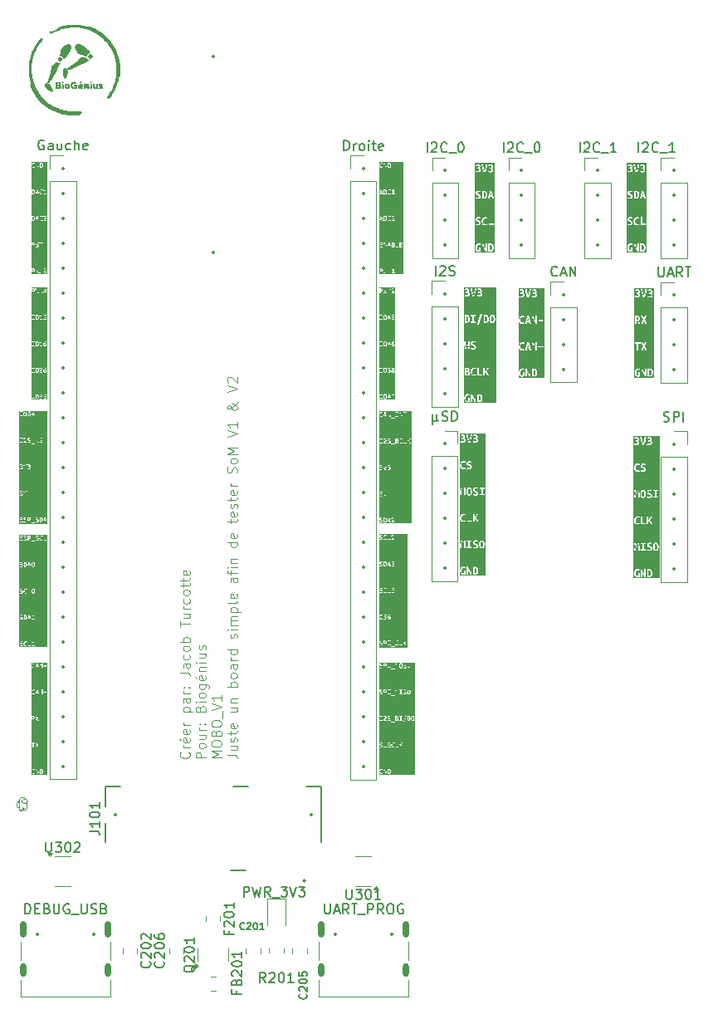
<source format=gto>
%TF.GenerationSoftware,KiCad,Pcbnew,8.0.1-rc1*%
%TF.CreationDate,2024-08-22T21:46:05-04:00*%
%TF.ProjectId,MOBO_V1,4d4f424f-5f56-4312-9e6b-696361645f70,rev?*%
%TF.SameCoordinates,Original*%
%TF.FileFunction,Legend,Top*%
%TF.FilePolarity,Positive*%
%FSLAX46Y46*%
G04 Gerber Fmt 4.6, Leading zero omitted, Abs format (unit mm)*
G04 Created by KiCad (PCBNEW 8.0.1-rc1) date 2024-08-22 21:46:05*
%MOMM*%
%LPD*%
G01*
G04 APERTURE LIST*
%ADD10C,0.100000*%
%ADD11C,0.000000*%
%ADD12C,0.150000*%
%ADD13C,0.120000*%
%ADD14C,0.127000*%
%ADD15C,0.200000*%
%ADD16C,0.350000*%
%ADD17O,0.600000X1.700000*%
%ADD18O,0.600000X1.400000*%
G04 APERTURE END LIST*
D10*
X54047348Y-130224687D02*
X54094968Y-130272306D01*
X54094968Y-130272306D02*
X54142587Y-130415163D01*
X54142587Y-130415163D02*
X54142587Y-130510401D01*
X54142587Y-130510401D02*
X54094968Y-130653258D01*
X54094968Y-130653258D02*
X53999729Y-130748496D01*
X53999729Y-130748496D02*
X53904491Y-130796115D01*
X53904491Y-130796115D02*
X53714015Y-130843734D01*
X53714015Y-130843734D02*
X53571158Y-130843734D01*
X53571158Y-130843734D02*
X53380682Y-130796115D01*
X53380682Y-130796115D02*
X53285444Y-130748496D01*
X53285444Y-130748496D02*
X53190206Y-130653258D01*
X53190206Y-130653258D02*
X53142587Y-130510401D01*
X53142587Y-130510401D02*
X53142587Y-130415163D01*
X53142587Y-130415163D02*
X53190206Y-130272306D01*
X53190206Y-130272306D02*
X53237825Y-130224687D01*
X54142587Y-129796115D02*
X53475920Y-129796115D01*
X53666396Y-129796115D02*
X53571158Y-129748496D01*
X53571158Y-129748496D02*
X53523539Y-129700877D01*
X53523539Y-129700877D02*
X53475920Y-129605639D01*
X53475920Y-129605639D02*
X53475920Y-129510401D01*
X54094968Y-128796115D02*
X54142587Y-128891353D01*
X54142587Y-128891353D02*
X54142587Y-129081829D01*
X54142587Y-129081829D02*
X54094968Y-129177067D01*
X54094968Y-129177067D02*
X53999729Y-129224686D01*
X53999729Y-129224686D02*
X53618777Y-129224686D01*
X53618777Y-129224686D02*
X53523539Y-129177067D01*
X53523539Y-129177067D02*
X53475920Y-129081829D01*
X53475920Y-129081829D02*
X53475920Y-128891353D01*
X53475920Y-128891353D02*
X53523539Y-128796115D01*
X53523539Y-128796115D02*
X53618777Y-128748496D01*
X53618777Y-128748496D02*
X53714015Y-128748496D01*
X53714015Y-128748496D02*
X53809253Y-129224686D01*
X53094968Y-128891353D02*
X53237825Y-129034210D01*
X54094968Y-127938972D02*
X54142587Y-128034210D01*
X54142587Y-128034210D02*
X54142587Y-128224686D01*
X54142587Y-128224686D02*
X54094968Y-128319924D01*
X54094968Y-128319924D02*
X53999729Y-128367543D01*
X53999729Y-128367543D02*
X53618777Y-128367543D01*
X53618777Y-128367543D02*
X53523539Y-128319924D01*
X53523539Y-128319924D02*
X53475920Y-128224686D01*
X53475920Y-128224686D02*
X53475920Y-128034210D01*
X53475920Y-128034210D02*
X53523539Y-127938972D01*
X53523539Y-127938972D02*
X53618777Y-127891353D01*
X53618777Y-127891353D02*
X53714015Y-127891353D01*
X53714015Y-127891353D02*
X53809253Y-128367543D01*
X54142587Y-127462781D02*
X53475920Y-127462781D01*
X53666396Y-127462781D02*
X53571158Y-127415162D01*
X53571158Y-127415162D02*
X53523539Y-127367543D01*
X53523539Y-127367543D02*
X53475920Y-127272305D01*
X53475920Y-127272305D02*
X53475920Y-127177067D01*
X53475920Y-126081828D02*
X54475920Y-126081828D01*
X53523539Y-126081828D02*
X53475920Y-125986590D01*
X53475920Y-125986590D02*
X53475920Y-125796114D01*
X53475920Y-125796114D02*
X53523539Y-125700876D01*
X53523539Y-125700876D02*
X53571158Y-125653257D01*
X53571158Y-125653257D02*
X53666396Y-125605638D01*
X53666396Y-125605638D02*
X53952110Y-125605638D01*
X53952110Y-125605638D02*
X54047348Y-125653257D01*
X54047348Y-125653257D02*
X54094968Y-125700876D01*
X54094968Y-125700876D02*
X54142587Y-125796114D01*
X54142587Y-125796114D02*
X54142587Y-125986590D01*
X54142587Y-125986590D02*
X54094968Y-126081828D01*
X54142587Y-124748495D02*
X53618777Y-124748495D01*
X53618777Y-124748495D02*
X53523539Y-124796114D01*
X53523539Y-124796114D02*
X53475920Y-124891352D01*
X53475920Y-124891352D02*
X53475920Y-125081828D01*
X53475920Y-125081828D02*
X53523539Y-125177066D01*
X54094968Y-124748495D02*
X54142587Y-124843733D01*
X54142587Y-124843733D02*
X54142587Y-125081828D01*
X54142587Y-125081828D02*
X54094968Y-125177066D01*
X54094968Y-125177066D02*
X53999729Y-125224685D01*
X53999729Y-125224685D02*
X53904491Y-125224685D01*
X53904491Y-125224685D02*
X53809253Y-125177066D01*
X53809253Y-125177066D02*
X53761634Y-125081828D01*
X53761634Y-125081828D02*
X53761634Y-124843733D01*
X53761634Y-124843733D02*
X53714015Y-124748495D01*
X54142587Y-124272304D02*
X53475920Y-124272304D01*
X53666396Y-124272304D02*
X53571158Y-124224685D01*
X53571158Y-124224685D02*
X53523539Y-124177066D01*
X53523539Y-124177066D02*
X53475920Y-124081828D01*
X53475920Y-124081828D02*
X53475920Y-123986590D01*
X54047348Y-123653256D02*
X54094968Y-123605637D01*
X54094968Y-123605637D02*
X54142587Y-123653256D01*
X54142587Y-123653256D02*
X54094968Y-123700875D01*
X54094968Y-123700875D02*
X54047348Y-123653256D01*
X54047348Y-123653256D02*
X54142587Y-123653256D01*
X53523539Y-123653256D02*
X53571158Y-123605637D01*
X53571158Y-123605637D02*
X53618777Y-123653256D01*
X53618777Y-123653256D02*
X53571158Y-123700875D01*
X53571158Y-123700875D02*
X53523539Y-123653256D01*
X53523539Y-123653256D02*
X53618777Y-123653256D01*
X53142587Y-122129447D02*
X53856872Y-122129447D01*
X53856872Y-122129447D02*
X53999729Y-122177066D01*
X53999729Y-122177066D02*
X54094968Y-122272304D01*
X54094968Y-122272304D02*
X54142587Y-122415161D01*
X54142587Y-122415161D02*
X54142587Y-122510399D01*
X54142587Y-121224685D02*
X53618777Y-121224685D01*
X53618777Y-121224685D02*
X53523539Y-121272304D01*
X53523539Y-121272304D02*
X53475920Y-121367542D01*
X53475920Y-121367542D02*
X53475920Y-121558018D01*
X53475920Y-121558018D02*
X53523539Y-121653256D01*
X54094968Y-121224685D02*
X54142587Y-121319923D01*
X54142587Y-121319923D02*
X54142587Y-121558018D01*
X54142587Y-121558018D02*
X54094968Y-121653256D01*
X54094968Y-121653256D02*
X53999729Y-121700875D01*
X53999729Y-121700875D02*
X53904491Y-121700875D01*
X53904491Y-121700875D02*
X53809253Y-121653256D01*
X53809253Y-121653256D02*
X53761634Y-121558018D01*
X53761634Y-121558018D02*
X53761634Y-121319923D01*
X53761634Y-121319923D02*
X53714015Y-121224685D01*
X54094968Y-120319923D02*
X54142587Y-120415161D01*
X54142587Y-120415161D02*
X54142587Y-120605637D01*
X54142587Y-120605637D02*
X54094968Y-120700875D01*
X54094968Y-120700875D02*
X54047348Y-120748494D01*
X54047348Y-120748494D02*
X53952110Y-120796113D01*
X53952110Y-120796113D02*
X53666396Y-120796113D01*
X53666396Y-120796113D02*
X53571158Y-120748494D01*
X53571158Y-120748494D02*
X53523539Y-120700875D01*
X53523539Y-120700875D02*
X53475920Y-120605637D01*
X53475920Y-120605637D02*
X53475920Y-120415161D01*
X53475920Y-120415161D02*
X53523539Y-120319923D01*
X54142587Y-119748494D02*
X54094968Y-119843732D01*
X54094968Y-119843732D02*
X54047348Y-119891351D01*
X54047348Y-119891351D02*
X53952110Y-119938970D01*
X53952110Y-119938970D02*
X53666396Y-119938970D01*
X53666396Y-119938970D02*
X53571158Y-119891351D01*
X53571158Y-119891351D02*
X53523539Y-119843732D01*
X53523539Y-119843732D02*
X53475920Y-119748494D01*
X53475920Y-119748494D02*
X53475920Y-119605637D01*
X53475920Y-119605637D02*
X53523539Y-119510399D01*
X53523539Y-119510399D02*
X53571158Y-119462780D01*
X53571158Y-119462780D02*
X53666396Y-119415161D01*
X53666396Y-119415161D02*
X53952110Y-119415161D01*
X53952110Y-119415161D02*
X54047348Y-119462780D01*
X54047348Y-119462780D02*
X54094968Y-119510399D01*
X54094968Y-119510399D02*
X54142587Y-119605637D01*
X54142587Y-119605637D02*
X54142587Y-119748494D01*
X54142587Y-118986589D02*
X53142587Y-118986589D01*
X53523539Y-118986589D02*
X53475920Y-118891351D01*
X53475920Y-118891351D02*
X53475920Y-118700875D01*
X53475920Y-118700875D02*
X53523539Y-118605637D01*
X53523539Y-118605637D02*
X53571158Y-118558018D01*
X53571158Y-118558018D02*
X53666396Y-118510399D01*
X53666396Y-118510399D02*
X53952110Y-118510399D01*
X53952110Y-118510399D02*
X54047348Y-118558018D01*
X54047348Y-118558018D02*
X54094968Y-118605637D01*
X54094968Y-118605637D02*
X54142587Y-118700875D01*
X54142587Y-118700875D02*
X54142587Y-118891351D01*
X54142587Y-118891351D02*
X54094968Y-118986589D01*
X53142587Y-117462779D02*
X53142587Y-116891351D01*
X54142587Y-117177065D02*
X53142587Y-117177065D01*
X53475920Y-116129446D02*
X54142587Y-116129446D01*
X53475920Y-116558017D02*
X53999729Y-116558017D01*
X53999729Y-116558017D02*
X54094968Y-116510398D01*
X54094968Y-116510398D02*
X54142587Y-116415160D01*
X54142587Y-116415160D02*
X54142587Y-116272303D01*
X54142587Y-116272303D02*
X54094968Y-116177065D01*
X54094968Y-116177065D02*
X54047348Y-116129446D01*
X54142587Y-115653255D02*
X53475920Y-115653255D01*
X53666396Y-115653255D02*
X53571158Y-115605636D01*
X53571158Y-115605636D02*
X53523539Y-115558017D01*
X53523539Y-115558017D02*
X53475920Y-115462779D01*
X53475920Y-115462779D02*
X53475920Y-115367541D01*
X54094968Y-114605636D02*
X54142587Y-114700874D01*
X54142587Y-114700874D02*
X54142587Y-114891350D01*
X54142587Y-114891350D02*
X54094968Y-114986588D01*
X54094968Y-114986588D02*
X54047348Y-115034207D01*
X54047348Y-115034207D02*
X53952110Y-115081826D01*
X53952110Y-115081826D02*
X53666396Y-115081826D01*
X53666396Y-115081826D02*
X53571158Y-115034207D01*
X53571158Y-115034207D02*
X53523539Y-114986588D01*
X53523539Y-114986588D02*
X53475920Y-114891350D01*
X53475920Y-114891350D02*
X53475920Y-114700874D01*
X53475920Y-114700874D02*
X53523539Y-114605636D01*
X54142587Y-114034207D02*
X54094968Y-114129445D01*
X54094968Y-114129445D02*
X54047348Y-114177064D01*
X54047348Y-114177064D02*
X53952110Y-114224683D01*
X53952110Y-114224683D02*
X53666396Y-114224683D01*
X53666396Y-114224683D02*
X53571158Y-114177064D01*
X53571158Y-114177064D02*
X53523539Y-114129445D01*
X53523539Y-114129445D02*
X53475920Y-114034207D01*
X53475920Y-114034207D02*
X53475920Y-113891350D01*
X53475920Y-113891350D02*
X53523539Y-113796112D01*
X53523539Y-113796112D02*
X53571158Y-113748493D01*
X53571158Y-113748493D02*
X53666396Y-113700874D01*
X53666396Y-113700874D02*
X53952110Y-113700874D01*
X53952110Y-113700874D02*
X54047348Y-113748493D01*
X54047348Y-113748493D02*
X54094968Y-113796112D01*
X54094968Y-113796112D02*
X54142587Y-113891350D01*
X54142587Y-113891350D02*
X54142587Y-114034207D01*
X53475920Y-113415159D02*
X53475920Y-113034207D01*
X53142587Y-113272302D02*
X53999729Y-113272302D01*
X53999729Y-113272302D02*
X54094968Y-113224683D01*
X54094968Y-113224683D02*
X54142587Y-113129445D01*
X54142587Y-113129445D02*
X54142587Y-113034207D01*
X53475920Y-112843730D02*
X53475920Y-112462778D01*
X53142587Y-112700873D02*
X53999729Y-112700873D01*
X53999729Y-112700873D02*
X54094968Y-112653254D01*
X54094968Y-112653254D02*
X54142587Y-112558016D01*
X54142587Y-112558016D02*
X54142587Y-112462778D01*
X54094968Y-111748492D02*
X54142587Y-111843730D01*
X54142587Y-111843730D02*
X54142587Y-112034206D01*
X54142587Y-112034206D02*
X54094968Y-112129444D01*
X54094968Y-112129444D02*
X53999729Y-112177063D01*
X53999729Y-112177063D02*
X53618777Y-112177063D01*
X53618777Y-112177063D02*
X53523539Y-112129444D01*
X53523539Y-112129444D02*
X53475920Y-112034206D01*
X53475920Y-112034206D02*
X53475920Y-111843730D01*
X53475920Y-111843730D02*
X53523539Y-111748492D01*
X53523539Y-111748492D02*
X53618777Y-111700873D01*
X53618777Y-111700873D02*
X53714015Y-111700873D01*
X53714015Y-111700873D02*
X53809253Y-112177063D01*
X55752531Y-130796115D02*
X54752531Y-130796115D01*
X54752531Y-130796115D02*
X54752531Y-130415163D01*
X54752531Y-130415163D02*
X54800150Y-130319925D01*
X54800150Y-130319925D02*
X54847769Y-130272306D01*
X54847769Y-130272306D02*
X54943007Y-130224687D01*
X54943007Y-130224687D02*
X55085864Y-130224687D01*
X55085864Y-130224687D02*
X55181102Y-130272306D01*
X55181102Y-130272306D02*
X55228721Y-130319925D01*
X55228721Y-130319925D02*
X55276340Y-130415163D01*
X55276340Y-130415163D02*
X55276340Y-130796115D01*
X55752531Y-129653258D02*
X55704912Y-129748496D01*
X55704912Y-129748496D02*
X55657292Y-129796115D01*
X55657292Y-129796115D02*
X55562054Y-129843734D01*
X55562054Y-129843734D02*
X55276340Y-129843734D01*
X55276340Y-129843734D02*
X55181102Y-129796115D01*
X55181102Y-129796115D02*
X55133483Y-129748496D01*
X55133483Y-129748496D02*
X55085864Y-129653258D01*
X55085864Y-129653258D02*
X55085864Y-129510401D01*
X55085864Y-129510401D02*
X55133483Y-129415163D01*
X55133483Y-129415163D02*
X55181102Y-129367544D01*
X55181102Y-129367544D02*
X55276340Y-129319925D01*
X55276340Y-129319925D02*
X55562054Y-129319925D01*
X55562054Y-129319925D02*
X55657292Y-129367544D01*
X55657292Y-129367544D02*
X55704912Y-129415163D01*
X55704912Y-129415163D02*
X55752531Y-129510401D01*
X55752531Y-129510401D02*
X55752531Y-129653258D01*
X55085864Y-128462782D02*
X55752531Y-128462782D01*
X55085864Y-128891353D02*
X55609673Y-128891353D01*
X55609673Y-128891353D02*
X55704912Y-128843734D01*
X55704912Y-128843734D02*
X55752531Y-128748496D01*
X55752531Y-128748496D02*
X55752531Y-128605639D01*
X55752531Y-128605639D02*
X55704912Y-128510401D01*
X55704912Y-128510401D02*
X55657292Y-128462782D01*
X55752531Y-127986591D02*
X55085864Y-127986591D01*
X55276340Y-127986591D02*
X55181102Y-127938972D01*
X55181102Y-127938972D02*
X55133483Y-127891353D01*
X55133483Y-127891353D02*
X55085864Y-127796115D01*
X55085864Y-127796115D02*
X55085864Y-127700877D01*
X55657292Y-127367543D02*
X55704912Y-127319924D01*
X55704912Y-127319924D02*
X55752531Y-127367543D01*
X55752531Y-127367543D02*
X55704912Y-127415162D01*
X55704912Y-127415162D02*
X55657292Y-127367543D01*
X55657292Y-127367543D02*
X55752531Y-127367543D01*
X55133483Y-127367543D02*
X55181102Y-127319924D01*
X55181102Y-127319924D02*
X55228721Y-127367543D01*
X55228721Y-127367543D02*
X55181102Y-127415162D01*
X55181102Y-127415162D02*
X55133483Y-127367543D01*
X55133483Y-127367543D02*
X55228721Y-127367543D01*
X55228721Y-125796115D02*
X55276340Y-125653258D01*
X55276340Y-125653258D02*
X55323959Y-125605639D01*
X55323959Y-125605639D02*
X55419197Y-125558020D01*
X55419197Y-125558020D02*
X55562054Y-125558020D01*
X55562054Y-125558020D02*
X55657292Y-125605639D01*
X55657292Y-125605639D02*
X55704912Y-125653258D01*
X55704912Y-125653258D02*
X55752531Y-125748496D01*
X55752531Y-125748496D02*
X55752531Y-126129448D01*
X55752531Y-126129448D02*
X54752531Y-126129448D01*
X54752531Y-126129448D02*
X54752531Y-125796115D01*
X54752531Y-125796115D02*
X54800150Y-125700877D01*
X54800150Y-125700877D02*
X54847769Y-125653258D01*
X54847769Y-125653258D02*
X54943007Y-125605639D01*
X54943007Y-125605639D02*
X55038245Y-125605639D01*
X55038245Y-125605639D02*
X55133483Y-125653258D01*
X55133483Y-125653258D02*
X55181102Y-125700877D01*
X55181102Y-125700877D02*
X55228721Y-125796115D01*
X55228721Y-125796115D02*
X55228721Y-126129448D01*
X55752531Y-125129448D02*
X55085864Y-125129448D01*
X54752531Y-125129448D02*
X54800150Y-125177067D01*
X54800150Y-125177067D02*
X54847769Y-125129448D01*
X54847769Y-125129448D02*
X54800150Y-125081829D01*
X54800150Y-125081829D02*
X54752531Y-125129448D01*
X54752531Y-125129448D02*
X54847769Y-125129448D01*
X55752531Y-124510401D02*
X55704912Y-124605639D01*
X55704912Y-124605639D02*
X55657292Y-124653258D01*
X55657292Y-124653258D02*
X55562054Y-124700877D01*
X55562054Y-124700877D02*
X55276340Y-124700877D01*
X55276340Y-124700877D02*
X55181102Y-124653258D01*
X55181102Y-124653258D02*
X55133483Y-124605639D01*
X55133483Y-124605639D02*
X55085864Y-124510401D01*
X55085864Y-124510401D02*
X55085864Y-124367544D01*
X55085864Y-124367544D02*
X55133483Y-124272306D01*
X55133483Y-124272306D02*
X55181102Y-124224687D01*
X55181102Y-124224687D02*
X55276340Y-124177068D01*
X55276340Y-124177068D02*
X55562054Y-124177068D01*
X55562054Y-124177068D02*
X55657292Y-124224687D01*
X55657292Y-124224687D02*
X55704912Y-124272306D01*
X55704912Y-124272306D02*
X55752531Y-124367544D01*
X55752531Y-124367544D02*
X55752531Y-124510401D01*
X55085864Y-123319925D02*
X55895388Y-123319925D01*
X55895388Y-123319925D02*
X55990626Y-123367544D01*
X55990626Y-123367544D02*
X56038245Y-123415163D01*
X56038245Y-123415163D02*
X56085864Y-123510401D01*
X56085864Y-123510401D02*
X56085864Y-123653258D01*
X56085864Y-123653258D02*
X56038245Y-123748496D01*
X55704912Y-123319925D02*
X55752531Y-123415163D01*
X55752531Y-123415163D02*
X55752531Y-123605639D01*
X55752531Y-123605639D02*
X55704912Y-123700877D01*
X55704912Y-123700877D02*
X55657292Y-123748496D01*
X55657292Y-123748496D02*
X55562054Y-123796115D01*
X55562054Y-123796115D02*
X55276340Y-123796115D01*
X55276340Y-123796115D02*
X55181102Y-123748496D01*
X55181102Y-123748496D02*
X55133483Y-123700877D01*
X55133483Y-123700877D02*
X55085864Y-123605639D01*
X55085864Y-123605639D02*
X55085864Y-123415163D01*
X55085864Y-123415163D02*
X55133483Y-123319925D01*
X55704912Y-122462782D02*
X55752531Y-122558020D01*
X55752531Y-122558020D02*
X55752531Y-122748496D01*
X55752531Y-122748496D02*
X55704912Y-122843734D01*
X55704912Y-122843734D02*
X55609673Y-122891353D01*
X55609673Y-122891353D02*
X55228721Y-122891353D01*
X55228721Y-122891353D02*
X55133483Y-122843734D01*
X55133483Y-122843734D02*
X55085864Y-122748496D01*
X55085864Y-122748496D02*
X55085864Y-122558020D01*
X55085864Y-122558020D02*
X55133483Y-122462782D01*
X55133483Y-122462782D02*
X55228721Y-122415163D01*
X55228721Y-122415163D02*
X55323959Y-122415163D01*
X55323959Y-122415163D02*
X55419197Y-122891353D01*
X54704912Y-122558020D02*
X54847769Y-122700877D01*
X55085864Y-121986591D02*
X55752531Y-121986591D01*
X55181102Y-121986591D02*
X55133483Y-121938972D01*
X55133483Y-121938972D02*
X55085864Y-121843734D01*
X55085864Y-121843734D02*
X55085864Y-121700877D01*
X55085864Y-121700877D02*
X55133483Y-121605639D01*
X55133483Y-121605639D02*
X55228721Y-121558020D01*
X55228721Y-121558020D02*
X55752531Y-121558020D01*
X55752531Y-121081829D02*
X55085864Y-121081829D01*
X54752531Y-121081829D02*
X54800150Y-121129448D01*
X54800150Y-121129448D02*
X54847769Y-121081829D01*
X54847769Y-121081829D02*
X54800150Y-121034210D01*
X54800150Y-121034210D02*
X54752531Y-121081829D01*
X54752531Y-121081829D02*
X54847769Y-121081829D01*
X55085864Y-120177068D02*
X55752531Y-120177068D01*
X55085864Y-120605639D02*
X55609673Y-120605639D01*
X55609673Y-120605639D02*
X55704912Y-120558020D01*
X55704912Y-120558020D02*
X55752531Y-120462782D01*
X55752531Y-120462782D02*
X55752531Y-120319925D01*
X55752531Y-120319925D02*
X55704912Y-120224687D01*
X55704912Y-120224687D02*
X55657292Y-120177068D01*
X55704912Y-119748496D02*
X55752531Y-119653258D01*
X55752531Y-119653258D02*
X55752531Y-119462782D01*
X55752531Y-119462782D02*
X55704912Y-119367544D01*
X55704912Y-119367544D02*
X55609673Y-119319925D01*
X55609673Y-119319925D02*
X55562054Y-119319925D01*
X55562054Y-119319925D02*
X55466816Y-119367544D01*
X55466816Y-119367544D02*
X55419197Y-119462782D01*
X55419197Y-119462782D02*
X55419197Y-119605639D01*
X55419197Y-119605639D02*
X55371578Y-119700877D01*
X55371578Y-119700877D02*
X55276340Y-119748496D01*
X55276340Y-119748496D02*
X55228721Y-119748496D01*
X55228721Y-119748496D02*
X55133483Y-119700877D01*
X55133483Y-119700877D02*
X55085864Y-119605639D01*
X55085864Y-119605639D02*
X55085864Y-119462782D01*
X55085864Y-119462782D02*
X55133483Y-119367544D01*
X57362475Y-130796115D02*
X56362475Y-130796115D01*
X56362475Y-130796115D02*
X57076760Y-130462782D01*
X57076760Y-130462782D02*
X56362475Y-130129449D01*
X56362475Y-130129449D02*
X57362475Y-130129449D01*
X56362475Y-129462782D02*
X56362475Y-129272306D01*
X56362475Y-129272306D02*
X56410094Y-129177068D01*
X56410094Y-129177068D02*
X56505332Y-129081830D01*
X56505332Y-129081830D02*
X56695808Y-129034211D01*
X56695808Y-129034211D02*
X57029141Y-129034211D01*
X57029141Y-129034211D02*
X57219617Y-129081830D01*
X57219617Y-129081830D02*
X57314856Y-129177068D01*
X57314856Y-129177068D02*
X57362475Y-129272306D01*
X57362475Y-129272306D02*
X57362475Y-129462782D01*
X57362475Y-129462782D02*
X57314856Y-129558020D01*
X57314856Y-129558020D02*
X57219617Y-129653258D01*
X57219617Y-129653258D02*
X57029141Y-129700877D01*
X57029141Y-129700877D02*
X56695808Y-129700877D01*
X56695808Y-129700877D02*
X56505332Y-129653258D01*
X56505332Y-129653258D02*
X56410094Y-129558020D01*
X56410094Y-129558020D02*
X56362475Y-129462782D01*
X56838665Y-128272306D02*
X56886284Y-128129449D01*
X56886284Y-128129449D02*
X56933903Y-128081830D01*
X56933903Y-128081830D02*
X57029141Y-128034211D01*
X57029141Y-128034211D02*
X57171998Y-128034211D01*
X57171998Y-128034211D02*
X57267236Y-128081830D01*
X57267236Y-128081830D02*
X57314856Y-128129449D01*
X57314856Y-128129449D02*
X57362475Y-128224687D01*
X57362475Y-128224687D02*
X57362475Y-128605639D01*
X57362475Y-128605639D02*
X56362475Y-128605639D01*
X56362475Y-128605639D02*
X56362475Y-128272306D01*
X56362475Y-128272306D02*
X56410094Y-128177068D01*
X56410094Y-128177068D02*
X56457713Y-128129449D01*
X56457713Y-128129449D02*
X56552951Y-128081830D01*
X56552951Y-128081830D02*
X56648189Y-128081830D01*
X56648189Y-128081830D02*
X56743427Y-128129449D01*
X56743427Y-128129449D02*
X56791046Y-128177068D01*
X56791046Y-128177068D02*
X56838665Y-128272306D01*
X56838665Y-128272306D02*
X56838665Y-128605639D01*
X56362475Y-127415163D02*
X56362475Y-127224687D01*
X56362475Y-127224687D02*
X56410094Y-127129449D01*
X56410094Y-127129449D02*
X56505332Y-127034211D01*
X56505332Y-127034211D02*
X56695808Y-126986592D01*
X56695808Y-126986592D02*
X57029141Y-126986592D01*
X57029141Y-126986592D02*
X57219617Y-127034211D01*
X57219617Y-127034211D02*
X57314856Y-127129449D01*
X57314856Y-127129449D02*
X57362475Y-127224687D01*
X57362475Y-127224687D02*
X57362475Y-127415163D01*
X57362475Y-127415163D02*
X57314856Y-127510401D01*
X57314856Y-127510401D02*
X57219617Y-127605639D01*
X57219617Y-127605639D02*
X57029141Y-127653258D01*
X57029141Y-127653258D02*
X56695808Y-127653258D01*
X56695808Y-127653258D02*
X56505332Y-127605639D01*
X56505332Y-127605639D02*
X56410094Y-127510401D01*
X56410094Y-127510401D02*
X56362475Y-127415163D01*
X57457713Y-126796116D02*
X57457713Y-126034211D01*
X56362475Y-125938972D02*
X57362475Y-125605639D01*
X57362475Y-125605639D02*
X56362475Y-125272306D01*
X57362475Y-124415163D02*
X57362475Y-124986591D01*
X57362475Y-124700877D02*
X56362475Y-124700877D01*
X56362475Y-124700877D02*
X56505332Y-124796115D01*
X56505332Y-124796115D02*
X56600570Y-124891353D01*
X56600570Y-124891353D02*
X56648189Y-124986591D01*
X57972419Y-130510401D02*
X58686704Y-130510401D01*
X58686704Y-130510401D02*
X58829561Y-130558020D01*
X58829561Y-130558020D02*
X58924800Y-130653258D01*
X58924800Y-130653258D02*
X58972419Y-130796115D01*
X58972419Y-130796115D02*
X58972419Y-130891353D01*
X58305752Y-129605639D02*
X58972419Y-129605639D01*
X58305752Y-130034210D02*
X58829561Y-130034210D01*
X58829561Y-130034210D02*
X58924800Y-129986591D01*
X58924800Y-129986591D02*
X58972419Y-129891353D01*
X58972419Y-129891353D02*
X58972419Y-129748496D01*
X58972419Y-129748496D02*
X58924800Y-129653258D01*
X58924800Y-129653258D02*
X58877180Y-129605639D01*
X58924800Y-129177067D02*
X58972419Y-129081829D01*
X58972419Y-129081829D02*
X58972419Y-128891353D01*
X58972419Y-128891353D02*
X58924800Y-128796115D01*
X58924800Y-128796115D02*
X58829561Y-128748496D01*
X58829561Y-128748496D02*
X58781942Y-128748496D01*
X58781942Y-128748496D02*
X58686704Y-128796115D01*
X58686704Y-128796115D02*
X58639085Y-128891353D01*
X58639085Y-128891353D02*
X58639085Y-129034210D01*
X58639085Y-129034210D02*
X58591466Y-129129448D01*
X58591466Y-129129448D02*
X58496228Y-129177067D01*
X58496228Y-129177067D02*
X58448609Y-129177067D01*
X58448609Y-129177067D02*
X58353371Y-129129448D01*
X58353371Y-129129448D02*
X58305752Y-129034210D01*
X58305752Y-129034210D02*
X58305752Y-128891353D01*
X58305752Y-128891353D02*
X58353371Y-128796115D01*
X58305752Y-128462781D02*
X58305752Y-128081829D01*
X57972419Y-128319924D02*
X58829561Y-128319924D01*
X58829561Y-128319924D02*
X58924800Y-128272305D01*
X58924800Y-128272305D02*
X58972419Y-128177067D01*
X58972419Y-128177067D02*
X58972419Y-128081829D01*
X58924800Y-127367543D02*
X58972419Y-127462781D01*
X58972419Y-127462781D02*
X58972419Y-127653257D01*
X58972419Y-127653257D02*
X58924800Y-127748495D01*
X58924800Y-127748495D02*
X58829561Y-127796114D01*
X58829561Y-127796114D02*
X58448609Y-127796114D01*
X58448609Y-127796114D02*
X58353371Y-127748495D01*
X58353371Y-127748495D02*
X58305752Y-127653257D01*
X58305752Y-127653257D02*
X58305752Y-127462781D01*
X58305752Y-127462781D02*
X58353371Y-127367543D01*
X58353371Y-127367543D02*
X58448609Y-127319924D01*
X58448609Y-127319924D02*
X58543847Y-127319924D01*
X58543847Y-127319924D02*
X58639085Y-127796114D01*
X58305752Y-125700876D02*
X58972419Y-125700876D01*
X58305752Y-126129447D02*
X58829561Y-126129447D01*
X58829561Y-126129447D02*
X58924800Y-126081828D01*
X58924800Y-126081828D02*
X58972419Y-125986590D01*
X58972419Y-125986590D02*
X58972419Y-125843733D01*
X58972419Y-125843733D02*
X58924800Y-125748495D01*
X58924800Y-125748495D02*
X58877180Y-125700876D01*
X58305752Y-125224685D02*
X58972419Y-125224685D01*
X58400990Y-125224685D02*
X58353371Y-125177066D01*
X58353371Y-125177066D02*
X58305752Y-125081828D01*
X58305752Y-125081828D02*
X58305752Y-124938971D01*
X58305752Y-124938971D02*
X58353371Y-124843733D01*
X58353371Y-124843733D02*
X58448609Y-124796114D01*
X58448609Y-124796114D02*
X58972419Y-124796114D01*
X58972419Y-123558018D02*
X57972419Y-123558018D01*
X58353371Y-123558018D02*
X58305752Y-123462780D01*
X58305752Y-123462780D02*
X58305752Y-123272304D01*
X58305752Y-123272304D02*
X58353371Y-123177066D01*
X58353371Y-123177066D02*
X58400990Y-123129447D01*
X58400990Y-123129447D02*
X58496228Y-123081828D01*
X58496228Y-123081828D02*
X58781942Y-123081828D01*
X58781942Y-123081828D02*
X58877180Y-123129447D01*
X58877180Y-123129447D02*
X58924800Y-123177066D01*
X58924800Y-123177066D02*
X58972419Y-123272304D01*
X58972419Y-123272304D02*
X58972419Y-123462780D01*
X58972419Y-123462780D02*
X58924800Y-123558018D01*
X58972419Y-122510399D02*
X58924800Y-122605637D01*
X58924800Y-122605637D02*
X58877180Y-122653256D01*
X58877180Y-122653256D02*
X58781942Y-122700875D01*
X58781942Y-122700875D02*
X58496228Y-122700875D01*
X58496228Y-122700875D02*
X58400990Y-122653256D01*
X58400990Y-122653256D02*
X58353371Y-122605637D01*
X58353371Y-122605637D02*
X58305752Y-122510399D01*
X58305752Y-122510399D02*
X58305752Y-122367542D01*
X58305752Y-122367542D02*
X58353371Y-122272304D01*
X58353371Y-122272304D02*
X58400990Y-122224685D01*
X58400990Y-122224685D02*
X58496228Y-122177066D01*
X58496228Y-122177066D02*
X58781942Y-122177066D01*
X58781942Y-122177066D02*
X58877180Y-122224685D01*
X58877180Y-122224685D02*
X58924800Y-122272304D01*
X58924800Y-122272304D02*
X58972419Y-122367542D01*
X58972419Y-122367542D02*
X58972419Y-122510399D01*
X58972419Y-121319923D02*
X58448609Y-121319923D01*
X58448609Y-121319923D02*
X58353371Y-121367542D01*
X58353371Y-121367542D02*
X58305752Y-121462780D01*
X58305752Y-121462780D02*
X58305752Y-121653256D01*
X58305752Y-121653256D02*
X58353371Y-121748494D01*
X58924800Y-121319923D02*
X58972419Y-121415161D01*
X58972419Y-121415161D02*
X58972419Y-121653256D01*
X58972419Y-121653256D02*
X58924800Y-121748494D01*
X58924800Y-121748494D02*
X58829561Y-121796113D01*
X58829561Y-121796113D02*
X58734323Y-121796113D01*
X58734323Y-121796113D02*
X58639085Y-121748494D01*
X58639085Y-121748494D02*
X58591466Y-121653256D01*
X58591466Y-121653256D02*
X58591466Y-121415161D01*
X58591466Y-121415161D02*
X58543847Y-121319923D01*
X58972419Y-120843732D02*
X58305752Y-120843732D01*
X58496228Y-120843732D02*
X58400990Y-120796113D01*
X58400990Y-120796113D02*
X58353371Y-120748494D01*
X58353371Y-120748494D02*
X58305752Y-120653256D01*
X58305752Y-120653256D02*
X58305752Y-120558018D01*
X58972419Y-119796113D02*
X57972419Y-119796113D01*
X58924800Y-119796113D02*
X58972419Y-119891351D01*
X58972419Y-119891351D02*
X58972419Y-120081827D01*
X58972419Y-120081827D02*
X58924800Y-120177065D01*
X58924800Y-120177065D02*
X58877180Y-120224684D01*
X58877180Y-120224684D02*
X58781942Y-120272303D01*
X58781942Y-120272303D02*
X58496228Y-120272303D01*
X58496228Y-120272303D02*
X58400990Y-120224684D01*
X58400990Y-120224684D02*
X58353371Y-120177065D01*
X58353371Y-120177065D02*
X58305752Y-120081827D01*
X58305752Y-120081827D02*
X58305752Y-119891351D01*
X58305752Y-119891351D02*
X58353371Y-119796113D01*
X58924800Y-118605636D02*
X58972419Y-118510398D01*
X58972419Y-118510398D02*
X58972419Y-118319922D01*
X58972419Y-118319922D02*
X58924800Y-118224684D01*
X58924800Y-118224684D02*
X58829561Y-118177065D01*
X58829561Y-118177065D02*
X58781942Y-118177065D01*
X58781942Y-118177065D02*
X58686704Y-118224684D01*
X58686704Y-118224684D02*
X58639085Y-118319922D01*
X58639085Y-118319922D02*
X58639085Y-118462779D01*
X58639085Y-118462779D02*
X58591466Y-118558017D01*
X58591466Y-118558017D02*
X58496228Y-118605636D01*
X58496228Y-118605636D02*
X58448609Y-118605636D01*
X58448609Y-118605636D02*
X58353371Y-118558017D01*
X58353371Y-118558017D02*
X58305752Y-118462779D01*
X58305752Y-118462779D02*
X58305752Y-118319922D01*
X58305752Y-118319922D02*
X58353371Y-118224684D01*
X58972419Y-117748493D02*
X58305752Y-117748493D01*
X57972419Y-117748493D02*
X58020038Y-117796112D01*
X58020038Y-117796112D02*
X58067657Y-117748493D01*
X58067657Y-117748493D02*
X58020038Y-117700874D01*
X58020038Y-117700874D02*
X57972419Y-117748493D01*
X57972419Y-117748493D02*
X58067657Y-117748493D01*
X58972419Y-117272303D02*
X58305752Y-117272303D01*
X58400990Y-117272303D02*
X58353371Y-117224684D01*
X58353371Y-117224684D02*
X58305752Y-117129446D01*
X58305752Y-117129446D02*
X58305752Y-116986589D01*
X58305752Y-116986589D02*
X58353371Y-116891351D01*
X58353371Y-116891351D02*
X58448609Y-116843732D01*
X58448609Y-116843732D02*
X58972419Y-116843732D01*
X58448609Y-116843732D02*
X58353371Y-116796113D01*
X58353371Y-116796113D02*
X58305752Y-116700875D01*
X58305752Y-116700875D02*
X58305752Y-116558018D01*
X58305752Y-116558018D02*
X58353371Y-116462779D01*
X58353371Y-116462779D02*
X58448609Y-116415160D01*
X58448609Y-116415160D02*
X58972419Y-116415160D01*
X58305752Y-115938970D02*
X59305752Y-115938970D01*
X58353371Y-115938970D02*
X58305752Y-115843732D01*
X58305752Y-115843732D02*
X58305752Y-115653256D01*
X58305752Y-115653256D02*
X58353371Y-115558018D01*
X58353371Y-115558018D02*
X58400990Y-115510399D01*
X58400990Y-115510399D02*
X58496228Y-115462780D01*
X58496228Y-115462780D02*
X58781942Y-115462780D01*
X58781942Y-115462780D02*
X58877180Y-115510399D01*
X58877180Y-115510399D02*
X58924800Y-115558018D01*
X58924800Y-115558018D02*
X58972419Y-115653256D01*
X58972419Y-115653256D02*
X58972419Y-115843732D01*
X58972419Y-115843732D02*
X58924800Y-115938970D01*
X58972419Y-114891351D02*
X58924800Y-114986589D01*
X58924800Y-114986589D02*
X58829561Y-115034208D01*
X58829561Y-115034208D02*
X57972419Y-115034208D01*
X58924800Y-114129446D02*
X58972419Y-114224684D01*
X58972419Y-114224684D02*
X58972419Y-114415160D01*
X58972419Y-114415160D02*
X58924800Y-114510398D01*
X58924800Y-114510398D02*
X58829561Y-114558017D01*
X58829561Y-114558017D02*
X58448609Y-114558017D01*
X58448609Y-114558017D02*
X58353371Y-114510398D01*
X58353371Y-114510398D02*
X58305752Y-114415160D01*
X58305752Y-114415160D02*
X58305752Y-114224684D01*
X58305752Y-114224684D02*
X58353371Y-114129446D01*
X58353371Y-114129446D02*
X58448609Y-114081827D01*
X58448609Y-114081827D02*
X58543847Y-114081827D01*
X58543847Y-114081827D02*
X58639085Y-114558017D01*
X58972419Y-112462779D02*
X58448609Y-112462779D01*
X58448609Y-112462779D02*
X58353371Y-112510398D01*
X58353371Y-112510398D02*
X58305752Y-112605636D01*
X58305752Y-112605636D02*
X58305752Y-112796112D01*
X58305752Y-112796112D02*
X58353371Y-112891350D01*
X58924800Y-112462779D02*
X58972419Y-112558017D01*
X58972419Y-112558017D02*
X58972419Y-112796112D01*
X58972419Y-112796112D02*
X58924800Y-112891350D01*
X58924800Y-112891350D02*
X58829561Y-112938969D01*
X58829561Y-112938969D02*
X58734323Y-112938969D01*
X58734323Y-112938969D02*
X58639085Y-112891350D01*
X58639085Y-112891350D02*
X58591466Y-112796112D01*
X58591466Y-112796112D02*
X58591466Y-112558017D01*
X58591466Y-112558017D02*
X58543847Y-112462779D01*
X58305752Y-112129445D02*
X58305752Y-111748493D01*
X58972419Y-111986588D02*
X58115276Y-111986588D01*
X58115276Y-111986588D02*
X58020038Y-111938969D01*
X58020038Y-111938969D02*
X57972419Y-111843731D01*
X57972419Y-111843731D02*
X57972419Y-111748493D01*
X58972419Y-111415159D02*
X58305752Y-111415159D01*
X57972419Y-111415159D02*
X58020038Y-111462778D01*
X58020038Y-111462778D02*
X58067657Y-111415159D01*
X58067657Y-111415159D02*
X58020038Y-111367540D01*
X58020038Y-111367540D02*
X57972419Y-111415159D01*
X57972419Y-111415159D02*
X58067657Y-111415159D01*
X58305752Y-110938969D02*
X58972419Y-110938969D01*
X58400990Y-110938969D02*
X58353371Y-110891350D01*
X58353371Y-110891350D02*
X58305752Y-110796112D01*
X58305752Y-110796112D02*
X58305752Y-110653255D01*
X58305752Y-110653255D02*
X58353371Y-110558017D01*
X58353371Y-110558017D02*
X58448609Y-110510398D01*
X58448609Y-110510398D02*
X58972419Y-110510398D01*
X58972419Y-108843731D02*
X57972419Y-108843731D01*
X58924800Y-108843731D02*
X58972419Y-108938969D01*
X58972419Y-108938969D02*
X58972419Y-109129445D01*
X58972419Y-109129445D02*
X58924800Y-109224683D01*
X58924800Y-109224683D02*
X58877180Y-109272302D01*
X58877180Y-109272302D02*
X58781942Y-109319921D01*
X58781942Y-109319921D02*
X58496228Y-109319921D01*
X58496228Y-109319921D02*
X58400990Y-109272302D01*
X58400990Y-109272302D02*
X58353371Y-109224683D01*
X58353371Y-109224683D02*
X58305752Y-109129445D01*
X58305752Y-109129445D02*
X58305752Y-108938969D01*
X58305752Y-108938969D02*
X58353371Y-108843731D01*
X58924800Y-107986588D02*
X58972419Y-108081826D01*
X58972419Y-108081826D02*
X58972419Y-108272302D01*
X58972419Y-108272302D02*
X58924800Y-108367540D01*
X58924800Y-108367540D02*
X58829561Y-108415159D01*
X58829561Y-108415159D02*
X58448609Y-108415159D01*
X58448609Y-108415159D02*
X58353371Y-108367540D01*
X58353371Y-108367540D02*
X58305752Y-108272302D01*
X58305752Y-108272302D02*
X58305752Y-108081826D01*
X58305752Y-108081826D02*
X58353371Y-107986588D01*
X58353371Y-107986588D02*
X58448609Y-107938969D01*
X58448609Y-107938969D02*
X58543847Y-107938969D01*
X58543847Y-107938969D02*
X58639085Y-108415159D01*
X58305752Y-106891349D02*
X58305752Y-106510397D01*
X57972419Y-106748492D02*
X58829561Y-106748492D01*
X58829561Y-106748492D02*
X58924800Y-106700873D01*
X58924800Y-106700873D02*
X58972419Y-106605635D01*
X58972419Y-106605635D02*
X58972419Y-106510397D01*
X58924800Y-105796111D02*
X58972419Y-105891349D01*
X58972419Y-105891349D02*
X58972419Y-106081825D01*
X58972419Y-106081825D02*
X58924800Y-106177063D01*
X58924800Y-106177063D02*
X58829561Y-106224682D01*
X58829561Y-106224682D02*
X58448609Y-106224682D01*
X58448609Y-106224682D02*
X58353371Y-106177063D01*
X58353371Y-106177063D02*
X58305752Y-106081825D01*
X58305752Y-106081825D02*
X58305752Y-105891349D01*
X58305752Y-105891349D02*
X58353371Y-105796111D01*
X58353371Y-105796111D02*
X58448609Y-105748492D01*
X58448609Y-105748492D02*
X58543847Y-105748492D01*
X58543847Y-105748492D02*
X58639085Y-106224682D01*
X58924800Y-105367539D02*
X58972419Y-105272301D01*
X58972419Y-105272301D02*
X58972419Y-105081825D01*
X58972419Y-105081825D02*
X58924800Y-104986587D01*
X58924800Y-104986587D02*
X58829561Y-104938968D01*
X58829561Y-104938968D02*
X58781942Y-104938968D01*
X58781942Y-104938968D02*
X58686704Y-104986587D01*
X58686704Y-104986587D02*
X58639085Y-105081825D01*
X58639085Y-105081825D02*
X58639085Y-105224682D01*
X58639085Y-105224682D02*
X58591466Y-105319920D01*
X58591466Y-105319920D02*
X58496228Y-105367539D01*
X58496228Y-105367539D02*
X58448609Y-105367539D01*
X58448609Y-105367539D02*
X58353371Y-105319920D01*
X58353371Y-105319920D02*
X58305752Y-105224682D01*
X58305752Y-105224682D02*
X58305752Y-105081825D01*
X58305752Y-105081825D02*
X58353371Y-104986587D01*
X58305752Y-104653253D02*
X58305752Y-104272301D01*
X57972419Y-104510396D02*
X58829561Y-104510396D01*
X58829561Y-104510396D02*
X58924800Y-104462777D01*
X58924800Y-104462777D02*
X58972419Y-104367539D01*
X58972419Y-104367539D02*
X58972419Y-104272301D01*
X58924800Y-103558015D02*
X58972419Y-103653253D01*
X58972419Y-103653253D02*
X58972419Y-103843729D01*
X58972419Y-103843729D02*
X58924800Y-103938967D01*
X58924800Y-103938967D02*
X58829561Y-103986586D01*
X58829561Y-103986586D02*
X58448609Y-103986586D01*
X58448609Y-103986586D02*
X58353371Y-103938967D01*
X58353371Y-103938967D02*
X58305752Y-103843729D01*
X58305752Y-103843729D02*
X58305752Y-103653253D01*
X58305752Y-103653253D02*
X58353371Y-103558015D01*
X58353371Y-103558015D02*
X58448609Y-103510396D01*
X58448609Y-103510396D02*
X58543847Y-103510396D01*
X58543847Y-103510396D02*
X58639085Y-103986586D01*
X58972419Y-103081824D02*
X58305752Y-103081824D01*
X58496228Y-103081824D02*
X58400990Y-103034205D01*
X58400990Y-103034205D02*
X58353371Y-102986586D01*
X58353371Y-102986586D02*
X58305752Y-102891348D01*
X58305752Y-102891348D02*
X58305752Y-102796110D01*
X58924800Y-101748490D02*
X58972419Y-101605633D01*
X58972419Y-101605633D02*
X58972419Y-101367538D01*
X58972419Y-101367538D02*
X58924800Y-101272300D01*
X58924800Y-101272300D02*
X58877180Y-101224681D01*
X58877180Y-101224681D02*
X58781942Y-101177062D01*
X58781942Y-101177062D02*
X58686704Y-101177062D01*
X58686704Y-101177062D02*
X58591466Y-101224681D01*
X58591466Y-101224681D02*
X58543847Y-101272300D01*
X58543847Y-101272300D02*
X58496228Y-101367538D01*
X58496228Y-101367538D02*
X58448609Y-101558014D01*
X58448609Y-101558014D02*
X58400990Y-101653252D01*
X58400990Y-101653252D02*
X58353371Y-101700871D01*
X58353371Y-101700871D02*
X58258133Y-101748490D01*
X58258133Y-101748490D02*
X58162895Y-101748490D01*
X58162895Y-101748490D02*
X58067657Y-101700871D01*
X58067657Y-101700871D02*
X58020038Y-101653252D01*
X58020038Y-101653252D02*
X57972419Y-101558014D01*
X57972419Y-101558014D02*
X57972419Y-101319919D01*
X57972419Y-101319919D02*
X58020038Y-101177062D01*
X58972419Y-100605633D02*
X58924800Y-100700871D01*
X58924800Y-100700871D02*
X58877180Y-100748490D01*
X58877180Y-100748490D02*
X58781942Y-100796109D01*
X58781942Y-100796109D02*
X58496228Y-100796109D01*
X58496228Y-100796109D02*
X58400990Y-100748490D01*
X58400990Y-100748490D02*
X58353371Y-100700871D01*
X58353371Y-100700871D02*
X58305752Y-100605633D01*
X58305752Y-100605633D02*
X58305752Y-100462776D01*
X58305752Y-100462776D02*
X58353371Y-100367538D01*
X58353371Y-100367538D02*
X58400990Y-100319919D01*
X58400990Y-100319919D02*
X58496228Y-100272300D01*
X58496228Y-100272300D02*
X58781942Y-100272300D01*
X58781942Y-100272300D02*
X58877180Y-100319919D01*
X58877180Y-100319919D02*
X58924800Y-100367538D01*
X58924800Y-100367538D02*
X58972419Y-100462776D01*
X58972419Y-100462776D02*
X58972419Y-100605633D01*
X58972419Y-99843728D02*
X57972419Y-99843728D01*
X57972419Y-99843728D02*
X58686704Y-99510395D01*
X58686704Y-99510395D02*
X57972419Y-99177062D01*
X57972419Y-99177062D02*
X58972419Y-99177062D01*
X57972419Y-98081823D02*
X58972419Y-97748490D01*
X58972419Y-97748490D02*
X57972419Y-97415157D01*
X58972419Y-96558014D02*
X58972419Y-97129442D01*
X58972419Y-96843728D02*
X57972419Y-96843728D01*
X57972419Y-96843728D02*
X58115276Y-96938966D01*
X58115276Y-96938966D02*
X58210514Y-97034204D01*
X58210514Y-97034204D02*
X58258133Y-97129442D01*
X58972419Y-94558013D02*
X58972419Y-94605633D01*
X58972419Y-94605633D02*
X58924800Y-94700871D01*
X58924800Y-94700871D02*
X58781942Y-94843728D01*
X58781942Y-94843728D02*
X58496228Y-95081823D01*
X58496228Y-95081823D02*
X58353371Y-95177061D01*
X58353371Y-95177061D02*
X58210514Y-95224680D01*
X58210514Y-95224680D02*
X58115276Y-95224680D01*
X58115276Y-95224680D02*
X58020038Y-95177061D01*
X58020038Y-95177061D02*
X57972419Y-95081823D01*
X57972419Y-95081823D02*
X57972419Y-95034204D01*
X57972419Y-95034204D02*
X58020038Y-94938966D01*
X58020038Y-94938966D02*
X58115276Y-94891347D01*
X58115276Y-94891347D02*
X58162895Y-94891347D01*
X58162895Y-94891347D02*
X58258133Y-94938966D01*
X58258133Y-94938966D02*
X58305752Y-94986585D01*
X58305752Y-94986585D02*
X58496228Y-95272299D01*
X58496228Y-95272299D02*
X58543847Y-95319918D01*
X58543847Y-95319918D02*
X58639085Y-95367537D01*
X58639085Y-95367537D02*
X58781942Y-95367537D01*
X58781942Y-95367537D02*
X58877180Y-95319918D01*
X58877180Y-95319918D02*
X58924800Y-95272299D01*
X58924800Y-95272299D02*
X58972419Y-95177061D01*
X58972419Y-95177061D02*
X58972419Y-95034204D01*
X58972419Y-95034204D02*
X58924800Y-94938966D01*
X58924800Y-94938966D02*
X58877180Y-94891347D01*
X58877180Y-94891347D02*
X58686704Y-94748490D01*
X58686704Y-94748490D02*
X58543847Y-94700871D01*
X58543847Y-94700871D02*
X58448609Y-94700871D01*
X57972419Y-93510394D02*
X58972419Y-93177061D01*
X58972419Y-93177061D02*
X57972419Y-92843728D01*
X58067657Y-92558013D02*
X58020038Y-92510394D01*
X58020038Y-92510394D02*
X57972419Y-92415156D01*
X57972419Y-92415156D02*
X57972419Y-92177061D01*
X57972419Y-92177061D02*
X58020038Y-92081823D01*
X58020038Y-92081823D02*
X58067657Y-92034204D01*
X58067657Y-92034204D02*
X58162895Y-91986585D01*
X58162895Y-91986585D02*
X58258133Y-91986585D01*
X58258133Y-91986585D02*
X58400990Y-92034204D01*
X58400990Y-92034204D02*
X58972419Y-92605632D01*
X58972419Y-92605632D02*
X58972419Y-91986585D01*
D11*
G36*
X37164396Y-134826127D02*
G01*
X37193148Y-134827338D01*
X37221890Y-134829388D01*
X37235218Y-134830745D01*
X37248442Y-134832592D01*
X37261548Y-134834928D01*
X37274522Y-134837752D01*
X37287350Y-134841064D01*
X37300017Y-134844862D01*
X37312510Y-134849146D01*
X37324813Y-134853915D01*
X37336913Y-134859167D01*
X37348795Y-134864902D01*
X37360445Y-134871119D01*
X37371849Y-134877817D01*
X37382993Y-134884994D01*
X37393862Y-134892651D01*
X37404442Y-134900786D01*
X37414718Y-134909398D01*
X37422576Y-134916585D01*
X37430067Y-134924075D01*
X37437233Y-134931830D01*
X37444120Y-134939815D01*
X37450771Y-134947995D01*
X37457231Y-134956335D01*
X37469752Y-134973348D01*
X37494431Y-135007714D01*
X37500782Y-135016168D01*
X37507294Y-135024496D01*
X37514010Y-135032663D01*
X37520975Y-135040631D01*
X37528610Y-135048731D01*
X37536406Y-135056415D01*
X37544321Y-135063762D01*
X37552312Y-135070853D01*
X37584184Y-135098258D01*
X37591917Y-135105268D01*
X37599471Y-135112503D01*
X37606804Y-135120041D01*
X37613873Y-135127964D01*
X37620636Y-135136350D01*
X37623889Y-135140742D01*
X37627050Y-135145280D01*
X37630113Y-135149974D01*
X37633073Y-135154834D01*
X37635924Y-135159870D01*
X37638662Y-135165091D01*
X37642489Y-135173094D01*
X37645953Y-135181103D01*
X37649057Y-135189113D01*
X37651800Y-135197120D01*
X37654184Y-135205116D01*
X37656210Y-135213097D01*
X37657880Y-135221058D01*
X37659193Y-135228992D01*
X37660152Y-135236894D01*
X37660757Y-135244758D01*
X37661010Y-135252580D01*
X37660911Y-135260352D01*
X37660462Y-135268071D01*
X37659664Y-135275731D01*
X37658517Y-135283325D01*
X37657024Y-135290848D01*
X37655184Y-135298295D01*
X37652999Y-135305660D01*
X37650471Y-135312938D01*
X37647599Y-135320123D01*
X37644387Y-135327209D01*
X37640833Y-135334192D01*
X37636940Y-135341065D01*
X37632708Y-135347823D01*
X37628140Y-135354460D01*
X37623234Y-135360971D01*
X37617994Y-135367350D01*
X37612420Y-135373593D01*
X37606512Y-135379692D01*
X37600273Y-135385643D01*
X37593703Y-135391440D01*
X37586803Y-135397078D01*
X37584828Y-135398702D01*
X37583026Y-135400324D01*
X37581393Y-135401953D01*
X37579924Y-135403597D01*
X37578613Y-135405264D01*
X37577457Y-135406964D01*
X37576449Y-135408704D01*
X37575585Y-135410492D01*
X37574860Y-135412338D01*
X37574268Y-135414249D01*
X37573806Y-135416234D01*
X37573468Y-135418301D01*
X37573249Y-135420459D01*
X37573144Y-135422715D01*
X37573148Y-135425079D01*
X37573256Y-135427558D01*
X37574985Y-135458197D01*
X37576368Y-135488836D01*
X37578151Y-135550113D01*
X37578704Y-135611391D01*
X37578125Y-135672668D01*
X37577371Y-135697246D01*
X37576101Y-135721771D01*
X37574374Y-135746252D01*
X37572251Y-135770696D01*
X37569790Y-135795110D01*
X37567052Y-135819502D01*
X37560980Y-135868248D01*
X37555328Y-135911140D01*
X37549418Y-135954052D01*
X37543150Y-135996925D01*
X37536427Y-136039698D01*
X37528939Y-136084360D01*
X37525026Y-136106671D01*
X37520975Y-136129021D01*
X37518797Y-136138494D01*
X37515900Y-136147317D01*
X37512320Y-136155510D01*
X37508094Y-136163091D01*
X37503260Y-136170079D01*
X37497855Y-136176492D01*
X37491915Y-136182348D01*
X37485478Y-136187666D01*
X37478580Y-136192465D01*
X37471259Y-136196762D01*
X37463551Y-136200576D01*
X37455494Y-136203927D01*
X37447125Y-136206831D01*
X37438480Y-136209308D01*
X37420513Y-136213053D01*
X37401888Y-136215310D01*
X37382902Y-136216226D01*
X37363850Y-136215950D01*
X37345030Y-136214627D01*
X37326737Y-136212407D01*
X37309267Y-136209437D01*
X37292917Y-136205863D01*
X37277982Y-136201835D01*
X37273201Y-136200308D01*
X37268583Y-136198627D01*
X37264124Y-136196795D01*
X37259822Y-136194816D01*
X37255676Y-136192692D01*
X37251683Y-136190428D01*
X37247841Y-136188026D01*
X37244148Y-136185490D01*
X37240602Y-136182823D01*
X37237201Y-136180029D01*
X37230825Y-136174071D01*
X37225004Y-136167643D01*
X37219720Y-136160771D01*
X37214957Y-136153483D01*
X37210699Y-136145805D01*
X37206928Y-136137764D01*
X37203627Y-136129385D01*
X37200780Y-136120697D01*
X37198371Y-136111725D01*
X37196382Y-136102497D01*
X37194797Y-136093038D01*
X37193644Y-136083592D01*
X37192835Y-136074144D01*
X37192300Y-136064690D01*
X37191966Y-136055229D01*
X37191198Y-136017261D01*
X37190823Y-136010404D01*
X37190162Y-136004461D01*
X37189718Y-136001806D01*
X37189196Y-135999349D01*
X37188593Y-135997080D01*
X37187907Y-135994987D01*
X37187136Y-135993060D01*
X37186278Y-135991290D01*
X37185329Y-135989666D01*
X37184289Y-135988177D01*
X37183154Y-135986813D01*
X37181922Y-135985564D01*
X37180592Y-135984419D01*
X37179160Y-135983368D01*
X37177624Y-135982401D01*
X37175983Y-135981508D01*
X37172374Y-135979899D01*
X37168313Y-135978460D01*
X37163784Y-135977108D01*
X37140610Y-135970906D01*
X37136984Y-135969879D01*
X37135520Y-135969506D01*
X37134263Y-135969240D01*
X37133707Y-135969150D01*
X37133197Y-135969093D01*
X37132729Y-135969067D01*
X37132302Y-135969076D01*
X37131913Y-135969120D01*
X37131560Y-135969200D01*
X37131240Y-135969319D01*
X37130953Y-135969478D01*
X37130694Y-135969677D01*
X37130462Y-135969919D01*
X37130255Y-135970204D01*
X37130070Y-135970534D01*
X37129905Y-135970911D01*
X37129758Y-135971336D01*
X37129626Y-135971810D01*
X37129507Y-135972335D01*
X37129300Y-135973542D01*
X37129118Y-135974969D01*
X37128757Y-135978526D01*
X37126217Y-136109971D01*
X37125502Y-136117398D01*
X37124615Y-136124747D01*
X37123540Y-136132005D01*
X37122258Y-136139158D01*
X37120751Y-136146194D01*
X37119002Y-136153098D01*
X37116993Y-136159858D01*
X37114707Y-136166460D01*
X37112126Y-136172891D01*
X37109232Y-136179137D01*
X37106007Y-136185186D01*
X37102434Y-136191023D01*
X37098495Y-136196636D01*
X37094173Y-136202011D01*
X37089449Y-136207135D01*
X37084307Y-136211995D01*
X37075664Y-136219204D01*
X37066701Y-136225868D01*
X37057443Y-136231988D01*
X37047917Y-136237563D01*
X37038150Y-136242594D01*
X37028168Y-136247081D01*
X37017997Y-136251023D01*
X37007663Y-136254421D01*
X36997194Y-136257274D01*
X36986616Y-136259582D01*
X36975955Y-136261347D01*
X36965237Y-136262566D01*
X36954489Y-136263242D01*
X36943737Y-136263373D01*
X36933008Y-136262959D01*
X36922329Y-136262001D01*
X36911725Y-136260498D01*
X36901223Y-136258451D01*
X36890850Y-136255860D01*
X36880631Y-136252724D01*
X36870594Y-136249044D01*
X36860765Y-136244819D01*
X36851170Y-136240049D01*
X36841836Y-136234736D01*
X36832789Y-136228877D01*
X36824055Y-136222475D01*
X36815662Y-136215527D01*
X36807634Y-136208036D01*
X36800000Y-136200000D01*
X36792785Y-136191419D01*
X36786016Y-136182294D01*
X36779718Y-136172625D01*
X36777427Y-136168627D01*
X36775308Y-136164573D01*
X36773350Y-136160467D01*
X36771543Y-136156313D01*
X36769874Y-136152114D01*
X36768333Y-136147875D01*
X36766909Y-136143598D01*
X36765590Y-136139287D01*
X36763223Y-136130581D01*
X36761145Y-136121785D01*
X36759264Y-136112930D01*
X36757493Y-136104045D01*
X36754579Y-136088706D01*
X36752000Y-136073330D01*
X36749713Y-136057919D01*
X36747677Y-136042476D01*
X36745850Y-136027003D01*
X36744188Y-136011503D01*
X36741195Y-135980431D01*
X36741058Y-135979145D01*
X36740881Y-135977983D01*
X36740659Y-135976938D01*
X36740530Y-135976459D01*
X36740388Y-135976006D01*
X36740232Y-135975580D01*
X36740062Y-135975180D01*
X36739877Y-135974806D01*
X36739677Y-135974456D01*
X36739460Y-135974130D01*
X36739227Y-135973827D01*
X36738976Y-135973546D01*
X36738708Y-135973287D01*
X36738421Y-135973050D01*
X36738114Y-135972833D01*
X36737788Y-135972635D01*
X36737441Y-135972456D01*
X36737073Y-135972296D01*
X36736684Y-135972154D01*
X36736272Y-135972028D01*
X36735837Y-135971918D01*
X36735379Y-135971824D01*
X36734896Y-135971745D01*
X36733856Y-135971628D01*
X36732712Y-135971562D01*
X36731458Y-135971541D01*
X36719732Y-135971391D01*
X36708056Y-135970774D01*
X36702239Y-135970288D01*
X36696439Y-135969681D01*
X36690656Y-135968953D01*
X36684892Y-135968102D01*
X36679147Y-135967127D01*
X36673424Y-135966026D01*
X36667722Y-135964800D01*
X36662045Y-135963445D01*
X36656392Y-135961961D01*
X36650765Y-135960348D01*
X36645166Y-135958602D01*
X36639595Y-135956725D01*
X36628431Y-135952524D01*
X36617802Y-135947857D01*
X36607712Y-135942717D01*
X36598165Y-135937099D01*
X36589164Y-135930997D01*
X36580715Y-135924407D01*
X36572820Y-135917321D01*
X36565485Y-135909735D01*
X36558713Y-135901642D01*
X36552508Y-135893039D01*
X36546874Y-135883918D01*
X36541815Y-135874274D01*
X36537335Y-135864102D01*
X36533439Y-135853396D01*
X36530130Y-135842150D01*
X36527412Y-135830360D01*
X36522659Y-135804137D01*
X36518962Y-135777860D01*
X36516201Y-135751533D01*
X36514262Y-135725161D01*
X36513027Y-135698750D01*
X36512380Y-135672304D01*
X36512314Y-135662296D01*
X36594087Y-135662296D01*
X36594346Y-135680868D01*
X36594854Y-135699431D01*
X36595679Y-135717973D01*
X36596891Y-135736485D01*
X36598560Y-135754958D01*
X36600754Y-135773382D01*
X36603544Y-135791745D01*
X36606998Y-135810040D01*
X36608580Y-135817548D01*
X36609453Y-135821265D01*
X36610405Y-135824946D01*
X36611453Y-135828580D01*
X36612617Y-135832159D01*
X36613912Y-135835675D01*
X36615359Y-135839117D01*
X36616974Y-135842478D01*
X36618776Y-135845748D01*
X36620783Y-135848918D01*
X36623012Y-135851979D01*
X36624216Y-135853466D01*
X36625482Y-135854923D01*
X36626813Y-135856348D01*
X36628210Y-135857739D01*
X36629677Y-135859097D01*
X36631215Y-135860420D01*
X36632827Y-135861707D01*
X36634515Y-135862956D01*
X36639957Y-135866633D01*
X36645484Y-135869973D01*
X36651094Y-135872993D01*
X36656783Y-135875709D01*
X36662548Y-135878138D01*
X36668385Y-135880295D01*
X36674290Y-135882196D01*
X36680261Y-135883858D01*
X36686295Y-135885297D01*
X36692386Y-135886529D01*
X36698533Y-135887570D01*
X36704732Y-135888436D01*
X36710979Y-135889143D01*
X36717271Y-135889707D01*
X36729977Y-135890473D01*
X36730567Y-135890479D01*
X36731108Y-135890459D01*
X36731602Y-135890414D01*
X36732051Y-135890345D01*
X36732457Y-135890253D01*
X36732822Y-135890139D01*
X36733148Y-135890003D01*
X36733436Y-135889848D01*
X36733689Y-135889674D01*
X36733909Y-135889482D01*
X36734097Y-135889273D01*
X36734255Y-135889048D01*
X36734386Y-135888809D01*
X36734492Y-135888555D01*
X36734573Y-135888290D01*
X36734633Y-135888012D01*
X36734673Y-135887724D01*
X36734695Y-135887427D01*
X36734694Y-135886808D01*
X36734644Y-135886164D01*
X36734561Y-135885502D01*
X36734358Y-135884161D01*
X36734269Y-135883499D01*
X36734210Y-135882853D01*
X36730863Y-135808363D01*
X36728707Y-135733813D01*
X36727662Y-135659224D01*
X36727656Y-135629097D01*
X36808320Y-135629097D01*
X36809140Y-135714260D01*
X36811548Y-135799423D01*
X36813397Y-135841992D01*
X36815702Y-135884546D01*
X36818850Y-135934698D01*
X36820747Y-135959749D01*
X36822951Y-135984770D01*
X36825533Y-136009752D01*
X36828560Y-136034684D01*
X36832104Y-136059556D01*
X36836233Y-136084359D01*
X36838449Y-136097526D01*
X36839649Y-136104120D01*
X36840335Y-136107391D01*
X36841102Y-136110632D01*
X36841968Y-136113837D01*
X36842951Y-136116996D01*
X36844070Y-136120101D01*
X36845342Y-136123144D01*
X36846785Y-136126116D01*
X36848417Y-136129009D01*
X36850256Y-136131815D01*
X36852320Y-136134524D01*
X36856567Y-136139481D01*
X36861006Y-136144223D01*
X36865629Y-136148744D01*
X36870424Y-136153032D01*
X36875384Y-136157081D01*
X36880497Y-136160879D01*
X36885755Y-136164420D01*
X36891148Y-136167693D01*
X36896666Y-136170690D01*
X36902299Y-136173402D01*
X36908039Y-136175819D01*
X36913875Y-136177934D01*
X36919798Y-136179736D01*
X36925799Y-136181217D01*
X36931866Y-136182369D01*
X36937992Y-136183181D01*
X36944166Y-136183646D01*
X36950379Y-136183753D01*
X36956621Y-136183495D01*
X36962883Y-136182862D01*
X36969154Y-136181846D01*
X36975426Y-136180437D01*
X36981689Y-136178626D01*
X36987932Y-136176405D01*
X36994147Y-136173764D01*
X37000324Y-136170694D01*
X37006453Y-136167188D01*
X37012525Y-136163235D01*
X37018530Y-136158826D01*
X37024458Y-136153953D01*
X37030300Y-136148607D01*
X37036047Y-136142779D01*
X37036510Y-136142261D01*
X37036949Y-136141736D01*
X37037361Y-136141204D01*
X37037747Y-136140663D01*
X37038105Y-136140112D01*
X37038435Y-136139550D01*
X37038737Y-136138975D01*
X37039010Y-136138387D01*
X37039253Y-136137784D01*
X37039466Y-136137165D01*
X37039647Y-136136529D01*
X37039797Y-136135874D01*
X37039915Y-136135199D01*
X37040000Y-136134503D01*
X37040051Y-136133785D01*
X37040068Y-136133043D01*
X37040333Y-136103674D01*
X37041074Y-136074305D01*
X37042212Y-136044937D01*
X37043667Y-136015568D01*
X37045056Y-135993161D01*
X37045929Y-135981959D01*
X37047000Y-135970774D01*
X37048330Y-135959619D01*
X37049977Y-135948506D01*
X37052001Y-135937447D01*
X37054462Y-135926456D01*
X37055424Y-135922764D01*
X37056491Y-135919156D01*
X37057676Y-135915640D01*
X37058989Y-135912225D01*
X37060443Y-135908921D01*
X37062048Y-135905736D01*
X37063817Y-135902679D01*
X37065759Y-135899760D01*
X37066800Y-135898354D01*
X37067888Y-135896987D01*
X37069026Y-135895658D01*
X37070215Y-135894369D01*
X37071456Y-135893122D01*
X37072750Y-135891916D01*
X37074100Y-135890754D01*
X37075506Y-135889636D01*
X37076970Y-135888564D01*
X37078494Y-135887538D01*
X37080078Y-135886561D01*
X37081725Y-135885632D01*
X37083435Y-135884754D01*
X37085211Y-135883926D01*
X37087053Y-135883151D01*
X37088963Y-135882429D01*
X37091779Y-135881528D01*
X37094589Y-135880800D01*
X37097393Y-135880238D01*
X37100192Y-135879833D01*
X37102984Y-135879576D01*
X37105770Y-135879457D01*
X37108549Y-135879467D01*
X37111321Y-135879599D01*
X37114085Y-135879841D01*
X37116842Y-135880187D01*
X37119590Y-135880626D01*
X37122331Y-135881150D01*
X37125062Y-135881749D01*
X37127785Y-135882415D01*
X37133202Y-135883911D01*
X37153647Y-135889944D01*
X37174053Y-135896135D01*
X37194459Y-135902247D01*
X37204675Y-135905199D01*
X37214905Y-135908041D01*
X37235469Y-135913392D01*
X37256064Y-135918105D01*
X37266384Y-135920117D01*
X37276724Y-135921841D01*
X37287089Y-135923237D01*
X37297481Y-135924260D01*
X37307906Y-135924870D01*
X37318367Y-135925022D01*
X37328869Y-135924676D01*
X37339415Y-135923787D01*
X37350009Y-135922315D01*
X37360655Y-135920216D01*
X37371358Y-135917448D01*
X37382122Y-135913968D01*
X37381127Y-135917530D01*
X37380045Y-135920995D01*
X37378875Y-135924365D01*
X37377614Y-135927640D01*
X37376260Y-135930824D01*
X37374810Y-135933918D01*
X37373264Y-135936924D01*
X37371618Y-135939844D01*
X37369870Y-135942680D01*
X37368018Y-135945433D01*
X37366060Y-135948105D01*
X37363994Y-135950699D01*
X37361818Y-135953215D01*
X37359529Y-135955657D01*
X37357126Y-135958026D01*
X37354605Y-135960323D01*
X37351190Y-135963122D01*
X37347694Y-135965732D01*
X37344121Y-135968159D01*
X37340473Y-135970413D01*
X37336755Y-135972503D01*
X37332969Y-135974436D01*
X37329120Y-135976220D01*
X37325210Y-135977865D01*
X37321243Y-135979378D01*
X37317222Y-135980768D01*
X37313151Y-135982044D01*
X37309034Y-135983213D01*
X37304873Y-135984284D01*
X37300672Y-135985265D01*
X37292163Y-135986993D01*
X37287041Y-135988001D01*
X37284947Y-135988469D01*
X37283131Y-135988947D01*
X37282320Y-135989200D01*
X37281570Y-135989465D01*
X37280877Y-135989746D01*
X37280239Y-135990048D01*
X37279651Y-135990372D01*
X37279112Y-135990723D01*
X37278619Y-135991103D01*
X37278167Y-135991517D01*
X37277754Y-135991968D01*
X37277378Y-135992458D01*
X37277034Y-135992992D01*
X37276720Y-135993572D01*
X37276433Y-135994203D01*
X37276170Y-135994887D01*
X37275928Y-135995628D01*
X37275703Y-135996429D01*
X37275294Y-135998225D01*
X37274919Y-136000302D01*
X37274553Y-136002687D01*
X37274172Y-136005408D01*
X37272799Y-136017780D01*
X37271883Y-136030133D01*
X37271463Y-136042466D01*
X37271451Y-136048625D01*
X37271579Y-136054779D01*
X37271850Y-136060928D01*
X37272270Y-136067072D01*
X37272844Y-136073211D01*
X37273576Y-136079346D01*
X37274473Y-136085475D01*
X37275538Y-136091599D01*
X37276776Y-136097719D01*
X37278193Y-136103833D01*
X37278667Y-136105567D01*
X37279215Y-136107201D01*
X37279838Y-136108739D01*
X37280535Y-136110183D01*
X37281306Y-136111538D01*
X37282152Y-136112807D01*
X37283072Y-136113995D01*
X37284067Y-136115104D01*
X37285136Y-136116139D01*
X37286280Y-136117103D01*
X37287498Y-136118001D01*
X37288790Y-136118835D01*
X37290157Y-136119609D01*
X37291598Y-136120328D01*
X37293113Y-136120995D01*
X37294703Y-136121613D01*
X37300279Y-136123508D01*
X37305892Y-136125228D01*
X37311540Y-136126774D01*
X37317219Y-136128148D01*
X37322929Y-136129354D01*
X37328666Y-136130394D01*
X37334428Y-136131270D01*
X37340212Y-136131985D01*
X37350907Y-136133032D01*
X37361564Y-136133738D01*
X37366877Y-136133935D01*
X37372180Y-136134016D01*
X37377473Y-136133969D01*
X37382757Y-136133784D01*
X37388030Y-136133450D01*
X37393294Y-136132956D01*
X37398547Y-136132293D01*
X37403791Y-136131449D01*
X37409025Y-136130414D01*
X37414249Y-136129178D01*
X37419463Y-136127729D01*
X37424667Y-136126058D01*
X37426697Y-136125311D01*
X37428583Y-136124495D01*
X37430331Y-136123608D01*
X37431946Y-136122645D01*
X37433433Y-136121603D01*
X37434798Y-136120477D01*
X37436046Y-136119265D01*
X37437181Y-136117962D01*
X37438210Y-136116565D01*
X37439138Y-136115070D01*
X37439970Y-136113473D01*
X37440710Y-136111771D01*
X37441365Y-136109959D01*
X37441940Y-136108035D01*
X37442440Y-136105994D01*
X37442870Y-136103833D01*
X37450361Y-136059820D01*
X37457554Y-136015727D01*
X37464390Y-135971555D01*
X37470810Y-135927303D01*
X37483722Y-135832318D01*
X37486627Y-135808534D01*
X37489265Y-135784726D01*
X37491565Y-135760887D01*
X37493458Y-135737015D01*
X37495551Y-135702160D01*
X37496825Y-135667290D01*
X37497395Y-135632411D01*
X37497374Y-135597526D01*
X37496018Y-135527762D01*
X37493670Y-135458038D01*
X37493612Y-135456949D01*
X37493516Y-135455980D01*
X37493452Y-135455539D01*
X37493378Y-135455128D01*
X37493292Y-135454745D01*
X37493194Y-135454390D01*
X37493083Y-135454063D01*
X37492960Y-135453763D01*
X37492823Y-135453489D01*
X37492673Y-135453242D01*
X37492508Y-135453021D01*
X37492329Y-135452825D01*
X37492134Y-135452654D01*
X37491924Y-135452508D01*
X37491697Y-135452386D01*
X37491454Y-135452288D01*
X37491194Y-135452213D01*
X37490917Y-135452161D01*
X37490621Y-135452132D01*
X37490307Y-135452125D01*
X37489974Y-135452139D01*
X37489622Y-135452174D01*
X37489250Y-135452230D01*
X37488857Y-135452307D01*
X37488009Y-135452519D01*
X37487075Y-135452808D01*
X37486050Y-135453170D01*
X37471651Y-135458327D01*
X37457188Y-135463083D01*
X37442662Y-135467440D01*
X37428073Y-135471399D01*
X37413422Y-135474962D01*
X37398710Y-135478128D01*
X37383937Y-135480900D01*
X37369104Y-135483279D01*
X37354211Y-135485266D01*
X37339260Y-135486863D01*
X37324250Y-135488070D01*
X37309183Y-135488888D01*
X37294058Y-135489320D01*
X37278877Y-135489366D01*
X37263640Y-135489028D01*
X37248348Y-135488306D01*
X37232692Y-135487119D01*
X37217160Y-135485432D01*
X37201758Y-135483205D01*
X37186489Y-135480395D01*
X37178906Y-135478759D01*
X37171359Y-135476960D01*
X37163847Y-135474995D01*
X37156372Y-135472858D01*
X37148935Y-135470543D01*
X37141535Y-135468046D01*
X37134174Y-135465361D01*
X37126852Y-135462483D01*
X37117054Y-135458261D01*
X37107516Y-135453760D01*
X37098255Y-135448962D01*
X37089287Y-135443853D01*
X37080630Y-135438415D01*
X37072299Y-135432632D01*
X37064311Y-135426487D01*
X37056684Y-135419964D01*
X37049434Y-135413047D01*
X37042578Y-135405720D01*
X37036132Y-135397964D01*
X37030113Y-135389766D01*
X37024539Y-135381107D01*
X37019425Y-135371971D01*
X37014789Y-135362343D01*
X37010647Y-135352205D01*
X37007646Y-135343773D01*
X37004839Y-135335307D01*
X37002229Y-135326806D01*
X36999822Y-135318269D01*
X36997622Y-135309695D01*
X36995634Y-135301086D01*
X36993862Y-135292440D01*
X36992311Y-135283757D01*
X36990986Y-135275037D01*
X36989891Y-135266279D01*
X36989032Y-135257484D01*
X36988412Y-135248650D01*
X36988036Y-135239778D01*
X36988004Y-135237517D01*
X37068893Y-135237517D01*
X37069293Y-135247725D01*
X37070204Y-135257881D01*
X37071609Y-135267985D01*
X37073491Y-135278036D01*
X37075832Y-135288033D01*
X37078615Y-135297975D01*
X37081824Y-135307861D01*
X37085441Y-135317691D01*
X37089449Y-135327463D01*
X37093832Y-135337176D01*
X37096029Y-135341460D01*
X37098484Y-135345507D01*
X37101180Y-135349329D01*
X37104101Y-135352939D01*
X37107232Y-135356348D01*
X37110556Y-135359568D01*
X37114059Y-135362610D01*
X37117724Y-135365487D01*
X37121535Y-135368210D01*
X37125476Y-135370791D01*
X37129533Y-135373242D01*
X37133688Y-135375574D01*
X37137926Y-135377800D01*
X37142232Y-135379930D01*
X37150982Y-135383955D01*
X37158901Y-135387256D01*
X37166846Y-135390261D01*
X37174797Y-135392982D01*
X37182728Y-135395431D01*
X37190619Y-135397619D01*
X37198447Y-135399559D01*
X37206188Y-135401262D01*
X37213820Y-135402740D01*
X37221321Y-135404005D01*
X37228668Y-135405068D01*
X37235838Y-135405941D01*
X37242809Y-135406636D01*
X37256061Y-135407540D01*
X37268245Y-135407873D01*
X37281596Y-135407801D01*
X37294595Y-135407505D01*
X37307262Y-135406983D01*
X37319617Y-135406236D01*
X37331681Y-135405262D01*
X37343474Y-135404059D01*
X37355016Y-135402628D01*
X37366326Y-135400967D01*
X37377426Y-135399076D01*
X37388335Y-135396953D01*
X37399073Y-135394597D01*
X37409662Y-135392008D01*
X37420119Y-135389184D01*
X37430467Y-135386125D01*
X37440725Y-135382830D01*
X37450913Y-135379298D01*
X37464696Y-135374095D01*
X37471495Y-135371325D01*
X37478225Y-135368430D01*
X37484878Y-135365399D01*
X37491447Y-135362220D01*
X37497925Y-135358884D01*
X37504306Y-135355380D01*
X37510583Y-135351697D01*
X37516749Y-135347825D01*
X37522797Y-135343753D01*
X37528721Y-135339472D01*
X37534513Y-135334969D01*
X37540166Y-135330235D01*
X37545675Y-135325259D01*
X37551032Y-135320031D01*
X37555700Y-135315051D01*
X37559942Y-135309953D01*
X37563759Y-135304739D01*
X37567151Y-135299410D01*
X37570119Y-135293969D01*
X37572664Y-135288416D01*
X37574785Y-135282754D01*
X37576485Y-135276984D01*
X37577762Y-135271106D01*
X37578619Y-135265124D01*
X37579055Y-135259038D01*
X37579071Y-135252850D01*
X37578668Y-135246562D01*
X37577846Y-135240175D01*
X37576607Y-135233690D01*
X37574950Y-135227110D01*
X37572660Y-135219350D01*
X37570004Y-135211860D01*
X37566995Y-135204634D01*
X37563642Y-135197665D01*
X37559959Y-135190945D01*
X37555956Y-135184467D01*
X37551645Y-135178224D01*
X37547037Y-135172209D01*
X37542143Y-135166414D01*
X37536976Y-135160834D01*
X37531547Y-135155459D01*
X37525867Y-135150285D01*
X37519947Y-135145302D01*
X37513800Y-135140505D01*
X37507436Y-135135885D01*
X37500867Y-135131436D01*
X37490470Y-135124937D01*
X37479919Y-135119001D01*
X37469220Y-135113609D01*
X37458378Y-135108745D01*
X37447398Y-135104391D01*
X37436287Y-135100528D01*
X37425047Y-135097141D01*
X37413687Y-135094209D01*
X37402209Y-135091717D01*
X37390620Y-135089647D01*
X37378925Y-135087980D01*
X37367130Y-135086699D01*
X37355239Y-135085786D01*
X37343257Y-135085224D01*
X37331191Y-135084995D01*
X37319045Y-135085081D01*
X37306149Y-135085508D01*
X37293332Y-135086301D01*
X37280592Y-135087445D01*
X37267924Y-135088924D01*
X37255325Y-135090724D01*
X37242789Y-135092828D01*
X37230314Y-135095221D01*
X37217895Y-135097887D01*
X37193209Y-135103978D01*
X37168699Y-135110977D01*
X37144333Y-135118760D01*
X37120078Y-135127203D01*
X37116940Y-135128408D01*
X37113950Y-135129723D01*
X37111104Y-135131146D01*
X37108397Y-135132677D01*
X37105824Y-135134315D01*
X37103380Y-135136062D01*
X37101060Y-135137916D01*
X37098859Y-135139877D01*
X37096772Y-135141944D01*
X37094794Y-135144118D01*
X37092921Y-135146398D01*
X37091146Y-135148783D01*
X37089466Y-135151274D01*
X37087875Y-135153870D01*
X37086369Y-135156571D01*
X37084942Y-135159376D01*
X37083050Y-135163226D01*
X37082129Y-135165181D01*
X37081238Y-135167155D01*
X37080386Y-135169149D01*
X37079584Y-135171164D01*
X37078841Y-135173197D01*
X37078168Y-135175251D01*
X37075147Y-135185746D01*
X37072738Y-135196195D01*
X37070926Y-135206598D01*
X37069692Y-135216953D01*
X37069020Y-135227260D01*
X37068893Y-135237517D01*
X36988004Y-135237517D01*
X36987909Y-135230867D01*
X36988036Y-135221917D01*
X36988422Y-135212928D01*
X36989025Y-135204678D01*
X36989885Y-135196520D01*
X36991007Y-135188454D01*
X36992394Y-135180483D01*
X36994049Y-135172610D01*
X36995978Y-135164834D01*
X36998184Y-135157159D01*
X37000672Y-135149587D01*
X37003444Y-135142118D01*
X37006506Y-135134756D01*
X37009861Y-135127502D01*
X37013514Y-135120357D01*
X37017468Y-135113324D01*
X37021727Y-135106404D01*
X37026296Y-135099600D01*
X37031178Y-135092913D01*
X37033585Y-135089820D01*
X37036047Y-135086816D01*
X37038568Y-135083902D01*
X37041153Y-135081083D01*
X37043808Y-135078362D01*
X37046537Y-135075742D01*
X37049346Y-135073227D01*
X37052239Y-135070820D01*
X37055221Y-135068525D01*
X37058298Y-135066345D01*
X37061474Y-135064283D01*
X37064754Y-135062344D01*
X37068143Y-135060529D01*
X37071646Y-135058843D01*
X37075269Y-135057290D01*
X37079015Y-135055871D01*
X37120475Y-135041187D01*
X37130871Y-135037646D01*
X37141314Y-135034232D01*
X37151822Y-135030981D01*
X37162412Y-135027931D01*
X37186036Y-135021791D01*
X37209765Y-135016432D01*
X37233603Y-135011921D01*
X37257556Y-135008326D01*
X37281627Y-135005713D01*
X37293709Y-135004795D01*
X37305822Y-135004149D01*
X37317968Y-135003781D01*
X37330147Y-135003701D01*
X37342359Y-135003917D01*
X37354605Y-135004436D01*
X37359685Y-135004721D01*
X37364768Y-135005088D01*
X37374951Y-135005997D01*
X37395457Y-135008035D01*
X37395429Y-135007664D01*
X37395388Y-135007307D01*
X37395333Y-135006963D01*
X37395265Y-135006630D01*
X37395184Y-135006309D01*
X37395092Y-135005999D01*
X37394988Y-135005699D01*
X37394874Y-135005409D01*
X37394751Y-135005128D01*
X37394617Y-135004856D01*
X37394475Y-135004592D01*
X37394325Y-135004336D01*
X37394168Y-135004087D01*
X37394004Y-135003845D01*
X37393657Y-135003378D01*
X37393291Y-135002931D01*
X37392910Y-135002499D01*
X37392123Y-135001665D01*
X37391336Y-135000840D01*
X37390955Y-135000421D01*
X37390588Y-134999991D01*
X37381594Y-134990135D01*
X37372313Y-134980812D01*
X37362747Y-134972027D01*
X37352895Y-134963790D01*
X37342759Y-134956105D01*
X37332341Y-134948980D01*
X37321640Y-134942423D01*
X37310658Y-134936438D01*
X37299395Y-134931035D01*
X37287853Y-134926218D01*
X37276033Y-134921996D01*
X37263936Y-134918374D01*
X37251561Y-134915360D01*
X37238911Y-134912961D01*
X37225987Y-134911183D01*
X37212788Y-134910033D01*
X37187609Y-134908691D01*
X37162402Y-134907873D01*
X37137180Y-134907626D01*
X37111956Y-134907996D01*
X37086741Y-134909030D01*
X37061549Y-134910777D01*
X37036392Y-134913283D01*
X37011282Y-134916595D01*
X36999430Y-134918696D01*
X36988007Y-134921354D01*
X36977013Y-134924572D01*
X36966451Y-134928355D01*
X36956322Y-134932709D01*
X36946627Y-134937639D01*
X36937368Y-134943149D01*
X36928546Y-134949244D01*
X36920164Y-134955930D01*
X36912222Y-134963211D01*
X36904722Y-134971092D01*
X36897666Y-134979579D01*
X36891056Y-134988675D01*
X36884892Y-134998387D01*
X36879176Y-135008719D01*
X36873910Y-135019676D01*
X36869305Y-135030529D01*
X36865007Y-135041494D01*
X36861007Y-135052563D01*
X36857294Y-135063729D01*
X36853860Y-135074984D01*
X36850693Y-135086321D01*
X36847784Y-135097733D01*
X36845123Y-135109211D01*
X36840597Y-135131245D01*
X36836650Y-135153367D01*
X36833210Y-135175562D01*
X36830201Y-135197820D01*
X36827549Y-135220127D01*
X36825180Y-135242472D01*
X36820993Y-135287223D01*
X36818400Y-135319230D01*
X36816161Y-135351272D01*
X36812659Y-135415440D01*
X36810308Y-135479687D01*
X36808928Y-135543974D01*
X36808320Y-135629097D01*
X36727656Y-135629097D01*
X36727648Y-135584615D01*
X36727969Y-135546038D01*
X36728627Y-135507462D01*
X36729643Y-135468886D01*
X36731035Y-135430310D01*
X36732652Y-135394591D01*
X36734607Y-135358872D01*
X36736839Y-135323153D01*
X36739290Y-135287435D01*
X36739321Y-135286579D01*
X36739332Y-135285761D01*
X36739316Y-135284981D01*
X36739267Y-135284243D01*
X36739228Y-135283890D01*
X36739180Y-135283548D01*
X36739120Y-135283218D01*
X36739048Y-135282899D01*
X36738964Y-135282592D01*
X36738866Y-135282298D01*
X36738755Y-135282015D01*
X36738629Y-135281746D01*
X36738487Y-135281490D01*
X36738329Y-135281247D01*
X36738154Y-135281017D01*
X36737961Y-135280801D01*
X36737750Y-135280600D01*
X36737519Y-135280413D01*
X36737269Y-135280240D01*
X36736998Y-135280083D01*
X36736706Y-135279940D01*
X36736391Y-135279813D01*
X36736054Y-135279702D01*
X36735693Y-135279607D01*
X36735308Y-135279528D01*
X36734897Y-135279465D01*
X36734461Y-135279420D01*
X36733998Y-135279391D01*
X36724237Y-135278785D01*
X36714485Y-135278313D01*
X36704754Y-135278089D01*
X36699898Y-135278106D01*
X36695052Y-135278227D01*
X36690215Y-135278468D01*
X36685389Y-135278841D01*
X36680576Y-135279363D01*
X36675777Y-135280046D01*
X36670992Y-135280906D01*
X36666224Y-135281955D01*
X36661473Y-135283210D01*
X36656740Y-135284683D01*
X36653786Y-135285737D01*
X36650958Y-135286918D01*
X36648256Y-135288226D01*
X36645684Y-135289664D01*
X36643241Y-135291233D01*
X36640931Y-135292935D01*
X36638753Y-135294773D01*
X36636711Y-135296748D01*
X36634805Y-135298862D01*
X36633037Y-135301116D01*
X36631409Y-135303513D01*
X36629921Y-135306055D01*
X36628576Y-135308743D01*
X36627376Y-135311579D01*
X36626321Y-135314565D01*
X36625413Y-135317703D01*
X36621386Y-135334569D01*
X36617840Y-135351507D01*
X36614720Y-135368509D01*
X36611972Y-135385569D01*
X36609542Y-135402678D01*
X36607375Y-135419829D01*
X36603612Y-135454228D01*
X36599593Y-135499984D01*
X36597938Y-135522886D01*
X36596547Y-135545800D01*
X36595445Y-135568724D01*
X36594652Y-135591656D01*
X36594192Y-135614592D01*
X36594087Y-135637531D01*
X36594087Y-135662296D01*
X36512314Y-135662296D01*
X36512204Y-135645828D01*
X36512383Y-135619328D01*
X36512849Y-135595358D01*
X36513610Y-135571392D01*
X36514664Y-135547437D01*
X36516008Y-135523496D01*
X36517640Y-135499575D01*
X36519557Y-135475679D01*
X36521757Y-135451813D01*
X36524237Y-135427981D01*
X36528172Y-135395838D01*
X36530406Y-135379832D01*
X36532862Y-135363873D01*
X36535577Y-135347963D01*
X36538584Y-135332106D01*
X36541918Y-135316304D01*
X36545615Y-135300558D01*
X36548506Y-135290300D01*
X36551934Y-135280631D01*
X36555891Y-135271543D01*
X36560369Y-135263024D01*
X36565359Y-135255064D01*
X36570852Y-135247653D01*
X36576842Y-135240782D01*
X36583318Y-135234439D01*
X36590273Y-135228614D01*
X36597699Y-135223298D01*
X36605586Y-135218479D01*
X36613927Y-135214148D01*
X36622713Y-135210295D01*
X36631937Y-135206909D01*
X36641588Y-135203980D01*
X36651660Y-135201498D01*
X36656488Y-135200656D01*
X36661648Y-135200156D01*
X36667087Y-135199947D01*
X36672751Y-135199973D01*
X36684532Y-135200519D01*
X36696560Y-135201366D01*
X36708399Y-135202083D01*
X36714112Y-135202259D01*
X36719615Y-135202242D01*
X36724854Y-135201978D01*
X36729774Y-135201414D01*
X36734322Y-135200496D01*
X36736440Y-135199887D01*
X36738443Y-135199170D01*
X36740261Y-135198309D01*
X36741946Y-135197243D01*
X36743504Y-135195984D01*
X36744941Y-135194543D01*
X36746263Y-135192933D01*
X36747474Y-135191164D01*
X36748581Y-135189249D01*
X36749589Y-135187201D01*
X36751329Y-135182747D01*
X36752738Y-135177898D01*
X36753861Y-135172749D01*
X36754742Y-135167393D01*
X36758340Y-135128473D01*
X36760395Y-135117380D01*
X36762593Y-135106327D01*
X36764940Y-135095314D01*
X36767442Y-135084341D01*
X36770101Y-135073407D01*
X36772925Y-135062512D01*
X36775917Y-135051658D01*
X36779083Y-135040843D01*
X36784674Y-135023606D01*
X36787690Y-135015106D01*
X36790867Y-135006692D01*
X36794217Y-134998370D01*
X36797750Y-134990145D01*
X36801477Y-134982023D01*
X36805409Y-134974009D01*
X36809557Y-134966110D01*
X36813932Y-134958330D01*
X36818544Y-134950676D01*
X36823404Y-134943152D01*
X36828524Y-134935765D01*
X36833914Y-134928520D01*
X36839584Y-134921422D01*
X36845547Y-134914478D01*
X36853021Y-134906504D01*
X36860757Y-134899005D01*
X36868745Y-134891971D01*
X36876979Y-134885390D01*
X36885451Y-134879252D01*
X36894154Y-134873547D01*
X36903080Y-134868262D01*
X36912222Y-134863387D01*
X36921572Y-134858912D01*
X36931123Y-134854825D01*
X36940867Y-134851116D01*
X36950798Y-134847773D01*
X36960907Y-134844787D01*
X36971187Y-134842145D01*
X36981631Y-134839838D01*
X36992232Y-134837855D01*
X37020835Y-134833515D01*
X37049487Y-134830162D01*
X37078180Y-134827772D01*
X37106902Y-134826319D01*
X37135644Y-134825779D01*
X37164396Y-134826127D01*
G37*
G36*
X41729282Y-57993714D02*
G01*
X41734294Y-57995148D01*
X41748591Y-58000667D01*
X41767932Y-58009411D01*
X41791531Y-58021007D01*
X41818602Y-58035084D01*
X41848361Y-58051269D01*
X41880021Y-58069190D01*
X41912798Y-58088476D01*
X42078604Y-58187254D01*
X42057437Y-58363643D01*
X42049170Y-58415779D01*
X42036449Y-58471336D01*
X42019532Y-58529850D01*
X41998677Y-58590854D01*
X41974143Y-58653883D01*
X41946188Y-58718474D01*
X41915070Y-58784160D01*
X41881048Y-58850476D01*
X41844380Y-58916958D01*
X41805325Y-58983140D01*
X41764141Y-59048557D01*
X41721086Y-59112744D01*
X41676418Y-59175236D01*
X41630397Y-59235569D01*
X41583280Y-59293276D01*
X41535326Y-59347892D01*
X41309548Y-59591309D01*
X41242520Y-59489004D01*
X41226176Y-59463649D01*
X41210157Y-59440448D01*
X41194376Y-59419326D01*
X41178745Y-59400203D01*
X41163176Y-59383002D01*
X41147580Y-59367647D01*
X41131872Y-59354058D01*
X41123947Y-59347903D01*
X41115961Y-59342160D01*
X41107903Y-59336820D01*
X41099762Y-59331874D01*
X41091526Y-59327311D01*
X41083185Y-59323122D01*
X41074727Y-59319298D01*
X41066143Y-59315828D01*
X41048548Y-59309914D01*
X41030312Y-59305302D01*
X41011348Y-59301914D01*
X40991567Y-59299674D01*
X40970882Y-59298504D01*
X40965632Y-59298442D01*
X40960471Y-59298260D01*
X40955402Y-59297960D01*
X40950432Y-59297546D01*
X40945565Y-59297021D01*
X40940806Y-59296388D01*
X40936161Y-59295650D01*
X40931635Y-59294811D01*
X40927233Y-59293873D01*
X40922960Y-59292841D01*
X40918822Y-59291717D01*
X40914823Y-59290504D01*
X40910969Y-59289206D01*
X40907265Y-59287827D01*
X40903715Y-59286368D01*
X40900326Y-59284834D01*
X40897102Y-59283227D01*
X40894049Y-59281551D01*
X40891172Y-59279810D01*
X40888475Y-59278005D01*
X40885964Y-59276142D01*
X40883645Y-59274222D01*
X40881522Y-59272249D01*
X40879600Y-59270226D01*
X40877886Y-59268157D01*
X40876383Y-59266045D01*
X40875097Y-59263892D01*
X40874033Y-59261703D01*
X40873197Y-59259480D01*
X40872593Y-59257227D01*
X40872227Y-59254947D01*
X40872104Y-59252643D01*
X40874178Y-59236754D01*
X40880096Y-59206230D01*
X40901649Y-59108886D01*
X40933123Y-58975822D01*
X40970882Y-58822254D01*
X41069659Y-58434198D01*
X41383632Y-58215476D01*
X41448399Y-58171634D01*
X41509529Y-58130644D01*
X41565698Y-58093375D01*
X41615583Y-58060695D01*
X41657861Y-58033471D01*
X41691210Y-58012574D01*
X41714306Y-57998869D01*
X41721595Y-57994986D01*
X41725826Y-57993226D01*
X41729282Y-57993714D01*
G37*
G36*
X42822965Y-58035559D02*
G01*
X42877794Y-58046893D01*
X42932519Y-58061074D01*
X42987203Y-58078138D01*
X43041908Y-58098122D01*
X43096695Y-58121062D01*
X43151627Y-58146994D01*
X43206766Y-58175955D01*
X43262173Y-58207979D01*
X43317911Y-58243105D01*
X43374042Y-58281367D01*
X43430628Y-58322802D01*
X43487730Y-58367446D01*
X43545412Y-58415335D01*
X43603734Y-58466506D01*
X43662758Y-58520995D01*
X43722548Y-58578837D01*
X43773997Y-58630047D01*
X43819948Y-58676643D01*
X43860524Y-58718805D01*
X43878836Y-58738280D01*
X43895850Y-58756714D01*
X43911583Y-58774130D01*
X43926050Y-58790551D01*
X43939266Y-58805999D01*
X43951247Y-58820497D01*
X43962009Y-58834067D01*
X43971566Y-58846732D01*
X43979935Y-58858515D01*
X43987131Y-58869438D01*
X43993170Y-58879524D01*
X43998066Y-58888795D01*
X44001836Y-58897274D01*
X44004495Y-58904984D01*
X44005412Y-58908558D01*
X44006058Y-58911948D01*
X44006434Y-58915156D01*
X44006541Y-58918187D01*
X44006383Y-58921042D01*
X44005960Y-58923724D01*
X44005275Y-58926237D01*
X44004329Y-58928583D01*
X44003126Y-58930765D01*
X44001666Y-58932786D01*
X43999951Y-58934648D01*
X43997984Y-58936354D01*
X43995766Y-58937908D01*
X43993299Y-58939312D01*
X43990586Y-58940569D01*
X43987628Y-58941681D01*
X43980985Y-58943485D01*
X43973386Y-58944745D01*
X43964846Y-58945485D01*
X43955382Y-58945726D01*
X43946873Y-58946296D01*
X43937916Y-58947969D01*
X43928557Y-58950691D01*
X43918843Y-58954408D01*
X43908822Y-58959065D01*
X43898540Y-58964609D01*
X43877385Y-58978137D01*
X43855754Y-58994560D01*
X43834025Y-59013443D01*
X43812575Y-59034351D01*
X43791781Y-59056851D01*
X43772021Y-59080508D01*
X43753671Y-59104889D01*
X43737110Y-59129560D01*
X43722713Y-59154085D01*
X43710860Y-59178032D01*
X43706004Y-59189653D01*
X43701926Y-59200966D01*
X43698671Y-59211918D01*
X43696289Y-59222453D01*
X43694824Y-59232518D01*
X43694326Y-59242059D01*
X43694203Y-59251228D01*
X43693843Y-59260180D01*
X43693256Y-59268864D01*
X43692452Y-59277227D01*
X43691440Y-59285218D01*
X43690233Y-59292785D01*
X43688839Y-59299877D01*
X43687270Y-59306441D01*
X43685536Y-59312427D01*
X43684609Y-59315187D01*
X43683646Y-59317782D01*
X43682646Y-59320208D01*
X43681612Y-59322456D01*
X43680543Y-59324520D01*
X43679443Y-59326395D01*
X43678311Y-59328074D01*
X43677150Y-59329549D01*
X43675961Y-59330815D01*
X43674744Y-59331866D01*
X43673501Y-59332694D01*
X43672234Y-59333294D01*
X43670944Y-59333658D01*
X43669631Y-59333781D01*
X43654707Y-59330743D01*
X43624321Y-59322041D01*
X43524111Y-59290125D01*
X43382889Y-59242996D01*
X43214548Y-59185615D01*
X42787687Y-59037448D01*
X42597187Y-58684670D01*
X42558768Y-58614645D01*
X42523324Y-58548465D01*
X42491519Y-58487659D01*
X42464014Y-58433757D01*
X42441469Y-58388289D01*
X42424547Y-58352784D01*
X42413908Y-58328771D01*
X42411152Y-58321553D01*
X42410215Y-58317782D01*
X42413777Y-58312111D01*
X42421515Y-58300859D01*
X42447697Y-58264424D01*
X42485125Y-58214098D01*
X42506918Y-58185483D01*
X42530159Y-58155503D01*
X42639520Y-58003810D01*
X42822965Y-58035559D01*
G37*
G36*
X41665985Y-62092377D02*
G01*
X41686317Y-62094566D01*
X41706313Y-62098147D01*
X41725896Y-62103079D01*
X41744988Y-62109322D01*
X41763511Y-62116835D01*
X41781388Y-62125577D01*
X41798542Y-62135507D01*
X41814895Y-62146586D01*
X41830370Y-62158771D01*
X41844888Y-62172023D01*
X41858373Y-62186301D01*
X41870747Y-62201564D01*
X41881933Y-62217771D01*
X41891852Y-62234882D01*
X41900428Y-62252856D01*
X41907582Y-62271653D01*
X41913238Y-62291231D01*
X41917318Y-62311550D01*
X41919744Y-62332569D01*
X41920439Y-62354247D01*
X41919326Y-62376545D01*
X41916326Y-62399420D01*
X41911306Y-62427384D01*
X41905439Y-62453136D01*
X41898622Y-62476780D01*
X41890750Y-62498418D01*
X41886386Y-62508518D01*
X41881720Y-62518155D01*
X41876739Y-62527343D01*
X41871429Y-62536094D01*
X41865779Y-62544421D01*
X41859775Y-62552337D01*
X41853403Y-62559856D01*
X41846652Y-62566989D01*
X41839509Y-62573751D01*
X41831959Y-62580153D01*
X41823991Y-62586209D01*
X41815591Y-62591932D01*
X41806747Y-62597334D01*
X41797446Y-62602429D01*
X41787675Y-62607230D01*
X41777420Y-62611748D01*
X41755409Y-62619992D01*
X41731311Y-62627265D01*
X41705021Y-62633669D01*
X41676437Y-62639309D01*
X41651320Y-62642128D01*
X41626930Y-62642718D01*
X41603315Y-62641187D01*
X41580519Y-62637641D01*
X41558588Y-62632189D01*
X41537570Y-62624938D01*
X41517508Y-62615994D01*
X41498450Y-62605464D01*
X41480440Y-62593457D01*
X41463526Y-62580079D01*
X41447752Y-62565438D01*
X41433165Y-62549640D01*
X41419811Y-62532793D01*
X41407734Y-62515005D01*
X41396982Y-62496381D01*
X41387600Y-62477031D01*
X41379634Y-62457060D01*
X41373130Y-62436577D01*
X41368133Y-62415688D01*
X41364690Y-62394500D01*
X41362847Y-62373122D01*
X41362835Y-62371796D01*
X41544031Y-62371796D01*
X41544261Y-62382060D01*
X41545305Y-62391882D01*
X41547122Y-62401239D01*
X41549673Y-62410105D01*
X41552918Y-62418455D01*
X41556817Y-62426264D01*
X41561330Y-62433506D01*
X41566416Y-62440157D01*
X41572035Y-62446190D01*
X41578148Y-62451582D01*
X41584715Y-62456306D01*
X41591695Y-62460337D01*
X41599048Y-62463652D01*
X41606735Y-62466223D01*
X41614715Y-62468026D01*
X41622948Y-62469036D01*
X41631394Y-62469227D01*
X41640014Y-62468575D01*
X41648766Y-62467054D01*
X41657612Y-62464640D01*
X41666510Y-62461305D01*
X41675421Y-62457027D01*
X41684306Y-62451779D01*
X41693123Y-62445536D01*
X41701833Y-62438273D01*
X41710395Y-62429965D01*
X41718770Y-62420587D01*
X41724972Y-62412887D01*
X41730346Y-62405621D01*
X41734893Y-62398728D01*
X41736857Y-62395401D01*
X41738614Y-62392144D01*
X41740164Y-62388949D01*
X41741508Y-62385808D01*
X41742645Y-62382714D01*
X41743575Y-62379659D01*
X41744299Y-62376635D01*
X41744815Y-62373634D01*
X41745125Y-62370648D01*
X41745229Y-62367670D01*
X41745125Y-62364692D01*
X41744815Y-62361707D01*
X41744299Y-62358706D01*
X41743575Y-62355681D01*
X41742645Y-62352626D01*
X41741508Y-62349532D01*
X41740164Y-62346391D01*
X41738614Y-62343196D01*
X41736857Y-62339939D01*
X41734893Y-62336613D01*
X41730346Y-62329719D01*
X41724972Y-62322453D01*
X41718770Y-62314754D01*
X41713941Y-62309509D01*
X41708745Y-62304377D01*
X41703229Y-62299390D01*
X41697438Y-62294579D01*
X41691421Y-62289975D01*
X41685222Y-62285608D01*
X41678889Y-62281510D01*
X41672468Y-62277712D01*
X41666006Y-62274245D01*
X41659549Y-62271139D01*
X41653144Y-62268426D01*
X41646837Y-62266136D01*
X41640674Y-62264302D01*
X41634703Y-62262953D01*
X41628970Y-62262121D01*
X41623520Y-62261837D01*
X41621185Y-62261909D01*
X41618814Y-62262121D01*
X41616412Y-62262471D01*
X41613984Y-62262953D01*
X41611536Y-62263565D01*
X41609072Y-62264302D01*
X41606597Y-62265160D01*
X41604118Y-62266136D01*
X41599164Y-62268426D01*
X41594251Y-62271139D01*
X41589421Y-62274245D01*
X41584715Y-62277712D01*
X41580174Y-62281510D01*
X41575840Y-62285608D01*
X41571755Y-62289975D01*
X41567958Y-62294579D01*
X41564492Y-62299390D01*
X41561399Y-62304377D01*
X41560004Y-62306927D01*
X41558718Y-62309509D01*
X41557546Y-62312119D01*
X41556493Y-62314754D01*
X41552052Y-62326842D01*
X41548626Y-62338615D01*
X41546174Y-62350049D01*
X41544655Y-62361118D01*
X41544031Y-62371796D01*
X41362835Y-62371796D01*
X41362648Y-62351659D01*
X41364141Y-62330219D01*
X41367371Y-62308910D01*
X41372383Y-62287839D01*
X41379224Y-62267113D01*
X41387940Y-62246839D01*
X41398576Y-62227124D01*
X41411179Y-62208076D01*
X41425794Y-62189802D01*
X41442466Y-62172408D01*
X41461243Y-62156004D01*
X41480671Y-62142034D01*
X41500538Y-62129863D01*
X41520766Y-62119451D01*
X41541279Y-62110756D01*
X41561999Y-62103738D01*
X41582848Y-62098356D01*
X41603748Y-62094570D01*
X41624623Y-62092338D01*
X41645394Y-62091621D01*
X41665985Y-62092377D01*
G37*
G36*
X44056191Y-61878138D02*
G01*
X44062421Y-61878797D01*
X44068663Y-61879995D01*
X44074885Y-61881719D01*
X44081055Y-61883960D01*
X44087142Y-61886707D01*
X44093113Y-61889951D01*
X44098939Y-61893680D01*
X44104585Y-61897885D01*
X44110022Y-61902555D01*
X44115218Y-61907679D01*
X44120140Y-61913248D01*
X44124757Y-61919251D01*
X44129037Y-61925678D01*
X44132950Y-61932518D01*
X44136462Y-61939762D01*
X44139543Y-61947398D01*
X44142161Y-61955416D01*
X44144284Y-61963806D01*
X44145881Y-61972559D01*
X44147533Y-61982732D01*
X44148108Y-61987515D01*
X44148513Y-61992099D01*
X44148748Y-61996487D01*
X44148811Y-62000681D01*
X44148701Y-62004684D01*
X44148417Y-62008498D01*
X44147957Y-62012126D01*
X44147320Y-62015571D01*
X44146504Y-62018835D01*
X44145509Y-62021920D01*
X44144333Y-62024830D01*
X44142975Y-62027567D01*
X44141434Y-62030133D01*
X44139708Y-62032531D01*
X44137796Y-62034764D01*
X44135696Y-62036834D01*
X44133408Y-62038744D01*
X44130930Y-62040496D01*
X44128260Y-62042094D01*
X44125399Y-62043538D01*
X44122343Y-62044833D01*
X44119092Y-62045981D01*
X44115645Y-62046984D01*
X44112001Y-62047845D01*
X44108157Y-62048566D01*
X44104113Y-62049150D01*
X44099868Y-62049600D01*
X44095420Y-62049919D01*
X44085909Y-62050170D01*
X44078107Y-62050016D01*
X44070577Y-62049558D01*
X44063323Y-62048801D01*
X44056350Y-62047752D01*
X44049661Y-62046416D01*
X44043261Y-62044798D01*
X44037152Y-62042906D01*
X44031339Y-62040744D01*
X44025826Y-62038319D01*
X44020616Y-62035636D01*
X44015714Y-62032701D01*
X44011123Y-62029520D01*
X44006847Y-62026099D01*
X44002891Y-62022443D01*
X43999257Y-62018559D01*
X43995951Y-62014452D01*
X43992975Y-62010127D01*
X43990334Y-62005592D01*
X43988031Y-62000851D01*
X43986070Y-61995910D01*
X43984456Y-61990776D01*
X43983192Y-61985453D01*
X43982282Y-61979949D01*
X43981730Y-61974268D01*
X43981539Y-61968417D01*
X43981714Y-61962400D01*
X43982259Y-61956225D01*
X43983177Y-61949897D01*
X43984472Y-61943422D01*
X43986148Y-61936805D01*
X43988209Y-61930052D01*
X43990659Y-61923170D01*
X43993858Y-61915903D01*
X43997480Y-61909307D01*
X44001493Y-61903373D01*
X44005866Y-61898090D01*
X44010567Y-61893448D01*
X44015565Y-61889436D01*
X44020827Y-61886044D01*
X44026323Y-61883262D01*
X44032020Y-61881080D01*
X44037887Y-61879486D01*
X44043893Y-61878472D01*
X44050004Y-61878026D01*
X44056191Y-61878138D01*
G37*
G36*
X40702185Y-61909428D02*
G01*
X40725550Y-61910522D01*
X40748152Y-61912323D01*
X40769970Y-61914812D01*
X40790985Y-61917971D01*
X40811176Y-61921779D01*
X40830524Y-61926220D01*
X40849008Y-61931273D01*
X40866608Y-61936921D01*
X40883305Y-61943144D01*
X40899077Y-61949924D01*
X40913907Y-61957242D01*
X40927772Y-61965080D01*
X40940653Y-61973418D01*
X40952531Y-61982238D01*
X40963385Y-61991521D01*
X40973195Y-62001249D01*
X40981941Y-62011402D01*
X40989603Y-62021962D01*
X40996162Y-62032910D01*
X41001596Y-62044228D01*
X41005886Y-62055897D01*
X41009013Y-62067898D01*
X41010955Y-62080212D01*
X41011693Y-62092820D01*
X41011207Y-62105704D01*
X41009477Y-62118846D01*
X41006483Y-62132225D01*
X41002205Y-62145825D01*
X40996622Y-62159625D01*
X40989716Y-62173607D01*
X40981465Y-62187753D01*
X40978448Y-62193370D01*
X40976015Y-62199611D01*
X40974171Y-62206442D01*
X40972921Y-62213826D01*
X40972271Y-62221726D01*
X40972225Y-62230107D01*
X40972789Y-62238933D01*
X40973968Y-62248166D01*
X40975768Y-62257772D01*
X40978192Y-62267714D01*
X40981247Y-62277955D01*
X40984938Y-62288460D01*
X40989269Y-62299193D01*
X40994246Y-62310116D01*
X40999875Y-62321195D01*
X41006159Y-62332393D01*
X41015461Y-62348134D01*
X41023523Y-62362413D01*
X41030344Y-62375421D01*
X41035925Y-62387349D01*
X41038250Y-62392967D01*
X41040266Y-62398388D01*
X41041971Y-62403633D01*
X41043366Y-62408729D01*
X41044452Y-62413698D01*
X41045227Y-62418564D01*
X41045692Y-62423351D01*
X41045847Y-62428083D01*
X41045692Y-62432785D01*
X41045227Y-62437479D01*
X41044452Y-62442190D01*
X41043366Y-62446942D01*
X41041971Y-62451758D01*
X41040266Y-62456663D01*
X41038250Y-62461680D01*
X41035925Y-62466834D01*
X41033289Y-62472148D01*
X41030344Y-62477646D01*
X41023523Y-62489289D01*
X41015461Y-62501956D01*
X41006159Y-62515837D01*
X40994085Y-62532458D01*
X40980342Y-62547931D01*
X40964914Y-62562268D01*
X40947786Y-62575478D01*
X40928942Y-62587572D01*
X40908367Y-62598560D01*
X40886045Y-62608453D01*
X40861961Y-62617260D01*
X40836100Y-62624993D01*
X40808445Y-62631661D01*
X40778982Y-62637275D01*
X40747695Y-62641845D01*
X40714567Y-62645381D01*
X40679585Y-62647894D01*
X40642732Y-62649395D01*
X40603993Y-62649892D01*
X40484048Y-62649892D01*
X40484048Y-62402948D01*
X40660437Y-62402948D01*
X40660730Y-62412461D01*
X40661622Y-62421173D01*
X40662300Y-62425236D01*
X40663135Y-62429109D01*
X40664130Y-62432795D01*
X40665288Y-62436297D01*
X40666611Y-62439617D01*
X40668103Y-62442760D01*
X40669764Y-62445729D01*
X40671599Y-62448527D01*
X40673610Y-62451156D01*
X40675799Y-62453621D01*
X40678169Y-62455925D01*
X40680722Y-62458070D01*
X40683461Y-62460060D01*
X40686389Y-62461898D01*
X40689508Y-62463588D01*
X40692821Y-62465132D01*
X40696330Y-62466534D01*
X40700039Y-62467798D01*
X40703948Y-62468926D01*
X40708062Y-62469921D01*
X40716913Y-62471527D01*
X40726611Y-62472643D01*
X40737177Y-62473293D01*
X40748632Y-62473504D01*
X40760087Y-62473293D01*
X40770653Y-62472643D01*
X40775609Y-62472145D01*
X40780351Y-62471527D01*
X40784880Y-62470787D01*
X40789201Y-62469921D01*
X40793315Y-62468926D01*
X40797225Y-62467798D01*
X40800933Y-62466534D01*
X40804442Y-62465132D01*
X40807755Y-62463588D01*
X40810874Y-62461898D01*
X40813802Y-62460060D01*
X40816541Y-62458070D01*
X40819095Y-62455925D01*
X40821464Y-62453621D01*
X40823653Y-62451156D01*
X40825664Y-62448527D01*
X40827499Y-62445729D01*
X40829161Y-62442760D01*
X40830652Y-62439617D01*
X40831975Y-62436297D01*
X40833133Y-62432795D01*
X40834129Y-62429109D01*
X40834964Y-62425236D01*
X40835641Y-62421173D01*
X40836163Y-62416915D01*
X40836533Y-62412461D01*
X40836753Y-62407806D01*
X40836826Y-62402948D01*
X40836533Y-62393435D01*
X40835641Y-62384723D01*
X40834964Y-62380660D01*
X40834129Y-62376787D01*
X40833133Y-62373101D01*
X40831975Y-62369599D01*
X40830652Y-62366279D01*
X40829161Y-62363136D01*
X40827499Y-62360167D01*
X40825664Y-62357369D01*
X40823653Y-62354740D01*
X40821464Y-62352275D01*
X40819095Y-62349972D01*
X40816541Y-62347826D01*
X40813802Y-62345836D01*
X40810874Y-62343998D01*
X40807755Y-62342308D01*
X40804442Y-62340764D01*
X40800933Y-62339362D01*
X40797225Y-62338098D01*
X40793315Y-62336971D01*
X40789201Y-62335975D01*
X40780351Y-62334369D01*
X40770653Y-62333254D01*
X40760087Y-62332604D01*
X40748632Y-62332393D01*
X40737177Y-62332604D01*
X40726611Y-62333254D01*
X40721654Y-62333752D01*
X40716913Y-62334369D01*
X40712383Y-62335109D01*
X40708062Y-62335975D01*
X40703948Y-62336971D01*
X40700039Y-62338098D01*
X40696330Y-62339362D01*
X40692821Y-62340764D01*
X40689508Y-62342308D01*
X40686389Y-62343998D01*
X40683461Y-62345836D01*
X40680722Y-62347826D01*
X40678169Y-62349972D01*
X40675799Y-62352275D01*
X40673610Y-62354740D01*
X40671599Y-62357369D01*
X40669764Y-62360167D01*
X40668103Y-62363136D01*
X40666611Y-62366279D01*
X40665288Y-62369599D01*
X40664130Y-62373101D01*
X40663135Y-62376787D01*
X40662300Y-62380660D01*
X40661622Y-62384723D01*
X40661100Y-62388981D01*
X40660730Y-62393435D01*
X40660510Y-62398090D01*
X40660437Y-62402948D01*
X40484048Y-62402948D01*
X40484048Y-62120726D01*
X40660437Y-62120726D01*
X40660509Y-62124963D01*
X40660726Y-62129076D01*
X40661085Y-62133063D01*
X40661588Y-62136925D01*
X40662232Y-62140660D01*
X40663018Y-62144267D01*
X40663945Y-62147747D01*
X40665012Y-62151098D01*
X40666219Y-62154320D01*
X40667564Y-62157412D01*
X40669048Y-62160373D01*
X40670669Y-62163204D01*
X40672427Y-62165903D01*
X40674322Y-62168469D01*
X40676352Y-62170902D01*
X40678517Y-62173202D01*
X40680817Y-62175367D01*
X40683250Y-62177397D01*
X40685816Y-62179291D01*
X40688515Y-62181049D01*
X40691345Y-62182671D01*
X40694307Y-62184154D01*
X40697399Y-62185500D01*
X40700621Y-62186706D01*
X40703972Y-62187773D01*
X40707452Y-62188700D01*
X40711059Y-62189486D01*
X40714794Y-62190131D01*
X40718655Y-62190633D01*
X40722643Y-62190993D01*
X40726755Y-62191209D01*
X40730993Y-62191282D01*
X40735230Y-62191209D01*
X40739343Y-62190993D01*
X40743330Y-62190633D01*
X40747192Y-62190131D01*
X40750926Y-62189486D01*
X40754534Y-62188700D01*
X40758014Y-62187773D01*
X40761365Y-62186706D01*
X40764587Y-62185500D01*
X40767679Y-62184154D01*
X40770640Y-62182671D01*
X40773471Y-62181049D01*
X40776169Y-62179291D01*
X40778736Y-62177397D01*
X40781169Y-62175367D01*
X40783468Y-62173202D01*
X40785633Y-62170902D01*
X40787664Y-62168469D01*
X40789558Y-62165903D01*
X40791316Y-62163204D01*
X40792937Y-62160373D01*
X40794421Y-62157412D01*
X40795767Y-62154320D01*
X40796973Y-62151098D01*
X40798040Y-62147747D01*
X40798967Y-62144267D01*
X40799753Y-62140660D01*
X40800397Y-62136925D01*
X40800900Y-62133063D01*
X40801260Y-62129076D01*
X40801476Y-62124963D01*
X40801548Y-62120726D01*
X40801476Y-62116489D01*
X40801260Y-62112376D01*
X40800900Y-62108389D01*
X40800397Y-62104527D01*
X40799753Y-62100792D01*
X40798967Y-62097185D01*
X40798040Y-62093705D01*
X40796973Y-62090354D01*
X40795767Y-62087132D01*
X40794421Y-62084040D01*
X40792937Y-62081078D01*
X40791316Y-62078248D01*
X40789558Y-62075549D01*
X40787664Y-62072983D01*
X40785633Y-62070550D01*
X40783468Y-62068250D01*
X40781169Y-62066085D01*
X40778736Y-62064055D01*
X40776169Y-62062160D01*
X40773471Y-62060402D01*
X40770640Y-62058781D01*
X40767679Y-62057297D01*
X40764587Y-62055952D01*
X40761365Y-62054745D01*
X40758014Y-62053678D01*
X40754534Y-62052751D01*
X40750926Y-62051965D01*
X40747192Y-62051321D01*
X40743330Y-62050818D01*
X40739343Y-62050459D01*
X40735230Y-62050242D01*
X40730993Y-62050170D01*
X40726755Y-62050242D01*
X40722643Y-62050459D01*
X40718655Y-62050818D01*
X40714794Y-62051321D01*
X40711059Y-62051965D01*
X40707452Y-62052751D01*
X40703972Y-62053678D01*
X40700621Y-62054745D01*
X40697399Y-62055952D01*
X40694307Y-62057297D01*
X40691345Y-62058781D01*
X40688515Y-62060402D01*
X40685816Y-62062160D01*
X40683250Y-62064055D01*
X40680817Y-62066085D01*
X40678517Y-62068250D01*
X40676352Y-62070550D01*
X40674322Y-62072983D01*
X40672427Y-62075549D01*
X40670669Y-62078248D01*
X40669048Y-62081078D01*
X40667564Y-62084040D01*
X40666219Y-62087132D01*
X40665012Y-62090354D01*
X40663945Y-62093705D01*
X40663018Y-62097185D01*
X40662232Y-62100792D01*
X40661588Y-62104527D01*
X40661085Y-62108389D01*
X40660726Y-62112376D01*
X40660509Y-62116489D01*
X40660437Y-62120726D01*
X40484048Y-62120726D01*
X40484048Y-61909059D01*
X40678076Y-61909059D01*
X40702185Y-61909428D01*
G37*
G36*
X43345076Y-59432560D02*
G01*
X43386205Y-59434006D01*
X43424906Y-59435701D01*
X43461146Y-59437644D01*
X43494896Y-59439835D01*
X43526124Y-59442275D01*
X43554799Y-59444962D01*
X43580891Y-59447897D01*
X43604367Y-59451080D01*
X43625198Y-59454511D01*
X43643352Y-59458191D01*
X43658798Y-59462118D01*
X43665496Y-59464175D01*
X43671505Y-59466294D01*
X43676822Y-59468475D01*
X43681443Y-59470717D01*
X43685363Y-59473022D01*
X43688579Y-59475389D01*
X43691088Y-59477818D01*
X43692884Y-59480309D01*
X43693965Y-59482861D01*
X43694326Y-59485476D01*
X43694743Y-59491019D01*
X43695966Y-59497036D01*
X43697953Y-59503485D01*
X43700665Y-59510322D01*
X43704058Y-59517506D01*
X43708092Y-59524993D01*
X43717918Y-59540708D01*
X43729810Y-59557125D01*
X43743439Y-59573905D01*
X43758474Y-59590705D01*
X43774583Y-59607184D01*
X43791436Y-59623002D01*
X43808703Y-59637818D01*
X43826053Y-59651290D01*
X43843154Y-59663077D01*
X43859677Y-59672839D01*
X43867618Y-59676854D01*
X43875290Y-59680234D01*
X43882652Y-59682937D01*
X43889663Y-59684921D01*
X43896281Y-59686143D01*
X43902465Y-59686559D01*
X43905369Y-59686590D01*
X43908129Y-59686683D01*
X43910743Y-59686838D01*
X43913214Y-59687055D01*
X43915539Y-59687334D01*
X43917720Y-59687676D01*
X43919756Y-59688079D01*
X43921647Y-59688544D01*
X43923394Y-59689071D01*
X43924996Y-59689660D01*
X43926453Y-59690311D01*
X43927766Y-59691024D01*
X43928933Y-59691799D01*
X43929957Y-59692636D01*
X43930835Y-59693536D01*
X43931569Y-59694497D01*
X43932158Y-59695520D01*
X43932602Y-59696605D01*
X43932902Y-59697752D01*
X43933057Y-59698962D01*
X43933068Y-59700233D01*
X43932933Y-59701566D01*
X43932654Y-59702961D01*
X43932230Y-59704419D01*
X43931662Y-59705938D01*
X43930949Y-59707519D01*
X43930091Y-59709162D01*
X43929088Y-59710868D01*
X43927941Y-59712635D01*
X43926649Y-59714464D01*
X43925213Y-59716356D01*
X43923631Y-59718309D01*
X43833659Y-59765975D01*
X43615943Y-59874083D01*
X42967604Y-60189268D01*
X42319264Y-60499161D01*
X42101548Y-60600654D01*
X42011576Y-60639059D01*
X42011235Y-60638977D01*
X42010876Y-60638734D01*
X42010108Y-60637778D01*
X42009289Y-60636222D01*
X42008434Y-60634098D01*
X42007558Y-60631437D01*
X42006677Y-60628269D01*
X42004961Y-60620538D01*
X42003411Y-60611154D01*
X42002150Y-60600364D01*
X42001667Y-60594519D01*
X42001303Y-60588416D01*
X42001073Y-60582086D01*
X42000993Y-60575559D01*
X42000627Y-60568086D01*
X41999553Y-60560256D01*
X41997807Y-60552126D01*
X41995425Y-60543754D01*
X41992445Y-60535196D01*
X41988900Y-60526508D01*
X41984829Y-60517748D01*
X41980267Y-60508972D01*
X41975250Y-60500238D01*
X41969814Y-60491602D01*
X41963997Y-60483121D01*
X41957832Y-60474852D01*
X41951358Y-60466852D01*
X41944610Y-60459177D01*
X41937624Y-60451885D01*
X41930437Y-60445031D01*
X41923370Y-60438382D01*
X41916732Y-60431692D01*
X41910539Y-60425002D01*
X41904805Y-60418353D01*
X41899547Y-60411786D01*
X41894780Y-60405344D01*
X41890520Y-60399067D01*
X41886781Y-60392997D01*
X41883579Y-60387175D01*
X41880931Y-60381642D01*
X41878851Y-60376440D01*
X41878029Y-60373976D01*
X41877355Y-60371610D01*
X41876831Y-60369347D01*
X41876458Y-60367193D01*
X41876240Y-60365153D01*
X41876177Y-60363231D01*
X41876272Y-60361434D01*
X41876526Y-60359765D01*
X41876941Y-60358231D01*
X41877520Y-60356837D01*
X41881374Y-60352312D01*
X41888834Y-60345441D01*
X41913790Y-60325197D01*
X41950818Y-60297182D01*
X41998347Y-60262469D01*
X42118622Y-60177251D01*
X42262048Y-60078142D01*
X42300863Y-60051599D01*
X42340390Y-60023717D01*
X42420467Y-59964868D01*
X42500049Y-59903456D01*
X42576902Y-59841340D01*
X42648794Y-59780383D01*
X42713493Y-59722443D01*
X42742448Y-59695187D01*
X42768766Y-59669382D01*
X42792171Y-59645262D01*
X42812381Y-59623059D01*
X42995826Y-59421976D01*
X43345076Y-59432560D01*
G37*
G36*
X45100505Y-62090175D02*
G01*
X45117784Y-62091622D01*
X45126114Y-62092748D01*
X45134236Y-62094143D01*
X45142149Y-62095807D01*
X45149851Y-62097740D01*
X45157342Y-62099942D01*
X45164619Y-62102412D01*
X45171681Y-62105151D01*
X45178528Y-62108158D01*
X45185158Y-62111434D01*
X45191570Y-62114979D01*
X45197762Y-62118793D01*
X45203733Y-62122876D01*
X45209481Y-62127227D01*
X45215007Y-62131847D01*
X45220307Y-62136735D01*
X45225382Y-62141893D01*
X45231998Y-62148474D01*
X45237960Y-62154981D01*
X45243279Y-62161399D01*
X45247961Y-62167717D01*
X45252015Y-62173921D01*
X45255449Y-62179999D01*
X45258273Y-62185937D01*
X45260494Y-62191722D01*
X45262120Y-62197343D01*
X45263161Y-62202785D01*
X45263624Y-62208035D01*
X45263519Y-62213082D01*
X45262852Y-62217911D01*
X45261633Y-62222511D01*
X45259870Y-62226868D01*
X45257572Y-62230969D01*
X45254747Y-62234801D01*
X45251403Y-62238352D01*
X45247549Y-62241608D01*
X45243192Y-62244556D01*
X45238343Y-62247184D01*
X45233008Y-62249479D01*
X45227196Y-62251428D01*
X45220916Y-62253017D01*
X45214177Y-62254235D01*
X45206985Y-62255067D01*
X45199351Y-62255502D01*
X45191282Y-62255525D01*
X45182786Y-62255125D01*
X45173873Y-62254289D01*
X45164550Y-62253002D01*
X45154826Y-62251254D01*
X45145614Y-62250094D01*
X45136532Y-62249255D01*
X45127626Y-62248727D01*
X45118942Y-62248498D01*
X45110526Y-62248558D01*
X45102426Y-62248897D01*
X45094687Y-62249505D01*
X45087357Y-62250372D01*
X45080481Y-62251486D01*
X45074107Y-62252838D01*
X45068281Y-62254418D01*
X45063048Y-62256215D01*
X45058457Y-62258218D01*
X45056416Y-62259294D01*
X45054553Y-62260418D01*
X45052873Y-62261588D01*
X45051382Y-62262803D01*
X45050087Y-62264063D01*
X45048992Y-62265365D01*
X45048093Y-62267008D01*
X45047376Y-62268628D01*
X45046838Y-62270224D01*
X45046478Y-62271793D01*
X45046290Y-62273334D01*
X45046272Y-62274845D01*
X45046420Y-62276323D01*
X45046733Y-62277767D01*
X45047205Y-62279175D01*
X45047834Y-62280545D01*
X45048617Y-62281874D01*
X45049551Y-62283162D01*
X45050631Y-62284406D01*
X45051856Y-62285604D01*
X45053222Y-62286754D01*
X45054725Y-62287854D01*
X45056363Y-62288903D01*
X45058132Y-62289898D01*
X45062049Y-62291720D01*
X45066453Y-62293303D01*
X45071317Y-62294634D01*
X45076614Y-62295696D01*
X45082320Y-62296474D01*
X45088408Y-62296952D01*
X45094853Y-62297115D01*
X45103250Y-62297400D01*
X45111883Y-62298239D01*
X45120719Y-62299609D01*
X45129725Y-62301483D01*
X45138867Y-62303838D01*
X45148114Y-62306649D01*
X45157431Y-62309891D01*
X45166787Y-62313541D01*
X45176148Y-62317573D01*
X45185481Y-62321962D01*
X45203932Y-62331717D01*
X45221877Y-62342609D01*
X45239051Y-62354441D01*
X45255193Y-62367017D01*
X45270037Y-62380141D01*
X45276890Y-62386847D01*
X45283320Y-62393617D01*
X45289294Y-62400425D01*
X45294779Y-62407247D01*
X45299743Y-62414059D01*
X45304151Y-62420837D01*
X45307971Y-62427554D01*
X45311171Y-62434188D01*
X45313717Y-62440713D01*
X45315577Y-62447106D01*
X45316716Y-62453340D01*
X45317104Y-62459393D01*
X45316716Y-62467388D01*
X45315571Y-62475485D01*
X45313700Y-62483658D01*
X45311130Y-62491887D01*
X45307891Y-62500146D01*
X45304011Y-62508413D01*
X45299521Y-62516664D01*
X45294449Y-62524877D01*
X45282674Y-62541093D01*
X45268920Y-62556875D01*
X45253420Y-62572037D01*
X45236406Y-62586392D01*
X45218110Y-62599756D01*
X45198764Y-62611941D01*
X45178603Y-62622762D01*
X45157857Y-62632033D01*
X45136761Y-62639567D01*
X45126153Y-62642625D01*
X45115545Y-62645180D01*
X45104965Y-62647207D01*
X45094443Y-62648683D01*
X45084007Y-62649586D01*
X45073687Y-62649892D01*
X45062829Y-62649527D01*
X45051480Y-62648459D01*
X45039728Y-62646730D01*
X45027660Y-62644380D01*
X45015366Y-62641452D01*
X45002932Y-62637986D01*
X44990446Y-62634024D01*
X44977996Y-62629608D01*
X44965670Y-62624778D01*
X44953556Y-62619576D01*
X44941742Y-62614043D01*
X44930316Y-62608221D01*
X44919365Y-62602151D01*
X44908977Y-62595874D01*
X44899240Y-62589431D01*
X44890243Y-62582865D01*
X44805576Y-62515837D01*
X44900826Y-62491142D01*
X44910779Y-62488661D01*
X44920759Y-62486505D01*
X44930708Y-62484670D01*
X44940568Y-62483150D01*
X44950284Y-62481940D01*
X44959799Y-62481035D01*
X44969055Y-62480429D01*
X44977996Y-62480118D01*
X44986565Y-62480097D01*
X44994705Y-62480359D01*
X45002359Y-62480901D01*
X45009470Y-62481717D01*
X45015983Y-62482801D01*
X45021838Y-62484149D01*
X45026981Y-62485755D01*
X45031354Y-62487614D01*
X45033028Y-62488876D01*
X45034739Y-62490015D01*
X45036483Y-62491034D01*
X45038258Y-62491934D01*
X45040058Y-62492719D01*
X45041880Y-62493389D01*
X45043720Y-62493947D01*
X45045575Y-62494394D01*
X45047440Y-62494733D01*
X45049311Y-62494965D01*
X45051185Y-62495093D01*
X45053058Y-62495118D01*
X45054925Y-62495042D01*
X45056784Y-62494867D01*
X45058629Y-62494595D01*
X45060458Y-62494229D01*
X45062266Y-62493769D01*
X45064049Y-62493219D01*
X45065804Y-62492579D01*
X45067527Y-62491852D01*
X45069214Y-62491040D01*
X45070860Y-62490144D01*
X45072463Y-62489167D01*
X45074018Y-62488111D01*
X45075521Y-62486977D01*
X45076969Y-62485767D01*
X45078357Y-62484484D01*
X45079682Y-62483129D01*
X45080939Y-62481705D01*
X45082126Y-62480212D01*
X45083238Y-62478654D01*
X45084271Y-62477032D01*
X45085119Y-62475368D01*
X45085684Y-62473686D01*
X45085971Y-62471986D01*
X45085986Y-62470272D01*
X45085735Y-62468545D01*
X45085224Y-62466807D01*
X45084458Y-62465060D01*
X45083443Y-62463306D01*
X45080692Y-62459785D01*
X45077015Y-62456258D01*
X45072460Y-62452741D01*
X45067072Y-62449250D01*
X45060899Y-62445801D01*
X45053988Y-62442408D01*
X45046384Y-62439088D01*
X45038133Y-62435856D01*
X45029284Y-62432727D01*
X45019881Y-62429717D01*
X45009972Y-62426841D01*
X44999603Y-62424115D01*
X44988410Y-62421888D01*
X44977362Y-62419195D01*
X44966520Y-62416069D01*
X44955947Y-62412539D01*
X44945705Y-62408638D01*
X44935855Y-62404395D01*
X44926460Y-62399842D01*
X44917582Y-62395010D01*
X44909283Y-62389931D01*
X44905370Y-62387307D01*
X44901625Y-62384634D01*
X44898055Y-62381914D01*
X44894669Y-62379151D01*
X44891474Y-62376349D01*
X44888478Y-62373513D01*
X44885689Y-62370646D01*
X44883114Y-62367751D01*
X44880762Y-62364833D01*
X44878639Y-62361896D01*
X44876754Y-62358943D01*
X44875115Y-62355979D01*
X44873729Y-62353007D01*
X44872604Y-62350031D01*
X44869853Y-62341944D01*
X44867547Y-62333578D01*
X44865677Y-62324966D01*
X44864232Y-62316138D01*
X44863203Y-62307128D01*
X44862581Y-62297965D01*
X44862355Y-62288682D01*
X44862516Y-62279310D01*
X44863055Y-62269882D01*
X44863961Y-62260429D01*
X44865224Y-62250982D01*
X44866836Y-62241573D01*
X44868787Y-62232234D01*
X44871066Y-62222996D01*
X44873664Y-62213891D01*
X44876572Y-62204952D01*
X44879780Y-62196208D01*
X44883277Y-62187692D01*
X44887055Y-62179437D01*
X44891103Y-62171472D01*
X44895413Y-62163831D01*
X44899974Y-62156544D01*
X44904776Y-62149643D01*
X44909810Y-62143160D01*
X44915067Y-62137127D01*
X44920536Y-62131575D01*
X44926208Y-62126536D01*
X44932073Y-62122042D01*
X44938121Y-62118124D01*
X44944343Y-62114813D01*
X44950730Y-62112142D01*
X44957270Y-62110143D01*
X44980047Y-62104065D01*
X45002070Y-62099063D01*
X45023328Y-62095136D01*
X45043811Y-62092283D01*
X45063509Y-62090505D01*
X45082410Y-62089803D01*
X45100505Y-62090175D01*
G37*
G36*
X39079993Y-57481698D02*
G01*
X39089783Y-57489009D01*
X39099278Y-57496361D01*
X39108433Y-57503712D01*
X39117200Y-57511023D01*
X39125533Y-57518251D01*
X39133385Y-57525354D01*
X39140710Y-57532293D01*
X39147462Y-57539025D01*
X39153593Y-57545508D01*
X39159058Y-57551703D01*
X39163809Y-57557566D01*
X39167801Y-57563058D01*
X39170987Y-57568136D01*
X39172263Y-57570507D01*
X39173320Y-57572759D01*
X39174153Y-57574887D01*
X39174754Y-57576886D01*
X39175120Y-57578751D01*
X39175243Y-57580476D01*
X39174766Y-57584462D01*
X39172087Y-57591032D01*
X39167321Y-57600041D01*
X39160580Y-57611344D01*
X39141632Y-57640255D01*
X39116152Y-57676608D01*
X39085050Y-57719244D01*
X39049235Y-57767007D01*
X39009616Y-57818739D01*
X38967104Y-57873281D01*
X38873668Y-57994460D01*
X38785162Y-58117256D01*
X38701554Y-58241716D01*
X38622815Y-58367887D01*
X38548912Y-58495815D01*
X38479816Y-58625546D01*
X38415494Y-58757127D01*
X38355916Y-58890604D01*
X38301052Y-59026025D01*
X38250869Y-59163435D01*
X38205337Y-59302882D01*
X38164424Y-59444410D01*
X38128101Y-59588068D01*
X38096335Y-59733902D01*
X38069097Y-59881957D01*
X38046354Y-60032281D01*
X38037957Y-60106273D01*
X38031264Y-60187324D01*
X38022872Y-60366428D01*
X38020929Y-60561241D01*
X38025187Y-60763413D01*
X38035399Y-60964593D01*
X38051315Y-61156429D01*
X38072688Y-61330572D01*
X38085344Y-61408398D01*
X38099271Y-61478670D01*
X38159999Y-61725009D01*
X38233533Y-61965069D01*
X38319614Y-62198525D01*
X38417983Y-62425052D01*
X38528383Y-62644322D01*
X38650555Y-62856012D01*
X38784240Y-63059796D01*
X38929180Y-63255347D01*
X39085117Y-63442341D01*
X39251793Y-63620452D01*
X39428948Y-63789353D01*
X39616325Y-63948721D01*
X39813665Y-64098229D01*
X40020711Y-64237551D01*
X40237202Y-64366362D01*
X40462882Y-64484337D01*
X40597260Y-64547421D01*
X40733080Y-64605694D01*
X40870213Y-64659140D01*
X41008530Y-64707744D01*
X41147900Y-64751491D01*
X41288195Y-64790364D01*
X41429287Y-64824349D01*
X41571045Y-64853430D01*
X41713340Y-64877592D01*
X41856044Y-64896818D01*
X41999026Y-64911093D01*
X42142159Y-64920403D01*
X42285312Y-64924731D01*
X42428356Y-64924062D01*
X42571163Y-64918380D01*
X42713603Y-64907670D01*
X42785110Y-64901565D01*
X42853061Y-64896536D01*
X42915886Y-64892663D01*
X42972013Y-64890031D01*
X43019873Y-64888722D01*
X43057893Y-64888819D01*
X43072722Y-64889420D01*
X43084503Y-64890404D01*
X43093038Y-64891780D01*
X43096027Y-64892619D01*
X43098132Y-64893559D01*
X43103207Y-64897102D01*
X43107855Y-64901723D01*
X43112079Y-64907346D01*
X43115888Y-64913892D01*
X43119285Y-64921283D01*
X43122277Y-64929441D01*
X43124871Y-64938287D01*
X43127070Y-64947744D01*
X43130313Y-64968175D01*
X43132052Y-64990111D01*
X43132333Y-65012925D01*
X43131204Y-65035993D01*
X43128711Y-65058688D01*
X43124900Y-65080386D01*
X43119817Y-65100462D01*
X43116814Y-65109696D01*
X43113510Y-65118289D01*
X43109912Y-65126165D01*
X43106025Y-65133244D01*
X43101855Y-65139448D01*
X43097408Y-65144699D01*
X43092689Y-65148920D01*
X43087706Y-65152031D01*
X43082462Y-65153955D01*
X43076965Y-65154614D01*
X43074330Y-65154686D01*
X43071720Y-65154898D01*
X43069138Y-65155248D01*
X43066588Y-65155730D01*
X43064075Y-65156342D01*
X43061601Y-65157079D01*
X43059172Y-65157938D01*
X43056790Y-65158914D01*
X43054460Y-65160004D01*
X43052186Y-65161203D01*
X43049971Y-65162509D01*
X43047819Y-65163916D01*
X43045735Y-65165422D01*
X43043721Y-65167022D01*
X43041783Y-65168712D01*
X43039923Y-65170489D01*
X43038146Y-65172349D01*
X43036455Y-65174288D01*
X43034855Y-65176301D01*
X43033350Y-65178385D01*
X43031942Y-65180537D01*
X43030637Y-65182752D01*
X43029437Y-65185026D01*
X43028347Y-65187356D01*
X43027371Y-65189738D01*
X43026513Y-65192167D01*
X43025776Y-65194641D01*
X43025164Y-65197154D01*
X43024682Y-65199703D01*
X43024332Y-65202285D01*
X43024120Y-65204895D01*
X43024048Y-65207530D01*
X43022071Y-65222671D01*
X43015842Y-65236386D01*
X43004910Y-65248737D01*
X42988825Y-65259786D01*
X42967139Y-65269594D01*
X42939402Y-65278224D01*
X42905164Y-65285738D01*
X42863975Y-65292197D01*
X42815387Y-65297664D01*
X42758948Y-65302202D01*
X42620724Y-65308733D01*
X42445706Y-65312289D01*
X42230298Y-65313364D01*
X42006064Y-65311200D01*
X41807626Y-65303993D01*
X41715911Y-65298162D01*
X41628040Y-65290667D01*
X41543146Y-65281374D01*
X41460361Y-65270148D01*
X41378815Y-65256855D01*
X41297642Y-65241361D01*
X41215972Y-65223531D01*
X41132939Y-65203231D01*
X41047673Y-65180326D01*
X40959306Y-65154682D01*
X40769798Y-65094641D01*
X40556636Y-65019342D01*
X40347402Y-64932612D01*
X40142550Y-64834844D01*
X39942534Y-64726430D01*
X39747811Y-64607764D01*
X39558833Y-64479238D01*
X39376057Y-64341245D01*
X39199937Y-64194177D01*
X39030928Y-64038428D01*
X38869484Y-63874390D01*
X38716060Y-63702455D01*
X38571111Y-63523017D01*
X38435092Y-63336469D01*
X38308457Y-63143202D01*
X38191661Y-62943611D01*
X38085160Y-62738087D01*
X38039112Y-62643335D01*
X37998729Y-62559679D01*
X37963803Y-62486389D01*
X37934127Y-62422736D01*
X37921193Y-62394297D01*
X37909494Y-62367993D01*
X37899005Y-62343734D01*
X37889699Y-62321430D01*
X37881550Y-62300988D01*
X37874533Y-62282319D01*
X37868622Y-62265330D01*
X37863791Y-62249930D01*
X37860015Y-62236030D01*
X37857266Y-62223537D01*
X37855521Y-62212360D01*
X37855016Y-62207237D01*
X37854752Y-62202409D01*
X37854725Y-62197864D01*
X37854933Y-62193592D01*
X37855373Y-62189580D01*
X37856040Y-62185818D01*
X37856932Y-62182294D01*
X37858046Y-62178996D01*
X37859378Y-62175914D01*
X37860925Y-62173036D01*
X37862684Y-62170350D01*
X37864652Y-62167845D01*
X37866825Y-62165510D01*
X37869200Y-62163334D01*
X37871775Y-62161304D01*
X37874544Y-62159410D01*
X37880659Y-62155983D01*
X37887517Y-62152961D01*
X37895094Y-62150254D01*
X37903363Y-62147771D01*
X37912298Y-62145420D01*
X37922387Y-62142686D01*
X37931494Y-62139756D01*
X37935683Y-62138208D01*
X37939630Y-62136599D01*
X37943337Y-62134925D01*
X37946805Y-62133183D01*
X37950034Y-62131369D01*
X37953028Y-62129478D01*
X37955787Y-62127507D01*
X37958311Y-62125452D01*
X37960603Y-62123310D01*
X37962664Y-62121075D01*
X37964495Y-62118745D01*
X37966097Y-62116316D01*
X37967472Y-62113783D01*
X37968621Y-62111143D01*
X37969544Y-62108392D01*
X37970245Y-62105526D01*
X37970723Y-62102541D01*
X37970980Y-62099433D01*
X37971018Y-62096199D01*
X37970837Y-62092834D01*
X37970440Y-62089335D01*
X37969826Y-62085698D01*
X37968998Y-62081918D01*
X37967957Y-62077993D01*
X37966704Y-62073917D01*
X37965241Y-62069688D01*
X37961687Y-62060753D01*
X37954811Y-62041020D01*
X37945041Y-62009380D01*
X37918472Y-61916996D01*
X37848798Y-61662115D01*
X37827349Y-61571982D01*
X37808009Y-61473034D01*
X37790817Y-61366458D01*
X37775818Y-61253444D01*
X37752556Y-61012852D01*
X37738555Y-60760767D01*
X37734146Y-60506699D01*
X37739658Y-60260154D01*
X37746238Y-60142674D01*
X37755423Y-60030641D01*
X37767253Y-59925244D01*
X37781771Y-59827670D01*
X37812032Y-59673481D01*
X37848406Y-59518211D01*
X37890640Y-59362435D01*
X37938481Y-59206726D01*
X37991676Y-59051658D01*
X38049971Y-58897805D01*
X38113114Y-58745739D01*
X38180851Y-58596035D01*
X38252928Y-58449266D01*
X38329093Y-58306006D01*
X38409092Y-58166829D01*
X38492673Y-58032307D01*
X38579582Y-57903015D01*
X38669565Y-57779527D01*
X38762370Y-57662415D01*
X38857743Y-57552254D01*
X38984743Y-57407615D01*
X39079993Y-57481698D01*
G37*
G36*
X43595990Y-62092749D02*
G01*
X43617108Y-62093475D01*
X43637657Y-62094666D01*
X43657560Y-62096307D01*
X43676740Y-62098382D01*
X43695118Y-62100875D01*
X43712618Y-62103771D01*
X43729163Y-62107055D01*
X43744673Y-62110712D01*
X43759073Y-62114724D01*
X43772284Y-62119078D01*
X43784229Y-62123757D01*
X43794830Y-62128747D01*
X43804011Y-62134031D01*
X43808044Y-62136778D01*
X43811692Y-62139594D01*
X43814947Y-62142475D01*
X43817798Y-62145420D01*
X43828786Y-62157451D01*
X43839226Y-62172216D01*
X43849067Y-62189472D01*
X43858257Y-62208975D01*
X43866744Y-62230484D01*
X43874477Y-62253755D01*
X43881403Y-62278545D01*
X43887472Y-62304611D01*
X43892631Y-62331711D01*
X43896828Y-62359602D01*
X43900013Y-62388040D01*
X43902134Y-62416784D01*
X43903138Y-62445589D01*
X43902975Y-62474214D01*
X43901591Y-62502414D01*
X43898937Y-62529948D01*
X43897440Y-62544469D01*
X43895561Y-62557640D01*
X43893247Y-62569519D01*
X43891912Y-62574993D01*
X43890448Y-62580164D01*
X43888850Y-62585041D01*
X43887112Y-62589630D01*
X43885226Y-62593939D01*
X43883186Y-62597975D01*
X43880986Y-62601745D01*
X43878620Y-62605255D01*
X43876080Y-62608514D01*
X43873361Y-62611528D01*
X43870455Y-62614304D01*
X43867358Y-62616850D01*
X43864061Y-62619172D01*
X43860559Y-62621277D01*
X43856845Y-62623174D01*
X43852912Y-62624868D01*
X43848755Y-62626367D01*
X43844367Y-62627678D01*
X43839741Y-62628809D01*
X43834870Y-62629765D01*
X43829749Y-62630555D01*
X43824371Y-62631185D01*
X43812818Y-62631996D01*
X43800159Y-62632253D01*
X43785795Y-62632053D01*
X43773053Y-62631309D01*
X43761820Y-62629812D01*
X43751983Y-62627348D01*
X43747552Y-62625687D01*
X43743427Y-62623705D01*
X43739594Y-62621376D01*
X43736039Y-62618673D01*
X43732747Y-62615569D01*
X43729705Y-62612038D01*
X43726898Y-62608054D01*
X43724312Y-62603590D01*
X43721932Y-62598620D01*
X43719745Y-62593116D01*
X43715892Y-62580405D01*
X43712638Y-62565244D01*
X43709870Y-62547422D01*
X43707474Y-62526726D01*
X43705336Y-62502945D01*
X43701381Y-62445281D01*
X43699387Y-62417604D01*
X43697337Y-62392702D01*
X43695172Y-62370456D01*
X43694030Y-62360292D01*
X43692838Y-62350748D01*
X43691588Y-62341808D01*
X43690275Y-62333458D01*
X43688891Y-62325682D01*
X43687429Y-62318467D01*
X43685881Y-62311797D01*
X43684241Y-62305657D01*
X43682502Y-62300033D01*
X43680656Y-62294910D01*
X43678696Y-62290272D01*
X43676615Y-62286105D01*
X43674407Y-62282394D01*
X43672064Y-62279124D01*
X43669578Y-62276281D01*
X43666943Y-62273849D01*
X43664152Y-62271814D01*
X43661198Y-62270160D01*
X43658073Y-62268873D01*
X43654770Y-62267939D01*
X43651283Y-62267341D01*
X43647603Y-62267066D01*
X43643725Y-62267099D01*
X43639641Y-62267424D01*
X43635343Y-62268027D01*
X43630826Y-62268892D01*
X43622553Y-62270723D01*
X43614916Y-62273619D01*
X43607889Y-62277651D01*
X43601446Y-62282893D01*
X43595561Y-62289416D01*
X43590208Y-62297294D01*
X43585362Y-62306597D01*
X43580996Y-62317399D01*
X43577085Y-62329772D01*
X43573603Y-62343788D01*
X43570524Y-62359520D01*
X43567822Y-62377040D01*
X43565471Y-62396421D01*
X43563447Y-62417734D01*
X43561721Y-62441052D01*
X43560270Y-62466447D01*
X43558308Y-62496413D01*
X43556315Y-62522947D01*
X43554178Y-62546257D01*
X43551782Y-62566549D01*
X43550451Y-62575627D01*
X43549013Y-62584029D01*
X43547454Y-62591780D01*
X43545760Y-62598905D01*
X43543915Y-62605431D01*
X43541906Y-62611383D01*
X43539719Y-62616788D01*
X43537340Y-62621670D01*
X43534754Y-62626057D01*
X43531947Y-62629973D01*
X43528904Y-62633445D01*
X43525613Y-62636498D01*
X43522058Y-62639158D01*
X43518225Y-62641452D01*
X43514100Y-62643405D01*
X43509669Y-62645042D01*
X43504917Y-62646390D01*
X43499831Y-62647474D01*
X43494396Y-62648321D01*
X43488599Y-62648955D01*
X43482423Y-62649404D01*
X43475857Y-62649693D01*
X43461493Y-62649892D01*
X43447171Y-62649747D01*
X43434559Y-62649059D01*
X43423549Y-62647451D01*
X43414033Y-62644546D01*
X43409801Y-62642489D01*
X43405902Y-62639966D01*
X43402321Y-62636931D01*
X43399047Y-62633335D01*
X43396064Y-62629133D01*
X43393360Y-62624276D01*
X43388732Y-62612410D01*
X43385055Y-62597361D01*
X43382221Y-62578751D01*
X43380120Y-62556204D01*
X43378645Y-62529342D01*
X43377136Y-62461163D01*
X43376826Y-62371198D01*
X43376826Y-62092503D01*
X43574381Y-62092503D01*
X43595990Y-62092749D01*
G37*
G36*
X44093638Y-62085750D02*
G01*
X44103644Y-62086874D01*
X44112472Y-62089146D01*
X44120194Y-62092890D01*
X44126883Y-62098432D01*
X44132611Y-62106098D01*
X44137449Y-62116214D01*
X44141471Y-62129104D01*
X44144749Y-62145096D01*
X44147356Y-62164513D01*
X44149362Y-62187682D01*
X44150842Y-62214929D01*
X44152509Y-62282956D01*
X44152937Y-62371198D01*
X44152879Y-62419711D01*
X44152640Y-62462307D01*
X44152123Y-62499353D01*
X44151228Y-62531216D01*
X44150608Y-62545318D01*
X44149858Y-62558262D01*
X44148964Y-62570094D01*
X44147914Y-62580860D01*
X44146696Y-62590604D01*
X44145298Y-62599374D01*
X44143708Y-62607216D01*
X44141913Y-62614174D01*
X44139900Y-62620295D01*
X44137659Y-62625624D01*
X44135176Y-62630209D01*
X44132439Y-62634093D01*
X44130971Y-62635788D01*
X44129436Y-62637324D01*
X44127830Y-62638709D01*
X44126154Y-62639947D01*
X44122582Y-62642008D01*
X44118707Y-62643553D01*
X44114516Y-62644628D01*
X44109998Y-62645279D01*
X44105141Y-62645550D01*
X44099931Y-62645490D01*
X44094357Y-62645142D01*
X44088406Y-62644553D01*
X44075326Y-62642837D01*
X44062203Y-62640686D01*
X44050549Y-62638034D01*
X44040258Y-62634628D01*
X44031228Y-62630214D01*
X44023356Y-62624539D01*
X44019822Y-62621150D01*
X44016539Y-62617350D01*
X44010672Y-62608394D01*
X44005652Y-62597417D01*
X44001377Y-62584166D01*
X43997742Y-62568388D01*
X43994645Y-62549831D01*
X43991982Y-62528239D01*
X43989650Y-62503361D01*
X43987545Y-62474944D01*
X43983603Y-62406476D01*
X43981447Y-62360367D01*
X43980241Y-62315415D01*
X43979945Y-62272779D01*
X43980517Y-62233615D01*
X43981916Y-62199081D01*
X43982912Y-62183912D01*
X43984100Y-62170335D01*
X43985474Y-62158494D01*
X43987028Y-62148534D01*
X43988759Y-62140600D01*
X43990659Y-62134837D01*
X43991744Y-62132212D01*
X43993007Y-62129631D01*
X43994444Y-62127097D01*
X43996047Y-62124612D01*
X43999728Y-62119799D01*
X44003999Y-62115214D01*
X44008806Y-62110876D01*
X44014100Y-62106808D01*
X44019827Y-62103028D01*
X44025937Y-62099559D01*
X44032378Y-62096421D01*
X44039097Y-62093634D01*
X44046044Y-62091219D01*
X44053167Y-62089196D01*
X44060414Y-62087588D01*
X44067733Y-62086413D01*
X44075072Y-62085693D01*
X44082381Y-62085448D01*
X44093638Y-62085750D01*
G37*
G36*
X41803832Y-60428846D02*
G01*
X41812036Y-60429701D01*
X41820281Y-60431110D01*
X41828552Y-60433078D01*
X41836833Y-60435604D01*
X41845109Y-60438692D01*
X41853364Y-60442344D01*
X41861583Y-60446560D01*
X41869751Y-60451344D01*
X41877851Y-60456696D01*
X41885869Y-60462620D01*
X41893788Y-60469117D01*
X41901594Y-60476188D01*
X41909270Y-60483837D01*
X41921058Y-60495115D01*
X41931305Y-60505272D01*
X41940044Y-60514509D01*
X41947304Y-60523028D01*
X41950390Y-60527081D01*
X41953118Y-60531030D01*
X41955492Y-60534901D01*
X41957516Y-60538717D01*
X41959193Y-60542505D01*
X41960528Y-60546290D01*
X41961525Y-60550097D01*
X41962187Y-60553951D01*
X41962518Y-60557878D01*
X41962523Y-60561902D01*
X41962205Y-60566049D01*
X41961567Y-60570343D01*
X41960614Y-60574811D01*
X41959350Y-60579477D01*
X41957778Y-60584367D01*
X41955903Y-60589505D01*
X41951257Y-60600628D01*
X41945444Y-60613049D01*
X41938493Y-60626968D01*
X41930437Y-60642587D01*
X41925874Y-60649976D01*
X41920804Y-60656931D01*
X41915257Y-60663448D01*
X41909263Y-60669528D01*
X41902854Y-60675168D01*
X41896059Y-60680368D01*
X41888909Y-60685125D01*
X41881434Y-60689440D01*
X41873664Y-60693311D01*
X41865631Y-60696735D01*
X41857363Y-60699713D01*
X41848892Y-60702242D01*
X41840247Y-60704322D01*
X41831460Y-60705951D01*
X41822561Y-60707128D01*
X41813579Y-60707851D01*
X41804546Y-60708119D01*
X41795492Y-60707932D01*
X41786446Y-60707287D01*
X41777440Y-60706183D01*
X41768504Y-60704620D01*
X41759668Y-60702595D01*
X41750962Y-60700108D01*
X41742417Y-60697157D01*
X41734064Y-60693741D01*
X41725932Y-60689859D01*
X41718052Y-60685509D01*
X41710454Y-60680690D01*
X41703169Y-60675400D01*
X41696226Y-60669640D01*
X41689658Y-60663406D01*
X41683492Y-60656698D01*
X41677290Y-60648874D01*
X41671903Y-60641230D01*
X41667323Y-60633700D01*
X41663539Y-60626216D01*
X41660540Y-60618712D01*
X41658316Y-60611120D01*
X41656857Y-60603372D01*
X41656152Y-60595403D01*
X41656192Y-60587144D01*
X41656965Y-60578529D01*
X41658462Y-60569490D01*
X41660672Y-60559960D01*
X41663585Y-60549872D01*
X41667190Y-60539158D01*
X41671478Y-60527753D01*
X41676437Y-60515587D01*
X41680910Y-60506255D01*
X41685718Y-60497441D01*
X41690847Y-60489148D01*
X41696281Y-60481377D01*
X41702004Y-60474131D01*
X41708001Y-60467412D01*
X41714256Y-60461221D01*
X41720755Y-60455560D01*
X41727480Y-60450431D01*
X41734418Y-60445837D01*
X41741552Y-60441778D01*
X41748867Y-60438258D01*
X41756347Y-60435278D01*
X41763977Y-60432840D01*
X41771741Y-60430946D01*
X41779624Y-60429597D01*
X41787611Y-60428797D01*
X41795685Y-60428546D01*
X41803832Y-60428846D01*
G37*
G36*
X43053019Y-62085886D02*
G01*
X43064500Y-62087178D01*
X43076096Y-62089285D01*
X43087768Y-62092173D01*
X43099483Y-62095805D01*
X43111202Y-62100145D01*
X43122890Y-62105157D01*
X43134512Y-62110804D01*
X43146029Y-62117051D01*
X43157408Y-62123861D01*
X43168610Y-62131198D01*
X43179601Y-62139026D01*
X43200802Y-62156010D01*
X43220722Y-62174524D01*
X43239070Y-62194278D01*
X43247565Y-62204530D01*
X43255558Y-62214983D01*
X43263014Y-62225602D01*
X43269897Y-62236350D01*
X43276170Y-62247191D01*
X43281796Y-62258088D01*
X43286741Y-62269007D01*
X43290967Y-62279909D01*
X43294439Y-62290761D01*
X43297120Y-62301524D01*
X43298974Y-62312163D01*
X43299966Y-62322642D01*
X43300058Y-62332925D01*
X43299215Y-62342975D01*
X43297580Y-62354355D01*
X43295232Y-62364728D01*
X43292037Y-62374160D01*
X43287860Y-62382718D01*
X43282566Y-62390471D01*
X43279459Y-62394066D01*
X43276022Y-62397484D01*
X43268093Y-62403826D01*
X43258645Y-62409563D01*
X43247543Y-62414762D01*
X43234654Y-62419492D01*
X43219841Y-62423818D01*
X43202973Y-62427808D01*
X43183913Y-62431530D01*
X43162527Y-62435050D01*
X43138682Y-62438435D01*
X43112243Y-62441754D01*
X43078838Y-62445718D01*
X43050059Y-62449657D01*
X43025899Y-62453544D01*
X43006354Y-62457353D01*
X42991419Y-62461059D01*
X42981088Y-62464636D01*
X42977647Y-62466368D01*
X42975356Y-62468058D01*
X42974213Y-62469702D01*
X42974218Y-62471299D01*
X42975371Y-62472843D01*
X42977669Y-62474333D01*
X42981114Y-62475764D01*
X42985704Y-62477135D01*
X42998318Y-62479678D01*
X43015504Y-62481937D01*
X43037259Y-62483886D01*
X43063577Y-62485499D01*
X43094453Y-62486751D01*
X43129881Y-62487614D01*
X43144319Y-62488199D01*
X43157867Y-62489276D01*
X43170521Y-62490819D01*
X43182281Y-62492803D01*
X43193145Y-62495203D01*
X43203109Y-62497994D01*
X43212174Y-62501150D01*
X43220336Y-62504647D01*
X43227593Y-62508459D01*
X43233945Y-62512561D01*
X43239388Y-62516928D01*
X43243921Y-62521535D01*
X43247542Y-62526356D01*
X43250249Y-62531367D01*
X43252040Y-62536541D01*
X43252913Y-62541854D01*
X43252866Y-62547281D01*
X43251897Y-62552797D01*
X43250005Y-62558376D01*
X43247187Y-62563992D01*
X43243441Y-62569622D01*
X43238766Y-62575240D01*
X43233160Y-62580820D01*
X43226620Y-62586337D01*
X43219144Y-62591767D01*
X43210732Y-62597083D01*
X43201380Y-62602262D01*
X43191087Y-62607276D01*
X43179851Y-62612103D01*
X43167670Y-62616715D01*
X43154542Y-62621088D01*
X43140465Y-62625198D01*
X43126867Y-62628868D01*
X43113208Y-62631947D01*
X43099509Y-62634441D01*
X43085791Y-62636360D01*
X43072076Y-62637710D01*
X43058384Y-62638499D01*
X43044738Y-62638736D01*
X43031159Y-62638427D01*
X43017667Y-62637581D01*
X43004284Y-62636205D01*
X42991032Y-62634307D01*
X42977932Y-62631895D01*
X42965005Y-62628977D01*
X42952272Y-62625560D01*
X42939755Y-62621651D01*
X42927475Y-62617260D01*
X42915453Y-62612394D01*
X42903712Y-62607059D01*
X42892271Y-62601265D01*
X42881152Y-62595019D01*
X42870377Y-62588328D01*
X42859968Y-62581200D01*
X42849944Y-62573644D01*
X42840328Y-62565666D01*
X42831141Y-62557275D01*
X42822404Y-62548479D01*
X42814139Y-62539284D01*
X42806366Y-62529700D01*
X42799108Y-62519733D01*
X42792385Y-62509391D01*
X42786220Y-62498682D01*
X42780632Y-62487614D01*
X42770222Y-62463396D01*
X42761511Y-62440872D01*
X42754548Y-62419836D01*
X42751736Y-62409812D01*
X42749378Y-62400082D01*
X42747480Y-62390621D01*
X42746047Y-62381403D01*
X42745086Y-62372401D01*
X42744603Y-62363591D01*
X42744602Y-62354947D01*
X42745091Y-62346442D01*
X42746075Y-62338050D01*
X42747559Y-62329747D01*
X42749549Y-62321505D01*
X42752052Y-62313300D01*
X42755073Y-62305105D01*
X42758617Y-62296894D01*
X42762692Y-62288642D01*
X42767302Y-62280323D01*
X42772453Y-62271911D01*
X42772918Y-62271215D01*
X42967782Y-62271215D01*
X42967868Y-62272953D01*
X42968196Y-62274641D01*
X42968761Y-62276279D01*
X42969559Y-62277865D01*
X42970584Y-62279398D01*
X42971834Y-62280877D01*
X42973302Y-62282301D01*
X42974984Y-62283667D01*
X42976877Y-62284976D01*
X42981274Y-62287413D01*
X42986456Y-62289603D01*
X42992388Y-62291534D01*
X42999032Y-62293196D01*
X43006354Y-62294579D01*
X43014316Y-62295673D01*
X43022884Y-62296467D01*
X43032019Y-62296951D01*
X43041687Y-62297115D01*
X43046585Y-62297073D01*
X43051355Y-62296951D01*
X43055991Y-62296748D01*
X43060490Y-62296467D01*
X43064847Y-62296108D01*
X43069057Y-62295673D01*
X43073116Y-62295163D01*
X43077020Y-62294579D01*
X43080763Y-62293923D01*
X43084341Y-62293196D01*
X43087751Y-62292399D01*
X43090986Y-62291534D01*
X43094043Y-62290601D01*
X43096918Y-62289603D01*
X43099605Y-62288540D01*
X43102100Y-62287413D01*
X43104399Y-62286225D01*
X43106497Y-62284976D01*
X43108390Y-62283667D01*
X43110072Y-62282301D01*
X43111540Y-62280877D01*
X43112790Y-62279398D01*
X43113815Y-62277865D01*
X43114613Y-62276279D01*
X43115178Y-62274641D01*
X43115506Y-62272953D01*
X43115592Y-62271215D01*
X43115433Y-62269430D01*
X43115023Y-62267598D01*
X43114357Y-62265721D01*
X43113432Y-62263800D01*
X43112243Y-62261837D01*
X43111189Y-62259873D01*
X43110016Y-62257953D01*
X43107330Y-62254244D01*
X43104220Y-62250721D01*
X43100722Y-62247395D01*
X43096873Y-62244275D01*
X43092709Y-62241373D01*
X43088266Y-62238698D01*
X43083579Y-62236260D01*
X43078686Y-62234071D01*
X43073623Y-62232140D01*
X43068425Y-62230478D01*
X43063129Y-62229095D01*
X43057771Y-62228001D01*
X43052387Y-62227207D01*
X43047014Y-62226723D01*
X43041687Y-62226559D01*
X43036360Y-62226723D01*
X43030986Y-62227207D01*
X43025602Y-62228001D01*
X43020244Y-62229095D01*
X43014949Y-62230478D01*
X43009751Y-62232140D01*
X43004687Y-62234071D01*
X42999794Y-62236260D01*
X42995108Y-62238698D01*
X42990665Y-62241373D01*
X42988546Y-62242796D01*
X42986501Y-62244275D01*
X42984535Y-62245809D01*
X42982652Y-62247395D01*
X42980857Y-62249033D01*
X42979154Y-62250721D01*
X42977548Y-62252459D01*
X42976044Y-62254244D01*
X42974646Y-62256076D01*
X42973358Y-62257953D01*
X42972185Y-62259873D01*
X42971131Y-62261837D01*
X42969942Y-62263800D01*
X42969017Y-62265721D01*
X42968351Y-62267598D01*
X42967941Y-62269430D01*
X42967782Y-62271215D01*
X42772918Y-62271215D01*
X42778151Y-62263380D01*
X42784402Y-62254705D01*
X42791212Y-62245859D01*
X42806532Y-62227551D01*
X42824156Y-62208252D01*
X42844132Y-62187753D01*
X42856195Y-62176721D01*
X42868537Y-62166139D01*
X42881106Y-62156042D01*
X42893851Y-62146467D01*
X42906720Y-62137451D01*
X42919662Y-62129028D01*
X42932624Y-62121236D01*
X42945555Y-62114111D01*
X42958404Y-62107689D01*
X42971118Y-62102005D01*
X42983646Y-62097097D01*
X42995936Y-62093000D01*
X43007937Y-62089750D01*
X43019597Y-62087384D01*
X43030864Y-62085938D01*
X43041687Y-62085448D01*
X43053019Y-62085886D01*
G37*
G36*
X39619743Y-62050170D02*
G01*
X39628039Y-62057358D01*
X39636996Y-62064343D01*
X39646532Y-62071091D01*
X39656564Y-62077566D01*
X39667009Y-62083730D01*
X39677786Y-62089548D01*
X39688810Y-62094983D01*
X39700000Y-62100000D01*
X39711272Y-62104562D01*
X39722544Y-62108634D01*
X39733734Y-62112178D01*
X39744758Y-62115159D01*
X39755535Y-62117540D01*
X39765980Y-62119286D01*
X39776012Y-62120360D01*
X39785548Y-62120726D01*
X39799637Y-62121219D01*
X39812930Y-62122848D01*
X39825623Y-62125842D01*
X39837914Y-62130427D01*
X39849997Y-62136832D01*
X39862071Y-62145283D01*
X39874330Y-62156007D01*
X39886972Y-62169233D01*
X39900192Y-62185187D01*
X39914188Y-62204097D01*
X39929155Y-62226191D01*
X39945290Y-62251695D01*
X39962790Y-62280837D01*
X39981850Y-62313844D01*
X40025437Y-62392365D01*
X40056899Y-62451947D01*
X40085148Y-62507700D01*
X40110192Y-62559680D01*
X40132042Y-62607945D01*
X40150709Y-62652551D01*
X40158853Y-62673500D01*
X40166204Y-62693556D01*
X40172764Y-62712725D01*
X40178535Y-62731015D01*
X40183519Y-62748433D01*
X40187715Y-62764987D01*
X40191126Y-62780682D01*
X40193752Y-62795526D01*
X40195596Y-62809527D01*
X40196658Y-62822692D01*
X40196940Y-62835027D01*
X40196443Y-62846540D01*
X40195168Y-62857237D01*
X40193117Y-62867127D01*
X40190290Y-62876215D01*
X40186690Y-62884510D01*
X40182317Y-62892018D01*
X40177173Y-62898746D01*
X40171259Y-62904701D01*
X40164576Y-62909892D01*
X40157126Y-62914323D01*
X40148909Y-62918004D01*
X40139500Y-62921077D01*
X40129154Y-62923037D01*
X40117908Y-62923907D01*
X40105797Y-62923709D01*
X40079123Y-62920205D01*
X40049415Y-62912712D01*
X40016958Y-62901415D01*
X39982036Y-62886502D01*
X39944933Y-62868156D01*
X39905934Y-62846566D01*
X39865322Y-62821916D01*
X39823382Y-62794393D01*
X39780399Y-62764183D01*
X39736655Y-62731472D01*
X39692437Y-62696446D01*
X39648027Y-62659290D01*
X39603710Y-62620192D01*
X39559771Y-62579337D01*
X39528405Y-62548988D01*
X39500336Y-62521259D01*
X39475388Y-62495877D01*
X39453386Y-62472566D01*
X39434154Y-62451054D01*
X39417516Y-62431067D01*
X39403296Y-62412330D01*
X39397038Y-62403344D01*
X39391319Y-62394569D01*
X39386117Y-62385970D01*
X39381409Y-62377512D01*
X39377175Y-62369161D01*
X39373391Y-62360883D01*
X39370036Y-62352644D01*
X39367088Y-62344410D01*
X39364525Y-62336145D01*
X39362325Y-62327817D01*
X39360466Y-62319391D01*
X39358927Y-62310832D01*
X39356717Y-62293180D01*
X39355520Y-62274588D01*
X39355159Y-62254781D01*
X39355454Y-62236826D01*
X39356358Y-62219951D01*
X39357904Y-62204079D01*
X39360120Y-62189132D01*
X39361491Y-62181980D01*
X39363040Y-62175032D01*
X39364773Y-62168275D01*
X39366694Y-62161702D01*
X39368805Y-62155301D01*
X39371112Y-62149064D01*
X39373618Y-62142981D01*
X39376326Y-62137042D01*
X39379241Y-62131237D01*
X39382367Y-62125557D01*
X39385707Y-62119992D01*
X39389266Y-62114532D01*
X39393047Y-62109167D01*
X39397054Y-62103889D01*
X39401290Y-62098687D01*
X39405761Y-62093551D01*
X39410469Y-62088472D01*
X39415419Y-62083441D01*
X39426060Y-62073480D01*
X39437713Y-62063592D01*
X39450409Y-62053698D01*
X39542132Y-61979615D01*
X39619743Y-62050170D01*
G37*
G36*
X41174418Y-62089858D02*
G01*
X41180254Y-62090201D01*
X41186486Y-62090788D01*
X41200187Y-62092503D01*
X41213267Y-62094625D01*
X41224792Y-62097237D01*
X41234859Y-62100666D01*
X41243568Y-62105237D01*
X41251015Y-62111275D01*
X41257300Y-62119107D01*
X41262520Y-62129057D01*
X41266774Y-62141452D01*
X41270160Y-62156616D01*
X41272775Y-62174876D01*
X41274719Y-62196557D01*
X41276089Y-62221984D01*
X41277502Y-62285381D01*
X41277798Y-62367670D01*
X41277740Y-62411339D01*
X41277502Y-62449960D01*
X41276984Y-62483857D01*
X41276089Y-62513356D01*
X41275470Y-62526559D01*
X41274719Y-62538784D01*
X41273825Y-62550072D01*
X41272775Y-62560465D01*
X41271557Y-62570002D01*
X41270160Y-62578724D01*
X41268569Y-62586673D01*
X41266774Y-62593889D01*
X41264762Y-62600412D01*
X41262520Y-62606283D01*
X41260037Y-62611544D01*
X41257300Y-62616234D01*
X41254297Y-62620394D01*
X41251015Y-62624065D01*
X41247443Y-62627288D01*
X41243568Y-62630104D01*
X41239377Y-62632552D01*
X41234859Y-62634674D01*
X41230002Y-62636511D01*
X41224792Y-62638103D01*
X41219218Y-62639491D01*
X41213267Y-62640715D01*
X41200187Y-62642837D01*
X41186486Y-62644552D01*
X41174418Y-62645483D01*
X41163879Y-62645255D01*
X41154767Y-62643498D01*
X41150713Y-62641930D01*
X41146977Y-62639840D01*
X41143547Y-62637181D01*
X41140408Y-62633907D01*
X41137548Y-62629972D01*
X41134954Y-62625329D01*
X41130513Y-62613733D01*
X41126982Y-62598747D01*
X41124257Y-62579998D01*
X41122235Y-62557116D01*
X41120812Y-62529727D01*
X41119351Y-62459944D01*
X41119048Y-62367670D01*
X41119107Y-62318536D01*
X41119351Y-62275397D01*
X41119885Y-62237880D01*
X41120812Y-62205613D01*
X41121455Y-62191332D01*
X41122235Y-62178224D01*
X41123165Y-62166243D01*
X41124257Y-62155342D01*
X41125525Y-62145474D01*
X41126982Y-62136594D01*
X41128641Y-62128654D01*
X41130513Y-62121608D01*
X41132614Y-62115409D01*
X41134954Y-62110012D01*
X41137548Y-62105368D01*
X41140408Y-62101433D01*
X41143547Y-62098160D01*
X41145225Y-62096756D01*
X41146977Y-62095501D01*
X41150713Y-62093410D01*
X41154767Y-62091842D01*
X41159151Y-62090749D01*
X41163879Y-62090085D01*
X41168964Y-62089803D01*
X41174418Y-62089858D01*
G37*
G36*
X42368223Y-61894478D02*
G01*
X42388607Y-61896712D01*
X42408950Y-61900434D01*
X42429390Y-61905655D01*
X42450069Y-61912385D01*
X42471124Y-61920634D01*
X42492697Y-61930413D01*
X42514925Y-61941732D01*
X42537950Y-61954601D01*
X42561910Y-61969031D01*
X42576178Y-61978435D01*
X42588581Y-61986884D01*
X42599155Y-61994495D01*
X42603767Y-61998023D01*
X42607936Y-62001388D01*
X42611665Y-62004602D01*
X42614959Y-62007681D01*
X42617824Y-62010640D01*
X42620262Y-62013494D01*
X42622280Y-62016257D01*
X42623880Y-62018945D01*
X42625069Y-62021572D01*
X42625850Y-62024153D01*
X42626228Y-62026703D01*
X42626207Y-62029237D01*
X42625793Y-62031770D01*
X42624989Y-62034316D01*
X42623800Y-62036891D01*
X42622230Y-62039509D01*
X42620285Y-62042185D01*
X42617968Y-62044934D01*
X42615284Y-62047771D01*
X42612238Y-62050710D01*
X42608834Y-62053768D01*
X42605076Y-62056957D01*
X42596519Y-62063793D01*
X42586604Y-62071337D01*
X42578962Y-62075800D01*
X42570618Y-62079922D01*
X42561613Y-62083693D01*
X42551987Y-62087102D01*
X42541783Y-62090138D01*
X42531041Y-62092793D01*
X42519803Y-62095055D01*
X42508110Y-62096913D01*
X42496004Y-62098358D01*
X42483526Y-62099380D01*
X42470718Y-62099967D01*
X42457619Y-62100110D01*
X42444273Y-62099798D01*
X42430720Y-62099021D01*
X42417002Y-62097769D01*
X42403159Y-62096031D01*
X42389476Y-62093963D01*
X42376207Y-62092390D01*
X42363354Y-62091309D01*
X42350918Y-62090719D01*
X42338901Y-62090616D01*
X42327303Y-62091000D01*
X42316127Y-62091869D01*
X42305374Y-62093220D01*
X42295044Y-62095052D01*
X42285139Y-62097362D01*
X42275660Y-62100149D01*
X42266609Y-62103411D01*
X42257987Y-62107145D01*
X42249796Y-62111351D01*
X42242035Y-62116025D01*
X42234708Y-62121167D01*
X42227814Y-62126773D01*
X42221356Y-62132843D01*
X42215335Y-62139374D01*
X42209751Y-62146364D01*
X42204607Y-62153812D01*
X42199904Y-62161715D01*
X42195642Y-62170071D01*
X42191823Y-62178879D01*
X42188449Y-62188136D01*
X42185520Y-62197842D01*
X42183039Y-62207993D01*
X42181005Y-62218587D01*
X42179422Y-62229624D01*
X42178289Y-62241100D01*
X42177608Y-62253014D01*
X42177381Y-62265365D01*
X42177911Y-62281359D01*
X42179466Y-62296912D01*
X42181997Y-62311997D01*
X42185457Y-62326584D01*
X42189794Y-62340647D01*
X42194962Y-62354158D01*
X42200909Y-62367088D01*
X42207588Y-62379411D01*
X42214949Y-62391098D01*
X42222943Y-62402122D01*
X42231521Y-62412455D01*
X42240633Y-62422068D01*
X42250232Y-62430935D01*
X42260267Y-62439028D01*
X42270690Y-62446318D01*
X42281451Y-62452778D01*
X42292501Y-62458380D01*
X42303792Y-62463097D01*
X42315274Y-62466900D01*
X42326898Y-62469762D01*
X42338616Y-62471655D01*
X42350377Y-62472552D01*
X42362133Y-62472424D01*
X42373835Y-62471243D01*
X42385433Y-62468983D01*
X42396879Y-62465615D01*
X42408123Y-62461111D01*
X42419117Y-62455444D01*
X42429811Y-62448586D01*
X42440156Y-62440509D01*
X42450103Y-62431185D01*
X42459604Y-62420587D01*
X42465758Y-62412435D01*
X42470973Y-62405146D01*
X42475215Y-62398673D01*
X42478455Y-62392971D01*
X42479690Y-62390394D01*
X42480662Y-62387992D01*
X42481368Y-62385759D01*
X42481804Y-62383690D01*
X42481966Y-62381778D01*
X42481851Y-62380018D01*
X42481453Y-62378404D01*
X42480771Y-62376931D01*
X42479798Y-62375591D01*
X42478533Y-62374380D01*
X42476970Y-62373292D01*
X42475107Y-62372321D01*
X42472938Y-62371461D01*
X42470461Y-62370706D01*
X42467671Y-62370051D01*
X42464565Y-62369489D01*
X42457387Y-62368624D01*
X42448897Y-62368063D01*
X42439063Y-62367760D01*
X42427854Y-62367670D01*
X42417720Y-62367415D01*
X42408465Y-62366623D01*
X42400057Y-62365252D01*
X42396161Y-62364336D01*
X42392466Y-62363260D01*
X42388967Y-62362019D01*
X42385660Y-62360608D01*
X42382542Y-62359020D01*
X42379609Y-62357252D01*
X42376856Y-62355298D01*
X42374281Y-62353152D01*
X42371878Y-62350811D01*
X42369645Y-62348267D01*
X42367578Y-62345517D01*
X42365671Y-62342555D01*
X42363923Y-62339376D01*
X42362328Y-62335975D01*
X42360883Y-62332347D01*
X42359584Y-62328486D01*
X42358427Y-62324387D01*
X42357408Y-62320045D01*
X42355770Y-62310612D01*
X42354638Y-62300146D01*
X42353982Y-62288605D01*
X42353770Y-62275948D01*
X42353889Y-62261007D01*
X42354390Y-62247870D01*
X42355491Y-62236439D01*
X42357408Y-62226614D01*
X42358741Y-62222274D01*
X42360359Y-62218299D01*
X42362290Y-62214676D01*
X42364560Y-62211394D01*
X42367198Y-62208440D01*
X42370229Y-62205802D01*
X42373682Y-62203467D01*
X42377583Y-62201424D01*
X42381959Y-62199659D01*
X42386838Y-62198162D01*
X42392247Y-62196919D01*
X42398212Y-62195918D01*
X42411922Y-62194595D01*
X42428184Y-62194092D01*
X42447217Y-62194314D01*
X42469236Y-62195160D01*
X42523104Y-62198337D01*
X42688909Y-62208920D01*
X42699493Y-62399420D01*
X42700311Y-62417379D01*
X42700787Y-62434860D01*
X42700932Y-62451839D01*
X42700754Y-62468295D01*
X42700263Y-62484202D01*
X42699469Y-62499538D01*
X42698383Y-62514280D01*
X42697012Y-62528405D01*
X42695368Y-62541888D01*
X42693459Y-62554708D01*
X42691296Y-62566840D01*
X42688889Y-62578262D01*
X42686246Y-62588950D01*
X42683377Y-62598881D01*
X42680293Y-62608031D01*
X42677003Y-62616378D01*
X42673516Y-62623899D01*
X42669843Y-62630569D01*
X42665993Y-62636366D01*
X42661976Y-62641266D01*
X42657800Y-62645246D01*
X42653477Y-62648283D01*
X42651263Y-62649441D01*
X42649016Y-62650354D01*
X42646737Y-62651020D01*
X42644426Y-62651436D01*
X42642086Y-62651598D01*
X42639718Y-62651504D01*
X42637322Y-62651151D01*
X42634900Y-62650536D01*
X42632453Y-62649657D01*
X42629982Y-62648509D01*
X42624975Y-62645400D01*
X42619888Y-62641184D01*
X42614731Y-62635840D01*
X42609512Y-62629342D01*
X42604243Y-62621670D01*
X42600221Y-62615429D01*
X42596050Y-62609943D01*
X42591662Y-62605221D01*
X42589366Y-62603151D01*
X42586990Y-62601275D01*
X42584526Y-62599596D01*
X42581966Y-62598114D01*
X42579301Y-62596832D01*
X42576523Y-62595749D01*
X42573624Y-62594868D01*
X42570595Y-62594190D01*
X42567428Y-62593717D01*
X42564114Y-62593448D01*
X42560645Y-62593386D01*
X42557013Y-62593533D01*
X42549224Y-62594454D01*
X42540681Y-62596223D01*
X42531317Y-62598850D01*
X42521063Y-62602345D01*
X42509854Y-62606719D01*
X42497621Y-62611981D01*
X42484298Y-62618143D01*
X42472842Y-62623146D01*
X42460983Y-62627578D01*
X42448753Y-62631445D01*
X42436184Y-62634755D01*
X42423308Y-62637514D01*
X42410155Y-62639730D01*
X42383150Y-62642561D01*
X42355421Y-62643304D01*
X42327222Y-62642017D01*
X42298806Y-62638755D01*
X42270427Y-62633576D01*
X42242336Y-62626537D01*
X42214788Y-62617694D01*
X42188036Y-62607105D01*
X42162333Y-62594826D01*
X42137932Y-62580914D01*
X42115087Y-62565426D01*
X42104327Y-62557108D01*
X42094050Y-62548418D01*
X42084289Y-62539363D01*
X42075076Y-62529948D01*
X42059280Y-62511978D01*
X42044956Y-62493174D01*
X42032085Y-62473612D01*
X42020650Y-62453371D01*
X42010634Y-62432524D01*
X42002018Y-62411149D01*
X41994786Y-62389322D01*
X41988921Y-62367119D01*
X41984404Y-62344616D01*
X41981219Y-62321890D01*
X41979347Y-62299017D01*
X41978772Y-62276072D01*
X41979475Y-62253133D01*
X41981441Y-62230275D01*
X41984650Y-62207574D01*
X41989086Y-62185108D01*
X41994732Y-62162951D01*
X42001569Y-62141181D01*
X42009580Y-62119873D01*
X42018749Y-62099104D01*
X42029056Y-62078950D01*
X42040486Y-62059487D01*
X42053021Y-62040792D01*
X42066642Y-62022940D01*
X42081334Y-62006008D01*
X42097077Y-61990072D01*
X42113856Y-61975209D01*
X42131651Y-61961493D01*
X42150447Y-61949003D01*
X42170225Y-61937813D01*
X42190968Y-61928001D01*
X42212659Y-61919642D01*
X42237239Y-61911748D01*
X42260801Y-61905269D01*
X42283484Y-61900217D01*
X42305429Y-61896602D01*
X42326774Y-61894433D01*
X42347659Y-61893722D01*
X42368223Y-61894478D01*
G37*
G36*
X41209763Y-61881672D02*
G01*
X41216062Y-61882601D01*
X41222320Y-61883985D01*
X41228502Y-61885817D01*
X41234577Y-61888091D01*
X41240509Y-61890800D01*
X41246265Y-61893938D01*
X41251812Y-61897499D01*
X41257116Y-61901476D01*
X41262144Y-61905862D01*
X41266861Y-61910651D01*
X41271235Y-61915837D01*
X41275232Y-61921413D01*
X41278818Y-61927373D01*
X41281960Y-61933710D01*
X41284623Y-61940418D01*
X41286775Y-61947490D01*
X41288382Y-61954920D01*
X41289369Y-61961470D01*
X41289704Y-61967881D01*
X41289417Y-61974139D01*
X41288540Y-61980227D01*
X41287102Y-61986133D01*
X41285134Y-61991840D01*
X41282665Y-61997334D01*
X41279728Y-62002600D01*
X41276350Y-62007623D01*
X41272564Y-62012388D01*
X41268400Y-62016881D01*
X41263887Y-62021086D01*
X41259056Y-62024989D01*
X41253938Y-62028575D01*
X41248563Y-62031829D01*
X41242961Y-62034736D01*
X41237163Y-62037281D01*
X41231199Y-62039450D01*
X41225099Y-62041227D01*
X41218894Y-62042598D01*
X41212614Y-62043547D01*
X41206289Y-62044061D01*
X41199950Y-62044124D01*
X41193628Y-62043721D01*
X41187351Y-62042837D01*
X41181152Y-62041458D01*
X41175060Y-62039569D01*
X41169105Y-62037155D01*
X41163319Y-62034200D01*
X41157731Y-62030691D01*
X41152371Y-62026612D01*
X41147270Y-62021948D01*
X41143469Y-62017739D01*
X41140008Y-62013080D01*
X41136899Y-62008019D01*
X41134151Y-62002600D01*
X41131776Y-61996872D01*
X41129783Y-61990880D01*
X41128183Y-61984671D01*
X41126986Y-61978292D01*
X41126202Y-61971788D01*
X41125842Y-61965207D01*
X41125916Y-61958595D01*
X41126434Y-61951999D01*
X41127408Y-61945464D01*
X41128846Y-61939038D01*
X41130760Y-61932767D01*
X41133159Y-61926698D01*
X41136048Y-61920031D01*
X41139398Y-61913915D01*
X41143178Y-61908344D01*
X41147353Y-61903313D01*
X41151890Y-61898813D01*
X41156755Y-61894839D01*
X41161914Y-61891385D01*
X41167335Y-61888444D01*
X41172983Y-61886009D01*
X41178824Y-61884074D01*
X41184826Y-61882632D01*
X41190954Y-61881677D01*
X41197176Y-61881204D01*
X41203457Y-61881204D01*
X41209763Y-61881672D01*
G37*
G36*
X44377606Y-62085880D02*
G01*
X44386218Y-62087253D01*
X44394013Y-62089680D01*
X44401039Y-62093275D01*
X44404277Y-62095546D01*
X44407341Y-62098152D01*
X44412966Y-62104424D01*
X44417960Y-62112204D01*
X44422371Y-62121608D01*
X44426244Y-62132748D01*
X44429626Y-62145737D01*
X44432564Y-62160691D01*
X44435104Y-62177721D01*
X44437292Y-62196943D01*
X44439176Y-62218470D01*
X44442214Y-62268892D01*
X44443666Y-62294288D01*
X44445391Y-62317606D01*
X44447416Y-62338919D01*
X44448549Y-62348846D01*
X44449766Y-62358299D01*
X44451072Y-62367287D01*
X44452468Y-62375819D01*
X44453959Y-62383904D01*
X44455547Y-62391551D01*
X44457236Y-62398770D01*
X44459029Y-62405568D01*
X44460930Y-62411955D01*
X44462941Y-62417941D01*
X44465065Y-62423534D01*
X44467306Y-62428743D01*
X44469668Y-62433578D01*
X44472153Y-62438046D01*
X44474764Y-62442159D01*
X44477505Y-62445924D01*
X44480380Y-62449350D01*
X44483391Y-62452447D01*
X44486541Y-62455223D01*
X44489834Y-62457689D01*
X44493273Y-62459851D01*
X44496861Y-62461721D01*
X44500601Y-62463306D01*
X44504498Y-62464616D01*
X44508553Y-62465661D01*
X44512770Y-62466447D01*
X44521585Y-62467916D01*
X44529548Y-62468274D01*
X44536714Y-62467401D01*
X44540017Y-62466467D01*
X44543142Y-62465180D01*
X44546097Y-62463527D01*
X44548888Y-62461491D01*
X44551522Y-62459059D01*
X44554008Y-62456216D01*
X44558560Y-62449235D01*
X44562600Y-62440431D01*
X44566186Y-62429683D01*
X44569373Y-62416873D01*
X44572220Y-62401883D01*
X44574782Y-62384592D01*
X44577117Y-62364884D01*
X44579281Y-62342638D01*
X44583325Y-62290059D01*
X44585287Y-62259472D01*
X44587280Y-62232395D01*
X44589418Y-62208614D01*
X44591814Y-62187919D01*
X44593145Y-62178662D01*
X44594582Y-62170096D01*
X44596141Y-62162196D01*
X44597836Y-62154935D01*
X44599681Y-62148287D01*
X44601690Y-62142224D01*
X44603877Y-62136720D01*
X44606256Y-62131750D01*
X44608842Y-62127286D01*
X44611649Y-62123302D01*
X44614692Y-62119771D01*
X44617983Y-62116667D01*
X44621538Y-62113964D01*
X44625371Y-62111635D01*
X44629496Y-62109653D01*
X44633927Y-62107993D01*
X44638678Y-62106627D01*
X44643764Y-62105529D01*
X44649199Y-62104672D01*
X44654997Y-62104031D01*
X44661172Y-62103578D01*
X44667739Y-62103288D01*
X44682103Y-62103087D01*
X44697046Y-62103229D01*
X44710201Y-62103893D01*
X44721682Y-62105436D01*
X44731603Y-62108213D01*
X44736013Y-62110177D01*
X44740076Y-62112582D01*
X44743805Y-62115475D01*
X44747216Y-62118900D01*
X44750321Y-62122901D01*
X44753136Y-62127522D01*
X44757951Y-62138806D01*
X44761773Y-62153107D01*
X44764717Y-62170783D01*
X44766896Y-62192190D01*
X44768424Y-62217685D01*
X44769414Y-62247623D01*
X44769981Y-62282363D01*
X44770298Y-62367670D01*
X44770298Y-62632253D01*
X44583325Y-62639309D01*
X44537823Y-62639735D01*
X44496454Y-62638255D01*
X44459054Y-62634697D01*
X44441791Y-62632086D01*
X44425458Y-62628891D01*
X44410034Y-62625092D01*
X44395499Y-62620667D01*
X44381832Y-62615594D01*
X44369013Y-62609853D01*
X44357021Y-62603423D01*
X44345835Y-62596281D01*
X44335434Y-62588406D01*
X44325798Y-62579778D01*
X44316906Y-62570374D01*
X44308738Y-62560174D01*
X44301272Y-62549156D01*
X44294489Y-62537300D01*
X44288367Y-62524582D01*
X44282886Y-62510983D01*
X44278025Y-62496481D01*
X44273763Y-62481055D01*
X44270080Y-62464683D01*
X44266956Y-62447344D01*
X44262298Y-62409680D01*
X44259624Y-62367891D01*
X44258770Y-62321809D01*
X44258892Y-62302107D01*
X44259252Y-62282762D01*
X44259840Y-62263882D01*
X44260644Y-62245576D01*
X44261655Y-62227952D01*
X44262863Y-62211118D01*
X44264256Y-62195184D01*
X44265826Y-62180257D01*
X44267560Y-62166447D01*
X44269450Y-62153861D01*
X44271484Y-62142608D01*
X44273653Y-62132797D01*
X44275945Y-62124537D01*
X44278352Y-62117935D01*
X44279594Y-62115290D01*
X44280861Y-62113101D01*
X44282152Y-62111381D01*
X44283464Y-62110143D01*
X44285772Y-62107540D01*
X44288694Y-62105030D01*
X44292185Y-62102623D01*
X44296197Y-62100331D01*
X44300686Y-62098162D01*
X44305603Y-62096128D01*
X44310902Y-62094238D01*
X44316537Y-62092503D01*
X44322462Y-62090934D01*
X44328630Y-62089541D01*
X44334994Y-62088333D01*
X44341508Y-62087322D01*
X44348125Y-62086518D01*
X44354799Y-62085930D01*
X44361483Y-62085570D01*
X44368131Y-62085448D01*
X44377606Y-62085880D01*
G37*
G36*
X42471579Y-56065585D02*
G01*
X42572281Y-56069507D01*
X42673034Y-56075879D01*
X42774118Y-56084731D01*
X42875813Y-56096094D01*
X42978395Y-56110001D01*
X43082146Y-56126480D01*
X43187344Y-56145564D01*
X43294268Y-56167284D01*
X43514409Y-56218753D01*
X43559850Y-56229502D01*
X43602273Y-56239259D01*
X43641719Y-56248023D01*
X43678230Y-56255795D01*
X43711848Y-56262575D01*
X43742612Y-56268363D01*
X43770566Y-56273159D01*
X43795749Y-56276962D01*
X43818205Y-56279773D01*
X43837973Y-56281592D01*
X43855095Y-56282419D01*
X43869612Y-56282254D01*
X43875907Y-56281799D01*
X43881567Y-56281096D01*
X43886596Y-56280145D01*
X43891000Y-56278946D01*
X43894783Y-56277499D01*
X43897952Y-56275804D01*
X43900511Y-56273861D01*
X43902465Y-56271670D01*
X43906143Y-56267619D01*
X43911884Y-56264725D01*
X43919681Y-56262989D01*
X43929529Y-56262410D01*
X43941424Y-56262989D01*
X43955361Y-56264725D01*
X43971333Y-56267619D01*
X43989336Y-56271670D01*
X44009365Y-56276879D01*
X44031415Y-56283246D01*
X44081554Y-56299452D01*
X44139715Y-56320288D01*
X44205853Y-56345754D01*
X44466011Y-56460790D01*
X44716975Y-56591189D01*
X44958234Y-56736358D01*
X45189277Y-56895701D01*
X45409591Y-57068625D01*
X45618666Y-57254536D01*
X45815990Y-57452838D01*
X46001051Y-57662938D01*
X46173338Y-57884241D01*
X46332338Y-58116154D01*
X46477541Y-58358082D01*
X46608435Y-58609430D01*
X46724508Y-58869604D01*
X46825249Y-59138011D01*
X46910146Y-59414055D01*
X46978687Y-59697143D01*
X46999651Y-59808873D01*
X47017582Y-59932009D01*
X47032505Y-60063981D01*
X47044446Y-60202221D01*
X47053432Y-60344162D01*
X47059488Y-60487234D01*
X47062639Y-60628870D01*
X47062912Y-60766500D01*
X47060333Y-60897558D01*
X47054927Y-61019474D01*
X47046720Y-61129680D01*
X47035738Y-61225607D01*
X47022006Y-61304689D01*
X47005552Y-61364355D01*
X46996311Y-61386105D01*
X46986400Y-61402038D01*
X46975820Y-61411834D01*
X46964576Y-61415170D01*
X46962221Y-61415447D01*
X46959788Y-61416271D01*
X46954716Y-61419511D01*
X46949406Y-61424798D01*
X46943905Y-61432037D01*
X46938259Y-61441138D01*
X46932516Y-61452005D01*
X46926720Y-61464547D01*
X46920919Y-61478670D01*
X46915160Y-61494282D01*
X46909489Y-61511288D01*
X46903951Y-61529597D01*
X46898595Y-61549115D01*
X46893466Y-61569750D01*
X46888612Y-61591407D01*
X46884077Y-61613995D01*
X46879910Y-61637420D01*
X46857827Y-61742682D01*
X46831403Y-61850472D01*
X46800845Y-61960338D01*
X46766359Y-62071833D01*
X46728153Y-62184506D01*
X46686433Y-62297907D01*
X46641405Y-62411587D01*
X46593277Y-62525097D01*
X46542255Y-62637987D01*
X46488546Y-62749807D01*
X46432357Y-62860108D01*
X46373893Y-62968439D01*
X46313363Y-63074353D01*
X46250972Y-63177398D01*
X46186928Y-63277126D01*
X46121436Y-63373087D01*
X46077277Y-63433576D01*
X46035392Y-63489889D01*
X45996731Y-63540828D01*
X45962246Y-63585194D01*
X45932887Y-63621788D01*
X45920427Y-63636796D01*
X45909605Y-63649411D01*
X45900540Y-63659483D01*
X45893351Y-63666864D01*
X45888156Y-63671402D01*
X45886344Y-63672558D01*
X45885075Y-63672948D01*
X45882605Y-63672461D01*
X45879205Y-63671039D01*
X45874937Y-63668739D01*
X45869862Y-63665617D01*
X45857542Y-63657135D01*
X45842742Y-63646048D01*
X45825958Y-63632812D01*
X45807685Y-63617881D01*
X45788420Y-63601710D01*
X45768659Y-63584753D01*
X45669881Y-63500087D01*
X45867437Y-63224921D01*
X45979971Y-63060458D01*
X46084094Y-62892682D01*
X46179827Y-62721855D01*
X46267192Y-62548242D01*
X46346211Y-62372104D01*
X46416907Y-62193705D01*
X46479301Y-62013306D01*
X46533415Y-61831173D01*
X46579271Y-61647566D01*
X46616891Y-61462750D01*
X46646298Y-61276987D01*
X46667512Y-61090539D01*
X46680556Y-60903671D01*
X46685452Y-60716644D01*
X46682222Y-60529722D01*
X46670888Y-60343167D01*
X46651472Y-60157243D01*
X46623995Y-59972212D01*
X46588480Y-59788337D01*
X46544949Y-59605882D01*
X46493424Y-59425109D01*
X46433926Y-59246280D01*
X46366477Y-59069660D01*
X46291101Y-58895510D01*
X46207817Y-58724094D01*
X46116650Y-58555675D01*
X46017619Y-58390515D01*
X45910748Y-58228877D01*
X45796059Y-58071025D01*
X45673573Y-57917221D01*
X45543312Y-57767728D01*
X45405298Y-57622809D01*
X45247586Y-57471544D01*
X45085352Y-57329962D01*
X44918622Y-57198076D01*
X44747423Y-57075894D01*
X44571779Y-56963427D01*
X44391717Y-56860685D01*
X44207262Y-56767680D01*
X44018440Y-56684420D01*
X43825278Y-56610918D01*
X43627801Y-56547182D01*
X43426035Y-56493223D01*
X43220005Y-56449052D01*
X43009738Y-56414678D01*
X42795259Y-56390113D01*
X42576595Y-56375366D01*
X42353770Y-56370448D01*
X42209437Y-56372239D01*
X42068592Y-56377662D01*
X41930920Y-56386796D01*
X41796106Y-56399718D01*
X41663834Y-56416505D01*
X41533789Y-56437235D01*
X41405657Y-56461985D01*
X41279121Y-56490834D01*
X41153867Y-56523858D01*
X41029579Y-56561134D01*
X40905942Y-56602742D01*
X40782642Y-56648757D01*
X40659361Y-56699258D01*
X40535787Y-56754321D01*
X40411602Y-56814026D01*
X40286493Y-56878448D01*
X40249362Y-56898088D01*
X40214676Y-56916007D01*
X40182398Y-56932220D01*
X40152492Y-56946744D01*
X40124922Y-56959593D01*
X40099651Y-56970784D01*
X40076644Y-56980331D01*
X40055864Y-56988250D01*
X40037275Y-56994557D01*
X40028791Y-56997111D01*
X40020841Y-56999268D01*
X40013421Y-57001029D01*
X40006526Y-57002397D01*
X40000152Y-57003373D01*
X39994294Y-57003960D01*
X39988947Y-57004159D01*
X39984107Y-57003973D01*
X39979770Y-57003403D01*
X39975931Y-57002451D01*
X39972586Y-57001119D01*
X39969729Y-56999410D01*
X39967357Y-56997324D01*
X39965465Y-56994865D01*
X39963200Y-56989914D01*
X39960408Y-56984364D01*
X39953449Y-56971714D01*
X39945001Y-56957410D01*
X39935479Y-56941948D01*
X39894909Y-56878448D01*
X39887518Y-56866478D01*
X39881253Y-56855614D01*
X39876166Y-56845722D01*
X39874081Y-56841098D01*
X39872310Y-56836666D01*
X39870859Y-56832410D01*
X39869734Y-56828313D01*
X39868944Y-56824359D01*
X39868492Y-56820529D01*
X39868388Y-56816808D01*
X39868635Y-56813179D01*
X39869242Y-56809625D01*
X39870215Y-56806129D01*
X39871560Y-56802674D01*
X39873283Y-56799244D01*
X39875391Y-56795821D01*
X39877891Y-56792390D01*
X39880788Y-56788932D01*
X39884090Y-56785432D01*
X39887803Y-56781873D01*
X39891933Y-56778237D01*
X39896487Y-56774508D01*
X39901471Y-56770670D01*
X39912755Y-56762596D01*
X39925838Y-56753882D01*
X39940771Y-56744392D01*
X39954639Y-56735049D01*
X39967215Y-56726864D01*
X39978613Y-56719836D01*
X39983906Y-56716756D01*
X39988947Y-56713965D01*
X39993750Y-56711464D01*
X39998330Y-56709253D01*
X40002700Y-56707330D01*
X40006875Y-56705697D01*
X40010869Y-56704354D01*
X40014697Y-56703300D01*
X40018372Y-56702535D01*
X40021909Y-56702059D01*
X40025322Y-56701873D01*
X40028626Y-56701977D01*
X40031833Y-56702369D01*
X40034959Y-56703052D01*
X40038019Y-56704023D01*
X40041025Y-56705284D01*
X40043992Y-56706834D01*
X40046935Y-56708674D01*
X40049867Y-56710803D01*
X40052803Y-56713222D01*
X40055758Y-56715929D01*
X40058744Y-56718927D01*
X40061778Y-56722213D01*
X40064872Y-56725789D01*
X40068040Y-56729655D01*
X40071298Y-56733810D01*
X40078035Y-56741116D01*
X40085175Y-56747114D01*
X40092956Y-56751739D01*
X40101615Y-56754921D01*
X40111391Y-56756594D01*
X40122520Y-56756692D01*
X40135241Y-56755146D01*
X40149791Y-56751889D01*
X40166409Y-56746855D01*
X40185331Y-56739976D01*
X40206796Y-56731185D01*
X40231040Y-56720415D01*
X40288822Y-56692668D01*
X40360576Y-56656198D01*
X40392376Y-56640029D01*
X40421664Y-56624579D01*
X40448493Y-56609821D01*
X40472914Y-56595730D01*
X40494978Y-56582279D01*
X40514737Y-56569444D01*
X40523769Y-56563249D01*
X40532243Y-56557197D01*
X40540168Y-56551287D01*
X40547548Y-56545514D01*
X40554391Y-56539876D01*
X40560703Y-56534368D01*
X40566491Y-56528989D01*
X40571760Y-56523734D01*
X40576518Y-56518601D01*
X40580771Y-56513586D01*
X40584525Y-56508686D01*
X40587787Y-56503898D01*
X40590563Y-56499218D01*
X40592860Y-56494643D01*
X40594684Y-56490171D01*
X40596042Y-56485797D01*
X40596939Y-56481519D01*
X40597383Y-56477333D01*
X40597381Y-56473237D01*
X40596937Y-56469226D01*
X40597076Y-56459313D01*
X40601352Y-56448786D01*
X40621673Y-56426094D01*
X40656608Y-56401540D01*
X40704865Y-56375519D01*
X40765153Y-56348424D01*
X40836178Y-56320646D01*
X40916651Y-56292579D01*
X41005277Y-56264615D01*
X41201827Y-56210568D01*
X41415492Y-56161648D01*
X41635937Y-56120996D01*
X41745472Y-56104752D01*
X41852826Y-56091754D01*
X42063707Y-56073771D01*
X42166993Y-56068205D01*
X42269214Y-56064965D01*
X42370650Y-56064081D01*
X42471579Y-56065585D01*
G37*
G36*
X40932186Y-59380288D02*
G01*
X40944479Y-59381620D01*
X40957349Y-59383769D01*
X40970882Y-59386698D01*
X40995751Y-59393550D01*
X41018774Y-59402115D01*
X41039965Y-59412266D01*
X41059338Y-59423878D01*
X41076908Y-59436822D01*
X41092688Y-59450973D01*
X41106694Y-59466205D01*
X41118938Y-59482389D01*
X41129436Y-59499401D01*
X41138201Y-59517112D01*
X41145248Y-59535398D01*
X41150591Y-59554130D01*
X41154245Y-59573183D01*
X41156222Y-59592429D01*
X41156539Y-59611743D01*
X41155208Y-59630997D01*
X41152244Y-59650065D01*
X41147661Y-59668820D01*
X41141474Y-59687137D01*
X41133697Y-59704887D01*
X41124343Y-59721945D01*
X41113427Y-59738184D01*
X41100964Y-59753477D01*
X41086967Y-59767698D01*
X41071451Y-59780720D01*
X41054430Y-59792417D01*
X41035918Y-59802661D01*
X41015930Y-59811327D01*
X40994478Y-59818287D01*
X40971579Y-59823416D01*
X40947246Y-59826586D01*
X40921493Y-59827670D01*
X40906607Y-59827380D01*
X40892368Y-59826506D01*
X40878759Y-59825043D01*
X40865765Y-59822985D01*
X40859493Y-59821732D01*
X40853370Y-59820328D01*
X40847393Y-59818773D01*
X40841559Y-59817066D01*
X40835868Y-59815207D01*
X40830317Y-59813195D01*
X40824904Y-59811029D01*
X40819628Y-59808709D01*
X40814486Y-59806233D01*
X40809476Y-59803602D01*
X40804597Y-59800815D01*
X40799846Y-59797870D01*
X40795222Y-59794768D01*
X40790723Y-59791508D01*
X40786346Y-59788089D01*
X40782090Y-59784510D01*
X40777953Y-59780772D01*
X40773933Y-59776872D01*
X40770028Y-59772811D01*
X40766236Y-59768587D01*
X40762555Y-59764201D01*
X40758983Y-59759652D01*
X40755519Y-59754938D01*
X40752159Y-59750060D01*
X40738021Y-59729252D01*
X40731760Y-59719103D01*
X40726039Y-59709111D01*
X40720857Y-59699266D01*
X40716216Y-59689559D01*
X40712116Y-59679980D01*
X40708558Y-59670519D01*
X40705543Y-59661166D01*
X40703071Y-59651913D01*
X40701143Y-59642748D01*
X40699759Y-59633663D01*
X40698921Y-59624648D01*
X40698629Y-59615693D01*
X40698883Y-59606788D01*
X40699684Y-59597924D01*
X40701033Y-59589091D01*
X40702930Y-59580279D01*
X40705376Y-59571479D01*
X40708372Y-59562681D01*
X40711919Y-59553875D01*
X40716016Y-59545051D01*
X40720665Y-59536201D01*
X40725866Y-59527313D01*
X40731621Y-59518379D01*
X40737928Y-59509389D01*
X40744791Y-59500333D01*
X40752207Y-59491202D01*
X40768709Y-59472673D01*
X40787437Y-59453726D01*
X40799729Y-59441152D01*
X40811525Y-59429865D01*
X40822908Y-59419829D01*
X40833960Y-59411007D01*
X40844763Y-59403363D01*
X40855402Y-59396861D01*
X40860685Y-59394027D01*
X40865958Y-59391465D01*
X40871231Y-59389171D01*
X40876514Y-59387139D01*
X40881817Y-59385366D01*
X40887152Y-59383846D01*
X40892528Y-59382576D01*
X40897956Y-59381551D01*
X40903446Y-59380766D01*
X40909008Y-59380217D01*
X40920390Y-59379808D01*
X40932186Y-59380288D01*
G37*
G36*
X44035296Y-59087235D02*
G01*
X44044830Y-59088406D01*
X44054509Y-59090320D01*
X44064302Y-59092942D01*
X44074177Y-59096241D01*
X44084104Y-59100185D01*
X44094052Y-59104742D01*
X44103989Y-59109878D01*
X44113885Y-59115562D01*
X44123709Y-59121762D01*
X44143015Y-59135578D01*
X44161660Y-59151069D01*
X44179395Y-59167976D01*
X44195973Y-59186040D01*
X44211145Y-59205004D01*
X44224664Y-59224608D01*
X44236281Y-59244595D01*
X44241298Y-59254651D01*
X44245748Y-59264706D01*
X44249598Y-59274727D01*
X44252817Y-59284682D01*
X44255375Y-59294539D01*
X44257240Y-59304266D01*
X44258383Y-59313830D01*
X44258770Y-59323198D01*
X44258037Y-59340164D01*
X44255883Y-59356647D01*
X44252375Y-59372618D01*
X44247580Y-59388049D01*
X44241566Y-59402911D01*
X44234400Y-59417177D01*
X44226148Y-59430817D01*
X44216878Y-59443804D01*
X44206657Y-59456109D01*
X44195553Y-59467703D01*
X44183632Y-59478558D01*
X44170962Y-59488645D01*
X44157609Y-59497937D01*
X44143642Y-59506405D01*
X44129127Y-59514020D01*
X44114131Y-59520754D01*
X44098722Y-59526578D01*
X44082967Y-59531465D01*
X44066933Y-59535385D01*
X44050686Y-59538310D01*
X44034296Y-59540212D01*
X44017827Y-59541063D01*
X44001348Y-59540833D01*
X43984926Y-59539495D01*
X43968629Y-59537020D01*
X43952522Y-59533380D01*
X43936674Y-59528546D01*
X43921151Y-59522490D01*
X43906021Y-59515184D01*
X43891351Y-59506598D01*
X43877208Y-59496705D01*
X43863659Y-59485476D01*
X43855349Y-59477546D01*
X43847617Y-59468998D01*
X43840461Y-59459877D01*
X43833880Y-59450226D01*
X43827872Y-59440089D01*
X43822437Y-59429511D01*
X43817573Y-59418534D01*
X43813278Y-59407204D01*
X43809552Y-59395563D01*
X43806393Y-59383656D01*
X43803800Y-59371527D01*
X43801771Y-59359220D01*
X43800306Y-59346779D01*
X43799403Y-59334247D01*
X43799060Y-59321668D01*
X43799277Y-59309087D01*
X43800052Y-59296547D01*
X43801384Y-59284093D01*
X43803271Y-59271768D01*
X43805713Y-59259616D01*
X43808707Y-59247680D01*
X43812253Y-59236006D01*
X43816350Y-59224637D01*
X43820995Y-59213617D01*
X43826188Y-59202989D01*
X43831928Y-59192798D01*
X43838213Y-59183087D01*
X43845042Y-59173901D01*
X43852413Y-59165284D01*
X43860326Y-59157279D01*
X43868779Y-59149930D01*
X43877770Y-59143281D01*
X43885984Y-59137415D01*
X43894699Y-59131740D01*
X43903838Y-59126282D01*
X43913324Y-59121067D01*
X43923078Y-59116121D01*
X43933023Y-59111469D01*
X43943082Y-59107138D01*
X43953177Y-59103153D01*
X43963230Y-59099540D01*
X43973165Y-59096325D01*
X43982903Y-59093534D01*
X43992368Y-59091192D01*
X44001481Y-59089325D01*
X44010165Y-59087960D01*
X44018343Y-59087122D01*
X44025937Y-59086837D01*
X44035296Y-59087235D01*
G37*
G36*
X39764823Y-61769712D02*
G01*
X39774640Y-61770745D01*
X39784386Y-61772520D01*
X39794023Y-61775033D01*
X39803511Y-61778283D01*
X39812810Y-61782267D01*
X39821881Y-61786982D01*
X39830685Y-61792426D01*
X39839182Y-61798596D01*
X39847332Y-61805489D01*
X39855097Y-61813103D01*
X39862437Y-61821435D01*
X39869312Y-61830483D01*
X39875684Y-61840245D01*
X39881512Y-61850717D01*
X39886758Y-61861896D01*
X39891382Y-61873782D01*
X39895279Y-61887202D01*
X39897753Y-61900322D01*
X39898871Y-61913110D01*
X39898699Y-61925534D01*
X39897302Y-61937563D01*
X39894746Y-61949165D01*
X39891097Y-61960308D01*
X39886421Y-61970961D01*
X39880783Y-61981092D01*
X39874251Y-61990669D01*
X39866889Y-61999661D01*
X39858764Y-62008037D01*
X39849940Y-62015764D01*
X39840486Y-62022810D01*
X39830465Y-62029145D01*
X39819944Y-62034736D01*
X39808989Y-62039552D01*
X39797666Y-62043562D01*
X39786041Y-62046733D01*
X39774180Y-62049033D01*
X39762147Y-62050432D01*
X39750010Y-62050898D01*
X39737835Y-62050399D01*
X39725686Y-62048902D01*
X39713631Y-62046378D01*
X39701734Y-62042793D01*
X39690063Y-62038117D01*
X39678681Y-62032318D01*
X39667657Y-62025363D01*
X39657055Y-62017222D01*
X39646941Y-62007863D01*
X39637382Y-61997254D01*
X39631179Y-61989429D01*
X39625792Y-61981785D01*
X39621212Y-61974255D01*
X39617428Y-61966771D01*
X39614429Y-61959267D01*
X39612205Y-61951675D01*
X39610746Y-61943928D01*
X39610041Y-61935958D01*
X39610081Y-61927699D01*
X39610854Y-61919084D01*
X39612351Y-61910045D01*
X39614561Y-61900515D01*
X39617474Y-61890427D01*
X39621079Y-61879714D01*
X39625367Y-61868308D01*
X39630326Y-61856142D01*
X39635911Y-61844959D01*
X39642056Y-61834559D01*
X39648721Y-61824939D01*
X39655868Y-61816097D01*
X39663457Y-61808030D01*
X39671448Y-61800735D01*
X39679802Y-61794210D01*
X39688479Y-61788453D01*
X39697441Y-61783461D01*
X39706648Y-61779231D01*
X39716060Y-61775760D01*
X39725638Y-61773047D01*
X39735343Y-61771088D01*
X39745135Y-61769881D01*
X39754974Y-61769423D01*
X39764823Y-61769712D01*
G37*
G36*
X40627443Y-59897233D02*
G01*
X40633648Y-59898281D01*
X40639781Y-59899830D01*
X40645894Y-59901860D01*
X40652040Y-59904348D01*
X40658274Y-59907273D01*
X40664647Y-59910614D01*
X40671212Y-59914350D01*
X40685132Y-59922920D01*
X40694130Y-59928666D01*
X40703873Y-59933993D01*
X40714277Y-59938896D01*
X40725260Y-59943370D01*
X40736739Y-59947411D01*
X40748632Y-59951012D01*
X40760855Y-59954168D01*
X40773326Y-59956875D01*
X40785963Y-59959127D01*
X40798682Y-59960920D01*
X40811401Y-59962247D01*
X40824038Y-59963104D01*
X40836509Y-59963486D01*
X40848732Y-59963387D01*
X40860625Y-59962802D01*
X40872104Y-59961726D01*
X40882594Y-59959865D01*
X40892857Y-59958246D01*
X40902831Y-59956866D01*
X40912453Y-59955718D01*
X40921661Y-59954797D01*
X40930395Y-59954098D01*
X40938591Y-59953617D01*
X40946187Y-59953347D01*
X40953122Y-59953285D01*
X40959334Y-59953423D01*
X40964760Y-59953758D01*
X40969338Y-59954284D01*
X40973007Y-59954997D01*
X40974481Y-59955421D01*
X40975705Y-59955890D01*
X40976670Y-59956403D01*
X40977369Y-59956959D01*
X40977794Y-59957557D01*
X40977937Y-59958198D01*
X40840023Y-60226199D01*
X40530791Y-60808393D01*
X40207007Y-61411753D01*
X40025437Y-61743253D01*
X40015954Y-61758224D01*
X40007288Y-61771407D01*
X40003232Y-61777337D01*
X39999346Y-61782832D01*
X39995617Y-61787896D01*
X39992033Y-61792532D01*
X39988585Y-61796744D01*
X39985259Y-61800537D01*
X39982044Y-61803913D01*
X39978928Y-61806878D01*
X39975901Y-61809434D01*
X39972949Y-61811585D01*
X39970063Y-61813336D01*
X39967229Y-61814691D01*
X39964436Y-61815653D01*
X39961674Y-61816226D01*
X39958929Y-61816414D01*
X39956191Y-61816221D01*
X39953447Y-61815650D01*
X39950687Y-61814707D01*
X39947899Y-61813393D01*
X39945070Y-61811715D01*
X39942190Y-61809674D01*
X39939246Y-61807276D01*
X39936227Y-61804523D01*
X39933122Y-61801421D01*
X39929919Y-61797972D01*
X39926606Y-61794181D01*
X39923171Y-61790051D01*
X39919604Y-61785587D01*
X39914530Y-61780342D01*
X39908614Y-61775210D01*
X39901923Y-61770224D01*
X39894524Y-61765412D01*
X39886484Y-61760808D01*
X39877870Y-61756441D01*
X39868750Y-61752343D01*
X39859191Y-61748545D01*
X39849259Y-61745078D01*
X39839023Y-61741972D01*
X39828549Y-61739259D01*
X39817905Y-61736970D01*
X39807157Y-61735135D01*
X39796373Y-61733786D01*
X39785620Y-61732954D01*
X39774965Y-61732670D01*
X39676187Y-61732670D01*
X39834937Y-61274059D01*
X39869436Y-61171127D01*
X39901248Y-61069724D01*
X39930001Y-60971380D01*
X39955323Y-60877625D01*
X39976841Y-60789989D01*
X39994183Y-60710001D01*
X40006978Y-60639190D01*
X40011554Y-60607705D01*
X40014854Y-60579087D01*
X40019277Y-60530346D01*
X40024445Y-60482845D01*
X40030109Y-60437824D01*
X40036020Y-60396524D01*
X40041932Y-60360185D01*
X40047596Y-60330048D01*
X40052764Y-60307352D01*
X40055084Y-60299181D01*
X40057187Y-60293337D01*
X40061133Y-60287777D01*
X40067585Y-60280439D01*
X40087449Y-60260926D01*
X40115664Y-60235790D01*
X40151114Y-60206025D01*
X40192683Y-60172621D01*
X40239254Y-60136571D01*
X40289710Y-60098868D01*
X40342937Y-60060503D01*
X40386623Y-60028766D01*
X40425358Y-60000910D01*
X40459566Y-59976764D01*
X40489671Y-59956159D01*
X40503317Y-59947130D01*
X40516096Y-59938922D01*
X40528062Y-59931514D01*
X40539266Y-59924884D01*
X40549763Y-59919011D01*
X40559604Y-59913874D01*
X40568844Y-59909452D01*
X40577534Y-59905722D01*
X40585729Y-59902665D01*
X40593480Y-59900258D01*
X40600841Y-59898480D01*
X40607865Y-59897310D01*
X40614605Y-59896726D01*
X40621113Y-59896708D01*
X40627443Y-59897233D01*
G37*
G36*
X43123673Y-61874911D02*
G01*
X43129557Y-61875392D01*
X43135122Y-61876134D01*
X43140332Y-61877140D01*
X43145150Y-61878412D01*
X43149539Y-61879952D01*
X43153462Y-61881764D01*
X43156883Y-61883849D01*
X43159764Y-61886211D01*
X43162069Y-61888852D01*
X43163761Y-61891775D01*
X43164803Y-61894982D01*
X43165159Y-61898476D01*
X43164564Y-61903877D01*
X43163455Y-61909481D01*
X43161856Y-61915263D01*
X43159792Y-61921199D01*
X43157285Y-61927265D01*
X43154361Y-61933435D01*
X43147355Y-61945990D01*
X43138963Y-61958670D01*
X43129378Y-61971277D01*
X43118791Y-61983616D01*
X43107392Y-61995489D01*
X43095373Y-62006702D01*
X43082925Y-62017056D01*
X43070239Y-62026356D01*
X43057507Y-62034405D01*
X43051183Y-62037900D01*
X43044919Y-62041008D01*
X43038740Y-62043705D01*
X43032668Y-62045967D01*
X43026728Y-62047769D01*
X43020943Y-62049087D01*
X43015338Y-62049895D01*
X43009937Y-62050170D01*
X43003829Y-62049956D01*
X42998074Y-62049324D01*
X42992673Y-62048289D01*
X42987627Y-62046870D01*
X42982937Y-62045081D01*
X42978606Y-62042938D01*
X42974633Y-62040458D01*
X42971021Y-62037658D01*
X42967771Y-62034552D01*
X42964884Y-62031158D01*
X42962361Y-62027491D01*
X42960203Y-62023567D01*
X42958413Y-62019403D01*
X42956991Y-62015016D01*
X42955938Y-62010420D01*
X42955256Y-62005632D01*
X42954946Y-62000669D01*
X42955010Y-61995546D01*
X42955448Y-61990279D01*
X42956262Y-61984886D01*
X42957454Y-61979381D01*
X42959024Y-61973781D01*
X42960973Y-61968103D01*
X42963304Y-61962362D01*
X42966017Y-61956574D01*
X42969114Y-61950756D01*
X42972596Y-61944924D01*
X42976464Y-61939094D01*
X42980720Y-61933281D01*
X42985365Y-61927503D01*
X42990399Y-61921776D01*
X42995826Y-61916115D01*
X43000346Y-61911919D01*
X43005285Y-61907933D01*
X43010605Y-61904158D01*
X43016269Y-61900598D01*
X43022240Y-61897255D01*
X43028483Y-61894132D01*
X43034959Y-61891230D01*
X43041632Y-61888554D01*
X43048465Y-61886105D01*
X43055421Y-61883886D01*
X43069558Y-61880148D01*
X43083745Y-61877361D01*
X43097690Y-61875545D01*
X43111098Y-61874722D01*
X43117508Y-61874689D01*
X43123673Y-61874911D01*
G37*
G36*
X41475305Y-60462851D02*
G01*
X41491118Y-60463456D01*
X41505278Y-60464577D01*
X41511776Y-60465361D01*
X41517907Y-60466309D01*
X41523688Y-60467432D01*
X41529132Y-60468742D01*
X41534255Y-60470252D01*
X41539074Y-60471972D01*
X41543604Y-60473915D01*
X41547859Y-60476091D01*
X41551856Y-60478512D01*
X41555611Y-60481191D01*
X41559138Y-60484139D01*
X41562453Y-60487367D01*
X41565571Y-60490886D01*
X41568509Y-60494710D01*
X41571282Y-60498848D01*
X41573904Y-60503314D01*
X41576392Y-60508118D01*
X41578762Y-60513272D01*
X41581028Y-60518788D01*
X41583206Y-60524677D01*
X41587361Y-60537622D01*
X41591350Y-60552200D01*
X41595298Y-60568504D01*
X41598226Y-60579940D01*
X41601692Y-60591696D01*
X41605654Y-60603680D01*
X41610071Y-60615798D01*
X41614901Y-60627957D01*
X41620103Y-60640065D01*
X41625636Y-60652028D01*
X41631458Y-60663754D01*
X41637528Y-60675148D01*
X41643805Y-60686119D01*
X41650247Y-60696573D01*
X41656814Y-60706418D01*
X41663463Y-60715559D01*
X41670153Y-60723905D01*
X41676843Y-60731362D01*
X41683492Y-60737837D01*
X41695232Y-60748591D01*
X41705307Y-60758714D01*
X41713708Y-60768734D01*
X41720424Y-60779178D01*
X41725445Y-60790573D01*
X41728761Y-60803445D01*
X41730361Y-60818323D01*
X41730236Y-60835733D01*
X41728374Y-60856202D01*
X41724765Y-60880257D01*
X41719399Y-60908426D01*
X41712266Y-60941235D01*
X41692656Y-61022884D01*
X41665854Y-61129420D01*
X41648616Y-61194986D01*
X41631306Y-61255421D01*
X41622627Y-61283713D01*
X41613934Y-61310719D01*
X41605228Y-61336440D01*
X41596511Y-61360875D01*
X41587783Y-61384024D01*
X41579046Y-61405885D01*
X41570301Y-61426458D01*
X41561550Y-61445742D01*
X41552794Y-61463737D01*
X41544033Y-61480442D01*
X41535271Y-61495856D01*
X41526506Y-61509979D01*
X41517742Y-61522810D01*
X41508980Y-61534349D01*
X41500219Y-61544594D01*
X41491463Y-61553546D01*
X41482712Y-61561203D01*
X41473967Y-61567565D01*
X41465230Y-61572631D01*
X41456502Y-61576401D01*
X41447784Y-61578873D01*
X41439079Y-61580048D01*
X41430385Y-61579925D01*
X41421707Y-61578502D01*
X41413043Y-61575780D01*
X41404397Y-61571758D01*
X41395768Y-61566434D01*
X41387159Y-61559809D01*
X41371867Y-61545190D01*
X41357095Y-61527275D01*
X41342866Y-61506281D01*
X41329206Y-61482426D01*
X41303684Y-61427004D01*
X41280719Y-61362750D01*
X41260505Y-61291406D01*
X41243230Y-61214714D01*
X41229087Y-61134415D01*
X41218267Y-61052250D01*
X41210961Y-60969962D01*
X41207360Y-60889290D01*
X41207655Y-60811978D01*
X41212038Y-60739766D01*
X41220700Y-60674396D01*
X41233832Y-60617610D01*
X41242134Y-60592980D01*
X41251625Y-60571149D01*
X41262329Y-60552334D01*
X41274270Y-60536753D01*
X41282493Y-60528364D01*
X41291268Y-60520403D01*
X41300571Y-60512887D01*
X41310375Y-60505831D01*
X41320654Y-60499250D01*
X41331383Y-60493160D01*
X41342536Y-60487576D01*
X41354086Y-60482514D01*
X41366009Y-60477990D01*
X41378278Y-60474019D01*
X41390867Y-60470616D01*
X41403751Y-60467797D01*
X41416903Y-60465577D01*
X41430299Y-60463973D01*
X41443911Y-60462999D01*
X41457715Y-60462671D01*
X41475305Y-60462851D01*
G37*
D12*
X58931009Y-154535714D02*
X58931009Y-154869047D01*
X59454819Y-154869047D02*
X58454819Y-154869047D01*
X58454819Y-154869047D02*
X58454819Y-154392857D01*
X58931009Y-153678571D02*
X58978628Y-153535714D01*
X58978628Y-153535714D02*
X59026247Y-153488095D01*
X59026247Y-153488095D02*
X59121485Y-153440476D01*
X59121485Y-153440476D02*
X59264342Y-153440476D01*
X59264342Y-153440476D02*
X59359580Y-153488095D01*
X59359580Y-153488095D02*
X59407200Y-153535714D01*
X59407200Y-153535714D02*
X59454819Y-153630952D01*
X59454819Y-153630952D02*
X59454819Y-154011904D01*
X59454819Y-154011904D02*
X58454819Y-154011904D01*
X58454819Y-154011904D02*
X58454819Y-153678571D01*
X58454819Y-153678571D02*
X58502438Y-153583333D01*
X58502438Y-153583333D02*
X58550057Y-153535714D01*
X58550057Y-153535714D02*
X58645295Y-153488095D01*
X58645295Y-153488095D02*
X58740533Y-153488095D01*
X58740533Y-153488095D02*
X58835771Y-153535714D01*
X58835771Y-153535714D02*
X58883390Y-153583333D01*
X58883390Y-153583333D02*
X58931009Y-153678571D01*
X58931009Y-153678571D02*
X58931009Y-154011904D01*
X58550057Y-153059523D02*
X58502438Y-153011904D01*
X58502438Y-153011904D02*
X58454819Y-152916666D01*
X58454819Y-152916666D02*
X58454819Y-152678571D01*
X58454819Y-152678571D02*
X58502438Y-152583333D01*
X58502438Y-152583333D02*
X58550057Y-152535714D01*
X58550057Y-152535714D02*
X58645295Y-152488095D01*
X58645295Y-152488095D02*
X58740533Y-152488095D01*
X58740533Y-152488095D02*
X58883390Y-152535714D01*
X58883390Y-152535714D02*
X59454819Y-153107142D01*
X59454819Y-153107142D02*
X59454819Y-152488095D01*
X58454819Y-151869047D02*
X58454819Y-151773809D01*
X58454819Y-151773809D02*
X58502438Y-151678571D01*
X58502438Y-151678571D02*
X58550057Y-151630952D01*
X58550057Y-151630952D02*
X58645295Y-151583333D01*
X58645295Y-151583333D02*
X58835771Y-151535714D01*
X58835771Y-151535714D02*
X59073866Y-151535714D01*
X59073866Y-151535714D02*
X59264342Y-151583333D01*
X59264342Y-151583333D02*
X59359580Y-151630952D01*
X59359580Y-151630952D02*
X59407200Y-151678571D01*
X59407200Y-151678571D02*
X59454819Y-151773809D01*
X59454819Y-151773809D02*
X59454819Y-151869047D01*
X59454819Y-151869047D02*
X59407200Y-151964285D01*
X59407200Y-151964285D02*
X59359580Y-152011904D01*
X59359580Y-152011904D02*
X59264342Y-152059523D01*
X59264342Y-152059523D02*
X59073866Y-152107142D01*
X59073866Y-152107142D02*
X58835771Y-152107142D01*
X58835771Y-152107142D02*
X58645295Y-152059523D01*
X58645295Y-152059523D02*
X58550057Y-152011904D01*
X58550057Y-152011904D02*
X58502438Y-151964285D01*
X58502438Y-151964285D02*
X58454819Y-151869047D01*
X59454819Y-150583333D02*
X59454819Y-151154761D01*
X59454819Y-150869047D02*
X58454819Y-150869047D01*
X58454819Y-150869047D02*
X58597676Y-150964285D01*
X58597676Y-150964285D02*
X58692914Y-151059523D01*
X58692914Y-151059523D02*
X58740533Y-151154761D01*
X86149667Y-69074819D02*
X86149667Y-68074819D01*
X86578238Y-68170057D02*
X86625857Y-68122438D01*
X86625857Y-68122438D02*
X86721095Y-68074819D01*
X86721095Y-68074819D02*
X86959190Y-68074819D01*
X86959190Y-68074819D02*
X87054428Y-68122438D01*
X87054428Y-68122438D02*
X87102047Y-68170057D01*
X87102047Y-68170057D02*
X87149666Y-68265295D01*
X87149666Y-68265295D02*
X87149666Y-68360533D01*
X87149666Y-68360533D02*
X87102047Y-68503390D01*
X87102047Y-68503390D02*
X86530619Y-69074819D01*
X86530619Y-69074819D02*
X87149666Y-69074819D01*
X88149666Y-68979580D02*
X88102047Y-69027200D01*
X88102047Y-69027200D02*
X87959190Y-69074819D01*
X87959190Y-69074819D02*
X87863952Y-69074819D01*
X87863952Y-69074819D02*
X87721095Y-69027200D01*
X87721095Y-69027200D02*
X87625857Y-68931961D01*
X87625857Y-68931961D02*
X87578238Y-68836723D01*
X87578238Y-68836723D02*
X87530619Y-68646247D01*
X87530619Y-68646247D02*
X87530619Y-68503390D01*
X87530619Y-68503390D02*
X87578238Y-68312914D01*
X87578238Y-68312914D02*
X87625857Y-68217676D01*
X87625857Y-68217676D02*
X87721095Y-68122438D01*
X87721095Y-68122438D02*
X87863952Y-68074819D01*
X87863952Y-68074819D02*
X87959190Y-68074819D01*
X87959190Y-68074819D02*
X88102047Y-68122438D01*
X88102047Y-68122438D02*
X88149666Y-68170057D01*
X88340143Y-69170057D02*
X89102047Y-69170057D01*
X89530619Y-68074819D02*
X89625857Y-68074819D01*
X89625857Y-68074819D02*
X89721095Y-68122438D01*
X89721095Y-68122438D02*
X89768714Y-68170057D01*
X89768714Y-68170057D02*
X89816333Y-68265295D01*
X89816333Y-68265295D02*
X89863952Y-68455771D01*
X89863952Y-68455771D02*
X89863952Y-68693866D01*
X89863952Y-68693866D02*
X89816333Y-68884342D01*
X89816333Y-68884342D02*
X89768714Y-68979580D01*
X89768714Y-68979580D02*
X89721095Y-69027200D01*
X89721095Y-69027200D02*
X89625857Y-69074819D01*
X89625857Y-69074819D02*
X89530619Y-69074819D01*
X89530619Y-69074819D02*
X89435381Y-69027200D01*
X89435381Y-69027200D02*
X89387762Y-68979580D01*
X89387762Y-68979580D02*
X89340143Y-68884342D01*
X89340143Y-68884342D02*
X89292524Y-68693866D01*
X89292524Y-68693866D02*
X89292524Y-68455771D01*
X89292524Y-68455771D02*
X89340143Y-68265295D01*
X89340143Y-68265295D02*
X89387762Y-68170057D01*
X89387762Y-68170057D02*
X89435381Y-68122438D01*
X89435381Y-68122438D02*
X89530619Y-68074819D01*
X61880952Y-153704819D02*
X61547619Y-153228628D01*
X61309524Y-153704819D02*
X61309524Y-152704819D01*
X61309524Y-152704819D02*
X61690476Y-152704819D01*
X61690476Y-152704819D02*
X61785714Y-152752438D01*
X61785714Y-152752438D02*
X61833333Y-152800057D01*
X61833333Y-152800057D02*
X61880952Y-152895295D01*
X61880952Y-152895295D02*
X61880952Y-153038152D01*
X61880952Y-153038152D02*
X61833333Y-153133390D01*
X61833333Y-153133390D02*
X61785714Y-153181009D01*
X61785714Y-153181009D02*
X61690476Y-153228628D01*
X61690476Y-153228628D02*
X61309524Y-153228628D01*
X62261905Y-152800057D02*
X62309524Y-152752438D01*
X62309524Y-152752438D02*
X62404762Y-152704819D01*
X62404762Y-152704819D02*
X62642857Y-152704819D01*
X62642857Y-152704819D02*
X62738095Y-152752438D01*
X62738095Y-152752438D02*
X62785714Y-152800057D01*
X62785714Y-152800057D02*
X62833333Y-152895295D01*
X62833333Y-152895295D02*
X62833333Y-152990533D01*
X62833333Y-152990533D02*
X62785714Y-153133390D01*
X62785714Y-153133390D02*
X62214286Y-153704819D01*
X62214286Y-153704819D02*
X62833333Y-153704819D01*
X63452381Y-152704819D02*
X63547619Y-152704819D01*
X63547619Y-152704819D02*
X63642857Y-152752438D01*
X63642857Y-152752438D02*
X63690476Y-152800057D01*
X63690476Y-152800057D02*
X63738095Y-152895295D01*
X63738095Y-152895295D02*
X63785714Y-153085771D01*
X63785714Y-153085771D02*
X63785714Y-153323866D01*
X63785714Y-153323866D02*
X63738095Y-153514342D01*
X63738095Y-153514342D02*
X63690476Y-153609580D01*
X63690476Y-153609580D02*
X63642857Y-153657200D01*
X63642857Y-153657200D02*
X63547619Y-153704819D01*
X63547619Y-153704819D02*
X63452381Y-153704819D01*
X63452381Y-153704819D02*
X63357143Y-153657200D01*
X63357143Y-153657200D02*
X63309524Y-153609580D01*
X63309524Y-153609580D02*
X63261905Y-153514342D01*
X63261905Y-153514342D02*
X63214286Y-153323866D01*
X63214286Y-153323866D02*
X63214286Y-153085771D01*
X63214286Y-153085771D02*
X63261905Y-152895295D01*
X63261905Y-152895295D02*
X63309524Y-152800057D01*
X63309524Y-152800057D02*
X63357143Y-152752438D01*
X63357143Y-152752438D02*
X63452381Y-152704819D01*
X64738095Y-153704819D02*
X64166667Y-153704819D01*
X64452381Y-153704819D02*
X64452381Y-152704819D01*
X64452381Y-152704819D02*
X64357143Y-152847676D01*
X64357143Y-152847676D02*
X64261905Y-152942914D01*
X64261905Y-152942914D02*
X64166667Y-152990533D01*
X58118509Y-148510714D02*
X58118509Y-148844047D01*
X58642319Y-148844047D02*
X57642319Y-148844047D01*
X57642319Y-148844047D02*
X57642319Y-148367857D01*
X57737557Y-148034523D02*
X57689938Y-147986904D01*
X57689938Y-147986904D02*
X57642319Y-147891666D01*
X57642319Y-147891666D02*
X57642319Y-147653571D01*
X57642319Y-147653571D02*
X57689938Y-147558333D01*
X57689938Y-147558333D02*
X57737557Y-147510714D01*
X57737557Y-147510714D02*
X57832795Y-147463095D01*
X57832795Y-147463095D02*
X57928033Y-147463095D01*
X57928033Y-147463095D02*
X58070890Y-147510714D01*
X58070890Y-147510714D02*
X58642319Y-148082142D01*
X58642319Y-148082142D02*
X58642319Y-147463095D01*
X57642319Y-146844047D02*
X57642319Y-146748809D01*
X57642319Y-146748809D02*
X57689938Y-146653571D01*
X57689938Y-146653571D02*
X57737557Y-146605952D01*
X57737557Y-146605952D02*
X57832795Y-146558333D01*
X57832795Y-146558333D02*
X58023271Y-146510714D01*
X58023271Y-146510714D02*
X58261366Y-146510714D01*
X58261366Y-146510714D02*
X58451842Y-146558333D01*
X58451842Y-146558333D02*
X58547080Y-146605952D01*
X58547080Y-146605952D02*
X58594700Y-146653571D01*
X58594700Y-146653571D02*
X58642319Y-146748809D01*
X58642319Y-146748809D02*
X58642319Y-146844047D01*
X58642319Y-146844047D02*
X58594700Y-146939285D01*
X58594700Y-146939285D02*
X58547080Y-146986904D01*
X58547080Y-146986904D02*
X58451842Y-147034523D01*
X58451842Y-147034523D02*
X58261366Y-147082142D01*
X58261366Y-147082142D02*
X58023271Y-147082142D01*
X58023271Y-147082142D02*
X57832795Y-147034523D01*
X57832795Y-147034523D02*
X57737557Y-146986904D01*
X57737557Y-146986904D02*
X57689938Y-146939285D01*
X57689938Y-146939285D02*
X57642319Y-146844047D01*
X58642319Y-145558333D02*
X58642319Y-146129761D01*
X58642319Y-145844047D02*
X57642319Y-145844047D01*
X57642319Y-145844047D02*
X57785176Y-145939285D01*
X57785176Y-145939285D02*
X57880414Y-146034523D01*
X57880414Y-146034523D02*
X57928033Y-146129761D01*
X70123214Y-144229819D02*
X70123214Y-145039342D01*
X70123214Y-145039342D02*
X70170833Y-145134580D01*
X70170833Y-145134580D02*
X70218452Y-145182200D01*
X70218452Y-145182200D02*
X70313690Y-145229819D01*
X70313690Y-145229819D02*
X70504166Y-145229819D01*
X70504166Y-145229819D02*
X70599404Y-145182200D01*
X70599404Y-145182200D02*
X70647023Y-145134580D01*
X70647023Y-145134580D02*
X70694642Y-145039342D01*
X70694642Y-145039342D02*
X70694642Y-144229819D01*
X71075595Y-144229819D02*
X71694642Y-144229819D01*
X71694642Y-144229819D02*
X71361309Y-144610771D01*
X71361309Y-144610771D02*
X71504166Y-144610771D01*
X71504166Y-144610771D02*
X71599404Y-144658390D01*
X71599404Y-144658390D02*
X71647023Y-144706009D01*
X71647023Y-144706009D02*
X71694642Y-144801247D01*
X71694642Y-144801247D02*
X71694642Y-145039342D01*
X71694642Y-145039342D02*
X71647023Y-145134580D01*
X71647023Y-145134580D02*
X71599404Y-145182200D01*
X71599404Y-145182200D02*
X71504166Y-145229819D01*
X71504166Y-145229819D02*
X71218452Y-145229819D01*
X71218452Y-145229819D02*
X71123214Y-145182200D01*
X71123214Y-145182200D02*
X71075595Y-145134580D01*
X72313690Y-144229819D02*
X72408928Y-144229819D01*
X72408928Y-144229819D02*
X72504166Y-144277438D01*
X72504166Y-144277438D02*
X72551785Y-144325057D01*
X72551785Y-144325057D02*
X72599404Y-144420295D01*
X72599404Y-144420295D02*
X72647023Y-144610771D01*
X72647023Y-144610771D02*
X72647023Y-144848866D01*
X72647023Y-144848866D02*
X72599404Y-145039342D01*
X72599404Y-145039342D02*
X72551785Y-145134580D01*
X72551785Y-145134580D02*
X72504166Y-145182200D01*
X72504166Y-145182200D02*
X72408928Y-145229819D01*
X72408928Y-145229819D02*
X72313690Y-145229819D01*
X72313690Y-145229819D02*
X72218452Y-145182200D01*
X72218452Y-145182200D02*
X72170833Y-145134580D01*
X72170833Y-145134580D02*
X72123214Y-145039342D01*
X72123214Y-145039342D02*
X72075595Y-144848866D01*
X72075595Y-144848866D02*
X72075595Y-144610771D01*
X72075595Y-144610771D02*
X72123214Y-144420295D01*
X72123214Y-144420295D02*
X72170833Y-144325057D01*
X72170833Y-144325057D02*
X72218452Y-144277438D01*
X72218452Y-144277438D02*
X72313690Y-144229819D01*
X73599404Y-145229819D02*
X73027976Y-145229819D01*
X73313690Y-145229819D02*
X73313690Y-144229819D01*
X73313690Y-144229819D02*
X73218452Y-144372676D01*
X73218452Y-144372676D02*
X73123214Y-144467914D01*
X73123214Y-144467914D02*
X73027976Y-144515533D01*
X78888095Y-95818152D02*
X78888095Y-96818152D01*
X79364285Y-96341961D02*
X79411904Y-96437200D01*
X79411904Y-96437200D02*
X79507142Y-96484819D01*
X78888095Y-96341961D02*
X78935714Y-96437200D01*
X78935714Y-96437200D02*
X79030952Y-96484819D01*
X79030952Y-96484819D02*
X79221428Y-96484819D01*
X79221428Y-96484819D02*
X79316666Y-96437200D01*
X79316666Y-96437200D02*
X79364285Y-96341961D01*
X79364285Y-96341961D02*
X79364285Y-95818152D01*
X79888095Y-96437200D02*
X80030952Y-96484819D01*
X80030952Y-96484819D02*
X80269047Y-96484819D01*
X80269047Y-96484819D02*
X80364285Y-96437200D01*
X80364285Y-96437200D02*
X80411904Y-96389580D01*
X80411904Y-96389580D02*
X80459523Y-96294342D01*
X80459523Y-96294342D02*
X80459523Y-96199104D01*
X80459523Y-96199104D02*
X80411904Y-96103866D01*
X80411904Y-96103866D02*
X80364285Y-96056247D01*
X80364285Y-96056247D02*
X80269047Y-96008628D01*
X80269047Y-96008628D02*
X80078571Y-95961009D01*
X80078571Y-95961009D02*
X79983333Y-95913390D01*
X79983333Y-95913390D02*
X79935714Y-95865771D01*
X79935714Y-95865771D02*
X79888095Y-95770533D01*
X79888095Y-95770533D02*
X79888095Y-95675295D01*
X79888095Y-95675295D02*
X79935714Y-95580057D01*
X79935714Y-95580057D02*
X79983333Y-95532438D01*
X79983333Y-95532438D02*
X80078571Y-95484819D01*
X80078571Y-95484819D02*
X80316666Y-95484819D01*
X80316666Y-95484819D02*
X80459523Y-95532438D01*
X80888095Y-96484819D02*
X80888095Y-95484819D01*
X80888095Y-95484819D02*
X81126190Y-95484819D01*
X81126190Y-95484819D02*
X81269047Y-95532438D01*
X81269047Y-95532438D02*
X81364285Y-95627676D01*
X81364285Y-95627676D02*
X81411904Y-95722914D01*
X81411904Y-95722914D02*
X81459523Y-95913390D01*
X81459523Y-95913390D02*
X81459523Y-96056247D01*
X81459523Y-96056247D02*
X81411904Y-96246723D01*
X81411904Y-96246723D02*
X81364285Y-96341961D01*
X81364285Y-96341961D02*
X81269047Y-96437200D01*
X81269047Y-96437200D02*
X81126190Y-96484819D01*
X81126190Y-96484819D02*
X80888095Y-96484819D01*
X93932667Y-69074819D02*
X93932667Y-68074819D01*
X94361238Y-68170057D02*
X94408857Y-68122438D01*
X94408857Y-68122438D02*
X94504095Y-68074819D01*
X94504095Y-68074819D02*
X94742190Y-68074819D01*
X94742190Y-68074819D02*
X94837428Y-68122438D01*
X94837428Y-68122438D02*
X94885047Y-68170057D01*
X94885047Y-68170057D02*
X94932666Y-68265295D01*
X94932666Y-68265295D02*
X94932666Y-68360533D01*
X94932666Y-68360533D02*
X94885047Y-68503390D01*
X94885047Y-68503390D02*
X94313619Y-69074819D01*
X94313619Y-69074819D02*
X94932666Y-69074819D01*
X95932666Y-68979580D02*
X95885047Y-69027200D01*
X95885047Y-69027200D02*
X95742190Y-69074819D01*
X95742190Y-69074819D02*
X95646952Y-69074819D01*
X95646952Y-69074819D02*
X95504095Y-69027200D01*
X95504095Y-69027200D02*
X95408857Y-68931961D01*
X95408857Y-68931961D02*
X95361238Y-68836723D01*
X95361238Y-68836723D02*
X95313619Y-68646247D01*
X95313619Y-68646247D02*
X95313619Y-68503390D01*
X95313619Y-68503390D02*
X95361238Y-68312914D01*
X95361238Y-68312914D02*
X95408857Y-68217676D01*
X95408857Y-68217676D02*
X95504095Y-68122438D01*
X95504095Y-68122438D02*
X95646952Y-68074819D01*
X95646952Y-68074819D02*
X95742190Y-68074819D01*
X95742190Y-68074819D02*
X95885047Y-68122438D01*
X95885047Y-68122438D02*
X95932666Y-68170057D01*
X96123143Y-69170057D02*
X96885047Y-69170057D01*
X97646952Y-69074819D02*
X97075524Y-69074819D01*
X97361238Y-69074819D02*
X97361238Y-68074819D01*
X97361238Y-68074819D02*
X97266000Y-68217676D01*
X97266000Y-68217676D02*
X97170762Y-68312914D01*
X97170762Y-68312914D02*
X97075524Y-68360533D01*
X59716666Y-148249366D02*
X59683333Y-148282700D01*
X59683333Y-148282700D02*
X59583333Y-148316033D01*
X59583333Y-148316033D02*
X59516666Y-148316033D01*
X59516666Y-148316033D02*
X59416666Y-148282700D01*
X59416666Y-148282700D02*
X59350000Y-148216033D01*
X59350000Y-148216033D02*
X59316666Y-148149366D01*
X59316666Y-148149366D02*
X59283333Y-148016033D01*
X59283333Y-148016033D02*
X59283333Y-147916033D01*
X59283333Y-147916033D02*
X59316666Y-147782700D01*
X59316666Y-147782700D02*
X59350000Y-147716033D01*
X59350000Y-147716033D02*
X59416666Y-147649366D01*
X59416666Y-147649366D02*
X59516666Y-147616033D01*
X59516666Y-147616033D02*
X59583333Y-147616033D01*
X59583333Y-147616033D02*
X59683333Y-147649366D01*
X59683333Y-147649366D02*
X59716666Y-147682700D01*
X59983333Y-147682700D02*
X60016666Y-147649366D01*
X60016666Y-147649366D02*
X60083333Y-147616033D01*
X60083333Y-147616033D02*
X60250000Y-147616033D01*
X60250000Y-147616033D02*
X60316666Y-147649366D01*
X60316666Y-147649366D02*
X60350000Y-147682700D01*
X60350000Y-147682700D02*
X60383333Y-147749366D01*
X60383333Y-147749366D02*
X60383333Y-147816033D01*
X60383333Y-147816033D02*
X60350000Y-147916033D01*
X60350000Y-147916033D02*
X59950000Y-148316033D01*
X59950000Y-148316033D02*
X60383333Y-148316033D01*
X60816667Y-147616033D02*
X60883333Y-147616033D01*
X60883333Y-147616033D02*
X60950000Y-147649366D01*
X60950000Y-147649366D02*
X60983333Y-147682700D01*
X60983333Y-147682700D02*
X61016667Y-147749366D01*
X61016667Y-147749366D02*
X61050000Y-147882700D01*
X61050000Y-147882700D02*
X61050000Y-148049366D01*
X61050000Y-148049366D02*
X61016667Y-148182700D01*
X61016667Y-148182700D02*
X60983333Y-148249366D01*
X60983333Y-148249366D02*
X60950000Y-148282700D01*
X60950000Y-148282700D02*
X60883333Y-148316033D01*
X60883333Y-148316033D02*
X60816667Y-148316033D01*
X60816667Y-148316033D02*
X60750000Y-148282700D01*
X60750000Y-148282700D02*
X60716667Y-148249366D01*
X60716667Y-148249366D02*
X60683333Y-148182700D01*
X60683333Y-148182700D02*
X60650000Y-148049366D01*
X60650000Y-148049366D02*
X60650000Y-147882700D01*
X60650000Y-147882700D02*
X60683333Y-147749366D01*
X60683333Y-147749366D02*
X60716667Y-147682700D01*
X60716667Y-147682700D02*
X60750000Y-147649366D01*
X60750000Y-147649366D02*
X60816667Y-147616033D01*
X61716667Y-148316033D02*
X61316667Y-148316033D01*
X61516667Y-148316033D02*
X61516667Y-147616033D01*
X61516667Y-147616033D02*
X61450000Y-147716033D01*
X61450000Y-147716033D02*
X61383334Y-147782700D01*
X61383334Y-147782700D02*
X61316667Y-147816033D01*
X79222619Y-81649819D02*
X79222619Y-80649819D01*
X79651190Y-80745057D02*
X79698809Y-80697438D01*
X79698809Y-80697438D02*
X79794047Y-80649819D01*
X79794047Y-80649819D02*
X80032142Y-80649819D01*
X80032142Y-80649819D02*
X80127380Y-80697438D01*
X80127380Y-80697438D02*
X80174999Y-80745057D01*
X80174999Y-80745057D02*
X80222618Y-80840295D01*
X80222618Y-80840295D02*
X80222618Y-80935533D01*
X80222618Y-80935533D02*
X80174999Y-81078390D01*
X80174999Y-81078390D02*
X79603571Y-81649819D01*
X79603571Y-81649819D02*
X80222618Y-81649819D01*
X80603571Y-81602200D02*
X80746428Y-81649819D01*
X80746428Y-81649819D02*
X80984523Y-81649819D01*
X80984523Y-81649819D02*
X81079761Y-81602200D01*
X81079761Y-81602200D02*
X81127380Y-81554580D01*
X81127380Y-81554580D02*
X81174999Y-81459342D01*
X81174999Y-81459342D02*
X81174999Y-81364104D01*
X81174999Y-81364104D02*
X81127380Y-81268866D01*
X81127380Y-81268866D02*
X81079761Y-81221247D01*
X81079761Y-81221247D02*
X80984523Y-81173628D01*
X80984523Y-81173628D02*
X80794047Y-81126009D01*
X80794047Y-81126009D02*
X80698809Y-81078390D01*
X80698809Y-81078390D02*
X80651190Y-81030771D01*
X80651190Y-81030771D02*
X80603571Y-80935533D01*
X80603571Y-80935533D02*
X80603571Y-80840295D01*
X80603571Y-80840295D02*
X80651190Y-80745057D01*
X80651190Y-80745057D02*
X80698809Y-80697438D01*
X80698809Y-80697438D02*
X80794047Y-80649819D01*
X80794047Y-80649819D02*
X81032142Y-80649819D01*
X81032142Y-80649819D02*
X81174999Y-80697438D01*
X51454580Y-151594047D02*
X51502200Y-151641666D01*
X51502200Y-151641666D02*
X51549819Y-151784523D01*
X51549819Y-151784523D02*
X51549819Y-151879761D01*
X51549819Y-151879761D02*
X51502200Y-152022618D01*
X51502200Y-152022618D02*
X51406961Y-152117856D01*
X51406961Y-152117856D02*
X51311723Y-152165475D01*
X51311723Y-152165475D02*
X51121247Y-152213094D01*
X51121247Y-152213094D02*
X50978390Y-152213094D01*
X50978390Y-152213094D02*
X50787914Y-152165475D01*
X50787914Y-152165475D02*
X50692676Y-152117856D01*
X50692676Y-152117856D02*
X50597438Y-152022618D01*
X50597438Y-152022618D02*
X50549819Y-151879761D01*
X50549819Y-151879761D02*
X50549819Y-151784523D01*
X50549819Y-151784523D02*
X50597438Y-151641666D01*
X50597438Y-151641666D02*
X50645057Y-151594047D01*
X50645057Y-151213094D02*
X50597438Y-151165475D01*
X50597438Y-151165475D02*
X50549819Y-151070237D01*
X50549819Y-151070237D02*
X50549819Y-150832142D01*
X50549819Y-150832142D02*
X50597438Y-150736904D01*
X50597438Y-150736904D02*
X50645057Y-150689285D01*
X50645057Y-150689285D02*
X50740295Y-150641666D01*
X50740295Y-150641666D02*
X50835533Y-150641666D01*
X50835533Y-150641666D02*
X50978390Y-150689285D01*
X50978390Y-150689285D02*
X51549819Y-151260713D01*
X51549819Y-151260713D02*
X51549819Y-150641666D01*
X50549819Y-150022618D02*
X50549819Y-149927380D01*
X50549819Y-149927380D02*
X50597438Y-149832142D01*
X50597438Y-149832142D02*
X50645057Y-149784523D01*
X50645057Y-149784523D02*
X50740295Y-149736904D01*
X50740295Y-149736904D02*
X50930771Y-149689285D01*
X50930771Y-149689285D02*
X51168866Y-149689285D01*
X51168866Y-149689285D02*
X51359342Y-149736904D01*
X51359342Y-149736904D02*
X51454580Y-149784523D01*
X51454580Y-149784523D02*
X51502200Y-149832142D01*
X51502200Y-149832142D02*
X51549819Y-149927380D01*
X51549819Y-149927380D02*
X51549819Y-150022618D01*
X51549819Y-150022618D02*
X51502200Y-150117856D01*
X51502200Y-150117856D02*
X51454580Y-150165475D01*
X51454580Y-150165475D02*
X51359342Y-150213094D01*
X51359342Y-150213094D02*
X51168866Y-150260713D01*
X51168866Y-150260713D02*
X50930771Y-150260713D01*
X50930771Y-150260713D02*
X50740295Y-150213094D01*
X50740295Y-150213094D02*
X50645057Y-150165475D01*
X50645057Y-150165475D02*
X50597438Y-150117856D01*
X50597438Y-150117856D02*
X50549819Y-150022618D01*
X50549819Y-148832142D02*
X50549819Y-149022618D01*
X50549819Y-149022618D02*
X50597438Y-149117856D01*
X50597438Y-149117856D02*
X50645057Y-149165475D01*
X50645057Y-149165475D02*
X50787914Y-149260713D01*
X50787914Y-149260713D02*
X50978390Y-149308332D01*
X50978390Y-149308332D02*
X51359342Y-149308332D01*
X51359342Y-149308332D02*
X51454580Y-149260713D01*
X51454580Y-149260713D02*
X51502200Y-149213094D01*
X51502200Y-149213094D02*
X51549819Y-149117856D01*
X51549819Y-149117856D02*
X51549819Y-148927380D01*
X51549819Y-148927380D02*
X51502200Y-148832142D01*
X51502200Y-148832142D02*
X51454580Y-148784523D01*
X51454580Y-148784523D02*
X51359342Y-148736904D01*
X51359342Y-148736904D02*
X51121247Y-148736904D01*
X51121247Y-148736904D02*
X51026009Y-148784523D01*
X51026009Y-148784523D02*
X50978390Y-148832142D01*
X50978390Y-148832142D02*
X50930771Y-148927380D01*
X50930771Y-148927380D02*
X50930771Y-149117856D01*
X50930771Y-149117856D02*
X50978390Y-149213094D01*
X50978390Y-149213094D02*
X51026009Y-149260713D01*
X51026009Y-149260713D02*
X51121247Y-149308332D01*
X69873809Y-68879819D02*
X69873809Y-67879819D01*
X69873809Y-67879819D02*
X70111904Y-67879819D01*
X70111904Y-67879819D02*
X70254761Y-67927438D01*
X70254761Y-67927438D02*
X70349999Y-68022676D01*
X70349999Y-68022676D02*
X70397618Y-68117914D01*
X70397618Y-68117914D02*
X70445237Y-68308390D01*
X70445237Y-68308390D02*
X70445237Y-68451247D01*
X70445237Y-68451247D02*
X70397618Y-68641723D01*
X70397618Y-68641723D02*
X70349999Y-68736961D01*
X70349999Y-68736961D02*
X70254761Y-68832200D01*
X70254761Y-68832200D02*
X70111904Y-68879819D01*
X70111904Y-68879819D02*
X69873809Y-68879819D01*
X70873809Y-68879819D02*
X70873809Y-68213152D01*
X70873809Y-68403628D02*
X70921428Y-68308390D01*
X70921428Y-68308390D02*
X70969047Y-68260771D01*
X70969047Y-68260771D02*
X71064285Y-68213152D01*
X71064285Y-68213152D02*
X71159523Y-68213152D01*
X71635714Y-68879819D02*
X71540476Y-68832200D01*
X71540476Y-68832200D02*
X71492857Y-68784580D01*
X71492857Y-68784580D02*
X71445238Y-68689342D01*
X71445238Y-68689342D02*
X71445238Y-68403628D01*
X71445238Y-68403628D02*
X71492857Y-68308390D01*
X71492857Y-68308390D02*
X71540476Y-68260771D01*
X71540476Y-68260771D02*
X71635714Y-68213152D01*
X71635714Y-68213152D02*
X71778571Y-68213152D01*
X71778571Y-68213152D02*
X71873809Y-68260771D01*
X71873809Y-68260771D02*
X71921428Y-68308390D01*
X71921428Y-68308390D02*
X71969047Y-68403628D01*
X71969047Y-68403628D02*
X71969047Y-68689342D01*
X71969047Y-68689342D02*
X71921428Y-68784580D01*
X71921428Y-68784580D02*
X71873809Y-68832200D01*
X71873809Y-68832200D02*
X71778571Y-68879819D01*
X71778571Y-68879819D02*
X71635714Y-68879819D01*
X72397619Y-68879819D02*
X72397619Y-68213152D01*
X72397619Y-67879819D02*
X72350000Y-67927438D01*
X72350000Y-67927438D02*
X72397619Y-67975057D01*
X72397619Y-67975057D02*
X72445238Y-67927438D01*
X72445238Y-67927438D02*
X72397619Y-67879819D01*
X72397619Y-67879819D02*
X72397619Y-67975057D01*
X72730952Y-68213152D02*
X73111904Y-68213152D01*
X72873809Y-67879819D02*
X72873809Y-68736961D01*
X72873809Y-68736961D02*
X72921428Y-68832200D01*
X72921428Y-68832200D02*
X73016666Y-68879819D01*
X73016666Y-68879819D02*
X73111904Y-68879819D01*
X73826190Y-68832200D02*
X73730952Y-68879819D01*
X73730952Y-68879819D02*
X73540476Y-68879819D01*
X73540476Y-68879819D02*
X73445238Y-68832200D01*
X73445238Y-68832200D02*
X73397619Y-68736961D01*
X73397619Y-68736961D02*
X73397619Y-68356009D01*
X73397619Y-68356009D02*
X73445238Y-68260771D01*
X73445238Y-68260771D02*
X73540476Y-68213152D01*
X73540476Y-68213152D02*
X73730952Y-68213152D01*
X73730952Y-68213152D02*
X73826190Y-68260771D01*
X73826190Y-68260771D02*
X73873809Y-68356009D01*
X73873809Y-68356009D02*
X73873809Y-68451247D01*
X73873809Y-68451247D02*
X73397619Y-68546485D01*
X39473214Y-139429819D02*
X39473214Y-140239342D01*
X39473214Y-140239342D02*
X39520833Y-140334580D01*
X39520833Y-140334580D02*
X39568452Y-140382200D01*
X39568452Y-140382200D02*
X39663690Y-140429819D01*
X39663690Y-140429819D02*
X39854166Y-140429819D01*
X39854166Y-140429819D02*
X39949404Y-140382200D01*
X39949404Y-140382200D02*
X39997023Y-140334580D01*
X39997023Y-140334580D02*
X40044642Y-140239342D01*
X40044642Y-140239342D02*
X40044642Y-139429819D01*
X40425595Y-139429819D02*
X41044642Y-139429819D01*
X41044642Y-139429819D02*
X40711309Y-139810771D01*
X40711309Y-139810771D02*
X40854166Y-139810771D01*
X40854166Y-139810771D02*
X40949404Y-139858390D01*
X40949404Y-139858390D02*
X40997023Y-139906009D01*
X40997023Y-139906009D02*
X41044642Y-140001247D01*
X41044642Y-140001247D02*
X41044642Y-140239342D01*
X41044642Y-140239342D02*
X40997023Y-140334580D01*
X40997023Y-140334580D02*
X40949404Y-140382200D01*
X40949404Y-140382200D02*
X40854166Y-140429819D01*
X40854166Y-140429819D02*
X40568452Y-140429819D01*
X40568452Y-140429819D02*
X40473214Y-140382200D01*
X40473214Y-140382200D02*
X40425595Y-140334580D01*
X41663690Y-139429819D02*
X41758928Y-139429819D01*
X41758928Y-139429819D02*
X41854166Y-139477438D01*
X41854166Y-139477438D02*
X41901785Y-139525057D01*
X41901785Y-139525057D02*
X41949404Y-139620295D01*
X41949404Y-139620295D02*
X41997023Y-139810771D01*
X41997023Y-139810771D02*
X41997023Y-140048866D01*
X41997023Y-140048866D02*
X41949404Y-140239342D01*
X41949404Y-140239342D02*
X41901785Y-140334580D01*
X41901785Y-140334580D02*
X41854166Y-140382200D01*
X41854166Y-140382200D02*
X41758928Y-140429819D01*
X41758928Y-140429819D02*
X41663690Y-140429819D01*
X41663690Y-140429819D02*
X41568452Y-140382200D01*
X41568452Y-140382200D02*
X41520833Y-140334580D01*
X41520833Y-140334580D02*
X41473214Y-140239342D01*
X41473214Y-140239342D02*
X41425595Y-140048866D01*
X41425595Y-140048866D02*
X41425595Y-139810771D01*
X41425595Y-139810771D02*
X41473214Y-139620295D01*
X41473214Y-139620295D02*
X41520833Y-139525057D01*
X41520833Y-139525057D02*
X41568452Y-139477438D01*
X41568452Y-139477438D02*
X41663690Y-139429819D01*
X42377976Y-139525057D02*
X42425595Y-139477438D01*
X42425595Y-139477438D02*
X42520833Y-139429819D01*
X42520833Y-139429819D02*
X42758928Y-139429819D01*
X42758928Y-139429819D02*
X42854166Y-139477438D01*
X42854166Y-139477438D02*
X42901785Y-139525057D01*
X42901785Y-139525057D02*
X42949404Y-139620295D01*
X42949404Y-139620295D02*
X42949404Y-139715533D01*
X42949404Y-139715533D02*
X42901785Y-139858390D01*
X42901785Y-139858390D02*
X42330357Y-140429819D01*
X42330357Y-140429819D02*
X42949404Y-140429819D01*
X66036104Y-154895237D02*
X66074200Y-154933333D01*
X66074200Y-154933333D02*
X66112295Y-155047618D01*
X66112295Y-155047618D02*
X66112295Y-155123809D01*
X66112295Y-155123809D02*
X66074200Y-155238095D01*
X66074200Y-155238095D02*
X65998009Y-155314285D01*
X65998009Y-155314285D02*
X65921819Y-155352380D01*
X65921819Y-155352380D02*
X65769438Y-155390476D01*
X65769438Y-155390476D02*
X65655152Y-155390476D01*
X65655152Y-155390476D02*
X65502771Y-155352380D01*
X65502771Y-155352380D02*
X65426580Y-155314285D01*
X65426580Y-155314285D02*
X65350390Y-155238095D01*
X65350390Y-155238095D02*
X65312295Y-155123809D01*
X65312295Y-155123809D02*
X65312295Y-155047618D01*
X65312295Y-155047618D02*
X65350390Y-154933333D01*
X65350390Y-154933333D02*
X65388485Y-154895237D01*
X65388485Y-154590476D02*
X65350390Y-154552380D01*
X65350390Y-154552380D02*
X65312295Y-154476190D01*
X65312295Y-154476190D02*
X65312295Y-154285714D01*
X65312295Y-154285714D02*
X65350390Y-154209523D01*
X65350390Y-154209523D02*
X65388485Y-154171428D01*
X65388485Y-154171428D02*
X65464676Y-154133333D01*
X65464676Y-154133333D02*
X65540866Y-154133333D01*
X65540866Y-154133333D02*
X65655152Y-154171428D01*
X65655152Y-154171428D02*
X66112295Y-154628571D01*
X66112295Y-154628571D02*
X66112295Y-154133333D01*
X65312295Y-153638094D02*
X65312295Y-153561904D01*
X65312295Y-153561904D02*
X65350390Y-153485713D01*
X65350390Y-153485713D02*
X65388485Y-153447618D01*
X65388485Y-153447618D02*
X65464676Y-153409523D01*
X65464676Y-153409523D02*
X65617057Y-153371428D01*
X65617057Y-153371428D02*
X65807533Y-153371428D01*
X65807533Y-153371428D02*
X65959914Y-153409523D01*
X65959914Y-153409523D02*
X66036104Y-153447618D01*
X66036104Y-153447618D02*
X66074200Y-153485713D01*
X66074200Y-153485713D02*
X66112295Y-153561904D01*
X66112295Y-153561904D02*
X66112295Y-153638094D01*
X66112295Y-153638094D02*
X66074200Y-153714285D01*
X66074200Y-153714285D02*
X66036104Y-153752380D01*
X66036104Y-153752380D02*
X65959914Y-153790475D01*
X65959914Y-153790475D02*
X65807533Y-153828571D01*
X65807533Y-153828571D02*
X65617057Y-153828571D01*
X65617057Y-153828571D02*
X65464676Y-153790475D01*
X65464676Y-153790475D02*
X65388485Y-153752380D01*
X65388485Y-153752380D02*
X65350390Y-153714285D01*
X65350390Y-153714285D02*
X65312295Y-153638094D01*
X65312295Y-152647618D02*
X65312295Y-153028570D01*
X65312295Y-153028570D02*
X65693247Y-153066666D01*
X65693247Y-153066666D02*
X65655152Y-153028570D01*
X65655152Y-153028570D02*
X65617057Y-152952380D01*
X65617057Y-152952380D02*
X65617057Y-152761904D01*
X65617057Y-152761904D02*
X65655152Y-152685713D01*
X65655152Y-152685713D02*
X65693247Y-152647618D01*
X65693247Y-152647618D02*
X65769438Y-152609523D01*
X65769438Y-152609523D02*
X65959914Y-152609523D01*
X65959914Y-152609523D02*
X66036104Y-152647618D01*
X66036104Y-152647618D02*
X66074200Y-152685713D01*
X66074200Y-152685713D02*
X66112295Y-152761904D01*
X66112295Y-152761904D02*
X66112295Y-152952380D01*
X66112295Y-152952380D02*
X66074200Y-153028570D01*
X66074200Y-153028570D02*
X66036104Y-153066666D01*
X39272618Y-67877438D02*
X39177380Y-67829819D01*
X39177380Y-67829819D02*
X39034523Y-67829819D01*
X39034523Y-67829819D02*
X38891666Y-67877438D01*
X38891666Y-67877438D02*
X38796428Y-67972676D01*
X38796428Y-67972676D02*
X38748809Y-68067914D01*
X38748809Y-68067914D02*
X38701190Y-68258390D01*
X38701190Y-68258390D02*
X38701190Y-68401247D01*
X38701190Y-68401247D02*
X38748809Y-68591723D01*
X38748809Y-68591723D02*
X38796428Y-68686961D01*
X38796428Y-68686961D02*
X38891666Y-68782200D01*
X38891666Y-68782200D02*
X39034523Y-68829819D01*
X39034523Y-68829819D02*
X39129761Y-68829819D01*
X39129761Y-68829819D02*
X39272618Y-68782200D01*
X39272618Y-68782200D02*
X39320237Y-68734580D01*
X39320237Y-68734580D02*
X39320237Y-68401247D01*
X39320237Y-68401247D02*
X39129761Y-68401247D01*
X40177380Y-68829819D02*
X40177380Y-68306009D01*
X40177380Y-68306009D02*
X40129761Y-68210771D01*
X40129761Y-68210771D02*
X40034523Y-68163152D01*
X40034523Y-68163152D02*
X39844047Y-68163152D01*
X39844047Y-68163152D02*
X39748809Y-68210771D01*
X40177380Y-68782200D02*
X40082142Y-68829819D01*
X40082142Y-68829819D02*
X39844047Y-68829819D01*
X39844047Y-68829819D02*
X39748809Y-68782200D01*
X39748809Y-68782200D02*
X39701190Y-68686961D01*
X39701190Y-68686961D02*
X39701190Y-68591723D01*
X39701190Y-68591723D02*
X39748809Y-68496485D01*
X39748809Y-68496485D02*
X39844047Y-68448866D01*
X39844047Y-68448866D02*
X40082142Y-68448866D01*
X40082142Y-68448866D02*
X40177380Y-68401247D01*
X41082142Y-68163152D02
... [333786 chars truncated]
</source>
